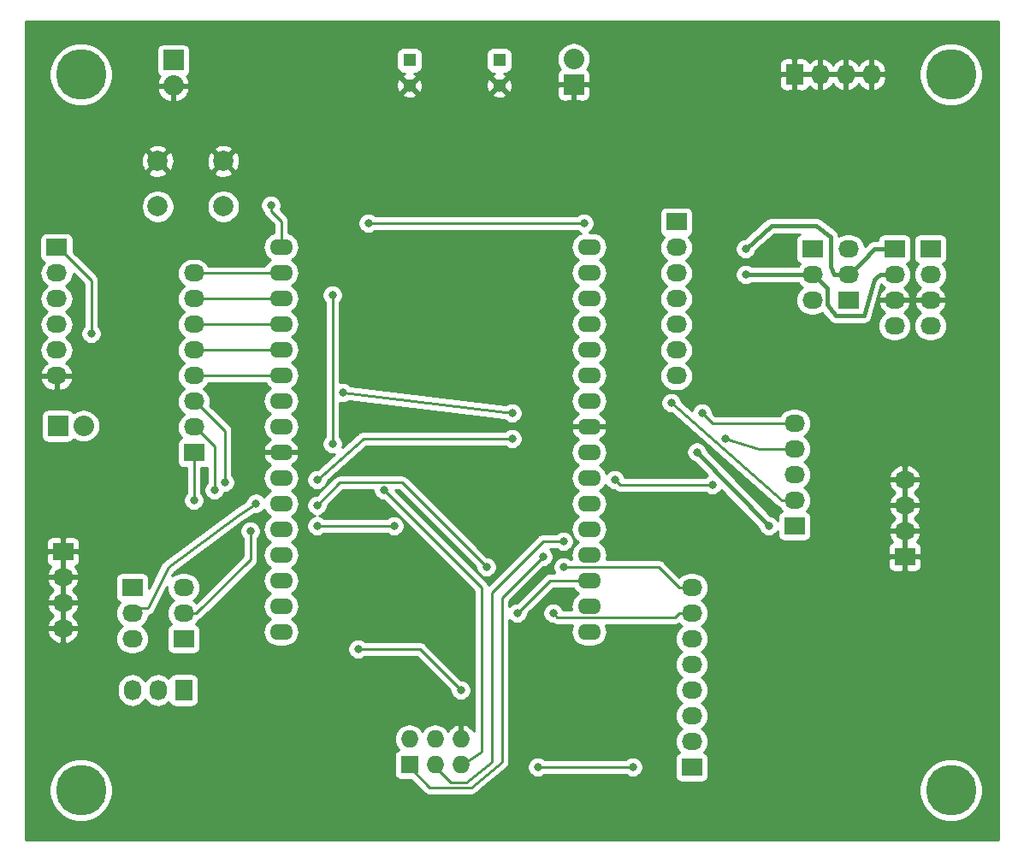
<source format=gbr>
G04 #@! TF.GenerationSoftware,KiCad,Pcbnew,(5.1.2-1)-1*
G04 #@! TF.CreationDate,2019-07-12T12:11:03+02:00*
G04 #@! TF.ProjectId,ATMEGA328PB Proto Board,41544d45-4741-4333-9238-50422050726f,rev?*
G04 #@! TF.SameCoordinates,Original*
G04 #@! TF.FileFunction,Copper,L2,Bot*
G04 #@! TF.FilePolarity,Positive*
%FSLAX46Y46*%
G04 Gerber Fmt 4.6, Leading zero omitted, Abs format (unit mm)*
G04 Created by KiCad (PCBNEW (5.1.2-1)-1) date 2019-07-12 12:11:03*
%MOMM*%
%LPD*%
G04 APERTURE LIST*
%ADD10O,2.032000X1.727200*%
%ADD11R,2.032000X1.727200*%
%ADD12O,2.032000X2.032000*%
%ADD13R,2.032000X2.032000*%
%ADD14C,5.000000*%
%ADD15O,2.300000X1.600000*%
%ADD16C,2.000000*%
%ADD17O,1.727200X2.032000*%
%ADD18R,1.727200X2.032000*%
%ADD19O,1.727200X1.727200*%
%ADD20R,1.727200X1.727200*%
%ADD21C,1.300000*%
%ADD22R,1.300000X1.300000*%
%ADD23C,0.800000*%
%ADD24C,0.250000*%
%ADD25C,0.400000*%
%ADD26C,0.254000*%
G04 APERTURE END LIST*
D10*
X165862000Y-82296000D03*
X165862000Y-79756000D03*
X165862000Y-77216000D03*
D11*
X165862000Y-74676000D03*
D10*
X162306000Y-82296000D03*
X162306000Y-79756000D03*
X162306000Y-77216000D03*
D11*
X162306000Y-74676000D03*
D10*
X80010000Y-112268000D03*
X80010000Y-109728000D03*
X80010000Y-107188000D03*
D11*
X80010000Y-104648000D03*
D12*
X82042000Y-92202000D03*
D13*
X79502000Y-92202000D03*
D10*
X79375000Y-87249000D03*
X79375000Y-84709000D03*
X79375000Y-82169000D03*
X79375000Y-79629000D03*
X79375000Y-77089000D03*
D11*
X79375000Y-74549000D03*
D14*
X81788000Y-128270000D03*
X167894000Y-128270000D03*
X81788000Y-57404000D03*
X167894000Y-57404000D03*
D15*
X132080000Y-74473000D03*
X132080000Y-77013000D03*
X132080000Y-79553000D03*
X132080000Y-82093000D03*
X132080000Y-84633000D03*
X132080000Y-87173000D03*
X132080000Y-89713000D03*
X132080000Y-92253000D03*
X132080000Y-94793000D03*
X132080000Y-97333000D03*
X132080000Y-99873000D03*
X132080000Y-102413000D03*
X132080000Y-104953000D03*
X132080000Y-107493000D03*
X132080000Y-110033000D03*
X132080000Y-112573000D03*
X101600000Y-112573000D03*
X101600000Y-110033000D03*
X101600000Y-107493000D03*
X101600000Y-104953000D03*
X101600000Y-102413000D03*
X101600000Y-99873000D03*
X101600000Y-97333000D03*
X101600000Y-94793000D03*
X101600000Y-92253000D03*
X101600000Y-89713000D03*
X101600000Y-87173000D03*
X101600000Y-84633000D03*
X101600000Y-82093000D03*
X101600000Y-79553000D03*
X101600000Y-77013000D03*
X101600000Y-74473000D03*
D16*
X89385000Y-70485000D03*
X89385000Y-65985000D03*
X95885000Y-70485000D03*
X95885000Y-65985000D03*
D17*
X160020000Y-57404000D03*
X157480000Y-57404000D03*
X154940000Y-57404000D03*
D18*
X152400000Y-57404000D03*
D10*
X163322000Y-97536000D03*
X163322000Y-100076000D03*
X163322000Y-102616000D03*
D11*
X163322000Y-105156000D03*
D10*
X91948000Y-108204000D03*
X91948000Y-110744000D03*
D11*
X91948000Y-113284000D03*
D17*
X86868000Y-118364000D03*
X89408000Y-118364000D03*
D18*
X91948000Y-118364000D03*
D10*
X86868000Y-113284000D03*
X86868000Y-110744000D03*
D11*
X86868000Y-108204000D03*
D12*
X130556000Y-55880000D03*
D13*
X130556000Y-58420000D03*
D10*
X157734000Y-74676000D03*
X157734000Y-77216000D03*
D11*
X157734000Y-79756000D03*
D10*
X154178000Y-79756000D03*
X154178000Y-77216000D03*
D11*
X154178000Y-74676000D03*
D10*
X152400000Y-91948000D03*
X152400000Y-94488000D03*
X152400000Y-97028000D03*
X152400000Y-99568000D03*
D11*
X152400000Y-102108000D03*
D10*
X92964000Y-77089000D03*
X92964000Y-79629000D03*
X92964000Y-82169000D03*
X92964000Y-84709000D03*
X92964000Y-87249000D03*
X92964000Y-89789000D03*
X92964000Y-92329000D03*
D11*
X92964000Y-94869000D03*
D10*
X140716000Y-87249000D03*
X140716000Y-84709000D03*
X140716000Y-82169000D03*
X140716000Y-79629000D03*
X140716000Y-77089000D03*
X140716000Y-74549000D03*
D11*
X140716000Y-72009000D03*
D10*
X142240000Y-108204000D03*
X142240000Y-110744000D03*
X142240000Y-113284000D03*
X142240000Y-115824000D03*
X142240000Y-118364000D03*
X142240000Y-120904000D03*
X142240000Y-123444000D03*
D11*
X142240000Y-125984000D03*
D12*
X90932000Y-58547000D03*
D13*
X90932000Y-56007000D03*
D19*
X119380000Y-123190000D03*
X119380000Y-125730000D03*
X116840000Y-123190000D03*
X116840000Y-125730000D03*
X114300000Y-123190000D03*
D20*
X114300000Y-125730000D03*
D21*
X123190000Y-58507000D03*
D22*
X123190000Y-56007000D03*
D21*
X114300000Y-58507000D03*
D22*
X114300000Y-56007000D03*
D23*
X125984000Y-64008000D03*
X93980000Y-125476000D03*
X84836000Y-125476000D03*
X113284000Y-117856000D03*
X145796000Y-101600000D03*
X168656000Y-87884000D03*
X159512000Y-87884000D03*
X98298000Y-98298000D03*
X110236000Y-72136000D03*
X111760000Y-98552000D03*
X106680000Y-93980000D03*
X106680000Y-79248000D03*
X100584000Y-70358000D03*
X131572000Y-72136000D03*
X124968000Y-110744000D03*
X129540000Y-103632000D03*
X127508000Y-105156000D03*
X98552000Y-102616000D03*
X129540000Y-106172000D03*
X112776000Y-102108000D03*
X105156000Y-102108000D03*
X105156000Y-100076000D03*
X121920000Y-106172000D03*
X128524000Y-110744000D03*
X99111000Y-99873000D03*
X109220000Y-114300000D03*
X119380000Y-118364000D03*
X127000000Y-125984000D03*
X136398000Y-125984000D03*
X147574000Y-77216000D03*
X147574000Y-74676000D03*
X96012000Y-97790000D03*
X94996000Y-98552000D03*
X92964000Y-99568000D03*
X143256000Y-90932000D03*
X124460000Y-90932000D03*
X107696000Y-88900000D03*
X124460000Y-93472000D03*
X105156000Y-97536000D03*
X145542000Y-93472000D03*
X134620000Y-97536000D03*
X144272000Y-98044000D03*
X140208000Y-89916000D03*
X149860000Y-102108000D03*
X142748000Y-94793000D03*
X82804000Y-83058000D03*
D24*
X119888000Y-125476000D02*
X119380000Y-125984000D01*
X121412000Y-108204000D02*
X121412000Y-124460000D01*
X121412000Y-124460000D02*
X119888000Y-125476000D01*
X111760000Y-98552000D02*
X121412000Y-108204000D01*
X106680000Y-79248000D02*
X106680000Y-93980000D01*
X100584000Y-70923685D02*
X101600000Y-71939685D01*
X100584000Y-70358000D02*
X100584000Y-70923685D01*
X101600000Y-71939685D02*
X101600000Y-74422000D01*
X110236000Y-72136000D02*
X131572000Y-72136000D01*
X128219000Y-107493000D02*
X132080000Y-107493000D01*
X124968000Y-110744000D02*
X128219000Y-107493000D01*
X119950529Y-127508000D02*
X118364000Y-127508000D01*
X118364000Y-127508000D02*
X116840000Y-125984000D01*
X127508000Y-103632000D02*
X122428000Y-108712000D01*
X122428000Y-108712000D02*
X122428000Y-125476000D01*
X122428000Y-125476000D02*
X119950529Y-127508000D01*
X129540000Y-103632000D02*
X127508000Y-103632000D01*
X116274010Y-128016000D02*
X114300000Y-125984000D01*
X120396000Y-128016000D02*
X116274010Y-128016000D01*
X123444000Y-125476000D02*
X120396000Y-128016000D01*
X123444000Y-109220000D02*
X123444000Y-125476000D01*
X127508000Y-105156000D02*
X123444000Y-109220000D01*
X98552000Y-105406000D02*
X93214000Y-110744000D01*
X98552000Y-102616000D02*
X98552000Y-105406000D01*
X93214000Y-110744000D02*
X91948000Y-110744000D01*
X138942000Y-106172000D02*
X132700004Y-106172000D01*
X132700004Y-106172000D02*
X129540000Y-106172000D01*
X140974000Y-108204000D02*
X138942000Y-106172000D01*
X142240000Y-108204000D02*
X140974000Y-108204000D01*
X112776000Y-102108000D02*
X105156000Y-102108000D01*
X107405001Y-97826999D02*
X113574999Y-97826999D01*
X113574999Y-97826999D02*
X121920000Y-106172000D01*
X105156000Y-100076000D02*
X107405001Y-97826999D01*
X140559990Y-111158010D02*
X140974000Y-110744000D01*
X128938010Y-111158010D02*
X140559990Y-111158010D01*
X128524000Y-110744000D02*
X128938010Y-111158010D01*
X140974000Y-110744000D02*
X142240000Y-110744000D01*
X87376000Y-110236000D02*
X86868000Y-110744000D01*
X88392000Y-110236000D02*
X87376000Y-110236000D01*
X99111000Y-99873000D02*
X97282000Y-101092000D01*
X90424000Y-106172000D02*
X88392000Y-110236000D01*
X97282000Y-101092000D02*
X90424000Y-106172000D01*
X115316000Y-114300000D02*
X109220000Y-114300000D01*
X119380000Y-118364000D02*
X115316000Y-114300000D01*
X127000000Y-125984000D02*
X136398000Y-125984000D01*
D25*
X154178000Y-77216000D02*
X147574000Y-77216000D01*
X160890000Y-77216000D02*
X162306000Y-77216000D01*
X160274000Y-77724000D02*
X160528000Y-77470000D01*
X159258000Y-81280000D02*
X160274000Y-77724000D01*
X154330400Y-77216000D02*
X155644010Y-78529610D01*
X155644010Y-78529610D02*
X155644010Y-80206010D01*
X156464000Y-81280000D02*
X159258000Y-81280000D01*
X155644010Y-80206010D02*
X156464000Y-81280000D01*
X160528000Y-77470000D02*
X160890000Y-77216000D01*
X154178000Y-77216000D02*
X154330400Y-77216000D01*
X156318000Y-77216000D02*
X157734000Y-77216000D01*
X155956000Y-76454000D02*
X156318000Y-77216000D01*
X155956000Y-73452399D02*
X155956000Y-76454000D01*
X154581602Y-72390000D02*
X155956000Y-73452399D01*
X150114000Y-72390000D02*
X154581602Y-72390000D01*
X147574000Y-74676000D02*
X150114000Y-72390000D01*
X159150000Y-75952400D02*
X157886400Y-77216000D01*
X157886400Y-77216000D02*
X157734000Y-77216000D01*
X160274000Y-74676000D02*
X159150000Y-75952400D01*
X162306000Y-74676000D02*
X160274000Y-74676000D01*
D24*
X92964000Y-77089000D02*
X101473000Y-77089000D01*
X92964000Y-79629000D02*
X101473000Y-79629000D01*
X92964000Y-82169000D02*
X101473000Y-82169000D01*
X92964000Y-84709000D02*
X101473000Y-84709000D01*
X92964000Y-87249000D02*
X101473000Y-87249000D01*
X101473000Y-87249000D02*
X101600000Y-87376000D01*
X96012000Y-92837000D02*
X96012000Y-97790000D01*
X96012000Y-92684600D02*
X96012000Y-92837000D01*
X93116400Y-89789000D02*
X96012000Y-92684600D01*
X92964000Y-89789000D02*
X93116400Y-89789000D01*
X93116400Y-92329000D02*
X92964000Y-92329000D01*
X94996000Y-94208600D02*
X93116400Y-92329000D01*
X94996000Y-98552000D02*
X94996000Y-94208600D01*
X92964000Y-97790000D02*
X92964000Y-94869000D01*
X92964000Y-99568000D02*
X92964000Y-97790000D01*
X144272000Y-91948000D02*
X143256000Y-90932000D01*
X152400000Y-91948000D02*
X144272000Y-91948000D01*
X124460000Y-90932000D02*
X107696000Y-88900000D01*
X109728000Y-93472000D02*
X124460000Y-93472000D01*
X105156000Y-97536000D02*
X109728000Y-93472000D01*
X148844000Y-94488000D02*
X152400000Y-94488000D01*
X145542000Y-93472000D02*
X148844000Y-94488000D01*
X135128000Y-98044000D02*
X144272000Y-98044000D01*
X134620000Y-97536000D02*
X135128000Y-98044000D01*
X151130000Y-99568000D02*
X152400000Y-99568000D01*
X140208000Y-89916000D02*
X151130000Y-99568000D01*
D25*
X142748000Y-94793000D02*
X149860000Y-102108000D01*
D24*
X82804000Y-77978000D02*
X82804000Y-83058000D01*
X82804000Y-77825600D02*
X82804000Y-77978000D01*
X79527400Y-74549000D02*
X82804000Y-77825600D01*
X79375000Y-74549000D02*
X79527400Y-74549000D01*
D26*
G36*
X172593000Y-133223000D02*
G01*
X76327000Y-133223000D01*
X76327000Y-127961229D01*
X78653000Y-127961229D01*
X78653000Y-128578771D01*
X78773476Y-129184446D01*
X79009799Y-129754979D01*
X79352886Y-130268446D01*
X79789554Y-130705114D01*
X80303021Y-131048201D01*
X80873554Y-131284524D01*
X81479229Y-131405000D01*
X82096771Y-131405000D01*
X82702446Y-131284524D01*
X83272979Y-131048201D01*
X83786446Y-130705114D01*
X84223114Y-130268446D01*
X84566201Y-129754979D01*
X84802524Y-129184446D01*
X84923000Y-128578771D01*
X84923000Y-127961229D01*
X84802524Y-127355554D01*
X84566201Y-126785021D01*
X84223114Y-126271554D01*
X83786446Y-125834886D01*
X83272979Y-125491799D01*
X82702446Y-125255476D01*
X82096771Y-125135000D01*
X81479229Y-125135000D01*
X80873554Y-125255476D01*
X80303021Y-125491799D01*
X79789554Y-125834886D01*
X79352886Y-126271554D01*
X79009799Y-126785021D01*
X78773476Y-127355554D01*
X78653000Y-127961229D01*
X76327000Y-127961229D01*
X76327000Y-118137981D01*
X85369400Y-118137981D01*
X85369400Y-118590018D01*
X85391084Y-118810176D01*
X85476775Y-119092663D01*
X85615931Y-119353005D01*
X85803203Y-119581197D01*
X86031394Y-119768469D01*
X86291736Y-119907625D01*
X86574223Y-119993316D01*
X86868000Y-120022251D01*
X87161776Y-119993316D01*
X87444263Y-119907625D01*
X87704605Y-119768469D01*
X87932797Y-119581197D01*
X88120069Y-119353006D01*
X88138000Y-119319459D01*
X88155931Y-119353005D01*
X88343203Y-119581197D01*
X88571394Y-119768469D01*
X88831736Y-119907625D01*
X89114223Y-119993316D01*
X89408000Y-120022251D01*
X89701776Y-119993316D01*
X89984263Y-119907625D01*
X90244605Y-119768469D01*
X90472797Y-119581197D01*
X90479414Y-119573135D01*
X90494898Y-119624180D01*
X90553863Y-119734494D01*
X90633215Y-119831185D01*
X90729906Y-119910537D01*
X90840220Y-119969502D01*
X90959918Y-120005812D01*
X91084400Y-120018072D01*
X92811600Y-120018072D01*
X92936082Y-120005812D01*
X93055780Y-119969502D01*
X93166094Y-119910537D01*
X93262785Y-119831185D01*
X93342137Y-119734494D01*
X93401102Y-119624180D01*
X93437412Y-119504482D01*
X93449672Y-119380000D01*
X93449672Y-117348000D01*
X93437412Y-117223518D01*
X93401102Y-117103820D01*
X93342137Y-116993506D01*
X93262785Y-116896815D01*
X93166094Y-116817463D01*
X93055780Y-116758498D01*
X92936082Y-116722188D01*
X92811600Y-116709928D01*
X91084400Y-116709928D01*
X90959918Y-116722188D01*
X90840220Y-116758498D01*
X90729906Y-116817463D01*
X90633215Y-116896815D01*
X90553863Y-116993506D01*
X90494898Y-117103820D01*
X90479414Y-117154865D01*
X90472797Y-117146803D01*
X90244606Y-116959531D01*
X89984264Y-116820375D01*
X89701777Y-116734684D01*
X89408000Y-116705749D01*
X89114224Y-116734684D01*
X88831737Y-116820375D01*
X88571395Y-116959531D01*
X88343203Y-117146803D01*
X88155931Y-117374994D01*
X88138000Y-117408541D01*
X88120069Y-117374994D01*
X87932797Y-117146803D01*
X87704606Y-116959531D01*
X87444264Y-116820375D01*
X87161777Y-116734684D01*
X86868000Y-116705749D01*
X86574224Y-116734684D01*
X86291737Y-116820375D01*
X86031395Y-116959531D01*
X85803203Y-117146803D01*
X85615931Y-117374994D01*
X85476775Y-117635336D01*
X85391084Y-117917823D01*
X85369400Y-118137981D01*
X76327000Y-118137981D01*
X76327000Y-112627026D01*
X78402642Y-112627026D01*
X78405291Y-112642789D01*
X78506314Y-112918919D01*
X78659267Y-113170035D01*
X78858271Y-113386486D01*
X79095679Y-113559954D01*
X79362367Y-113683773D01*
X79648086Y-113753185D01*
X79883000Y-113608925D01*
X79883000Y-112395000D01*
X80137000Y-112395000D01*
X80137000Y-113608925D01*
X80371914Y-113753185D01*
X80657633Y-113683773D01*
X80924321Y-113559954D01*
X81161729Y-113386486D01*
X81360733Y-113170035D01*
X81513686Y-112918919D01*
X81614709Y-112642789D01*
X81617358Y-112627026D01*
X81496217Y-112395000D01*
X80137000Y-112395000D01*
X79883000Y-112395000D01*
X78523783Y-112395000D01*
X78402642Y-112627026D01*
X76327000Y-112627026D01*
X76327000Y-110087026D01*
X78402642Y-110087026D01*
X78405291Y-110102789D01*
X78506314Y-110378919D01*
X78659267Y-110630035D01*
X78858271Y-110846486D01*
X79065633Y-110998000D01*
X78858271Y-111149514D01*
X78659267Y-111365965D01*
X78506314Y-111617081D01*
X78405291Y-111893211D01*
X78402642Y-111908974D01*
X78523783Y-112141000D01*
X79883000Y-112141000D01*
X79883000Y-109855000D01*
X80137000Y-109855000D01*
X80137000Y-112141000D01*
X81496217Y-112141000D01*
X81617358Y-111908974D01*
X81614709Y-111893211D01*
X81513686Y-111617081D01*
X81360733Y-111365965D01*
X81161729Y-111149514D01*
X80954367Y-110998000D01*
X81161729Y-110846486D01*
X81255954Y-110744000D01*
X85209749Y-110744000D01*
X85238684Y-111037777D01*
X85324375Y-111320264D01*
X85463531Y-111580606D01*
X85650803Y-111808797D01*
X85878994Y-111996069D01*
X85912540Y-112014000D01*
X85878994Y-112031931D01*
X85650803Y-112219203D01*
X85463531Y-112447394D01*
X85324375Y-112707736D01*
X85238684Y-112990223D01*
X85209749Y-113284000D01*
X85238684Y-113577777D01*
X85324375Y-113860264D01*
X85463531Y-114120606D01*
X85650803Y-114348797D01*
X85878994Y-114536069D01*
X86139336Y-114675225D01*
X86421823Y-114760916D01*
X86641981Y-114782600D01*
X87094019Y-114782600D01*
X87314177Y-114760916D01*
X87596664Y-114675225D01*
X87857006Y-114536069D01*
X88085197Y-114348797D01*
X88272469Y-114120606D01*
X88411625Y-113860264D01*
X88497316Y-113577777D01*
X88526251Y-113284000D01*
X88497316Y-112990223D01*
X88411625Y-112707736D01*
X88272469Y-112447394D01*
X88085197Y-112219203D01*
X87857006Y-112031931D01*
X87823460Y-112014000D01*
X87857006Y-111996069D01*
X88085197Y-111808797D01*
X88272469Y-111580606D01*
X88411625Y-111320264D01*
X88497316Y-111037777D01*
X88501983Y-110990390D01*
X88513975Y-110987663D01*
X88540986Y-110985003D01*
X88586817Y-110971101D01*
X88633495Y-110960487D01*
X88658266Y-110949427D01*
X88684247Y-110941546D01*
X88726493Y-110918965D01*
X88770196Y-110899452D01*
X88792336Y-110883770D01*
X88816276Y-110870974D01*
X88853291Y-110840597D01*
X88892362Y-110812923D01*
X88911023Y-110793218D01*
X88932001Y-110776001D01*
X88962378Y-110738986D01*
X88995300Y-110704221D01*
X89009756Y-110681257D01*
X89026974Y-110660276D01*
X89049553Y-110618034D01*
X89055068Y-110609273D01*
X89067118Y-110585172D01*
X89097546Y-110528247D01*
X89100577Y-110518255D01*
X90297610Y-108124191D01*
X90289749Y-108204000D01*
X90318684Y-108497777D01*
X90404375Y-108780264D01*
X90543531Y-109040606D01*
X90730803Y-109268797D01*
X90958994Y-109456069D01*
X90992540Y-109474000D01*
X90958994Y-109491931D01*
X90730803Y-109679203D01*
X90543531Y-109907394D01*
X90404375Y-110167736D01*
X90318684Y-110450223D01*
X90289749Y-110744000D01*
X90318684Y-111037777D01*
X90404375Y-111320264D01*
X90543531Y-111580606D01*
X90730803Y-111808797D01*
X90738865Y-111815414D01*
X90687820Y-111830898D01*
X90577506Y-111889863D01*
X90480815Y-111969215D01*
X90401463Y-112065906D01*
X90342498Y-112176220D01*
X90306188Y-112295918D01*
X90293928Y-112420400D01*
X90293928Y-114147600D01*
X90306188Y-114272082D01*
X90342498Y-114391780D01*
X90401463Y-114502094D01*
X90480815Y-114598785D01*
X90577506Y-114678137D01*
X90687820Y-114737102D01*
X90807518Y-114773412D01*
X90932000Y-114785672D01*
X92964000Y-114785672D01*
X93088482Y-114773412D01*
X93208180Y-114737102D01*
X93318494Y-114678137D01*
X93415185Y-114598785D01*
X93494537Y-114502094D01*
X93553502Y-114391780D01*
X93589812Y-114272082D01*
X93597102Y-114198061D01*
X108185000Y-114198061D01*
X108185000Y-114401939D01*
X108224774Y-114601898D01*
X108302795Y-114790256D01*
X108416063Y-114959774D01*
X108560226Y-115103937D01*
X108729744Y-115217205D01*
X108918102Y-115295226D01*
X109118061Y-115335000D01*
X109321939Y-115335000D01*
X109521898Y-115295226D01*
X109710256Y-115217205D01*
X109879774Y-115103937D01*
X109923711Y-115060000D01*
X115001199Y-115060000D01*
X118345000Y-118403802D01*
X118345000Y-118465939D01*
X118384774Y-118665898D01*
X118462795Y-118854256D01*
X118576063Y-119023774D01*
X118720226Y-119167937D01*
X118889744Y-119281205D01*
X119078102Y-119359226D01*
X119278061Y-119399000D01*
X119481939Y-119399000D01*
X119681898Y-119359226D01*
X119870256Y-119281205D01*
X120039774Y-119167937D01*
X120183937Y-119023774D01*
X120297205Y-118854256D01*
X120375226Y-118665898D01*
X120415000Y-118465939D01*
X120415000Y-118262061D01*
X120375226Y-118062102D01*
X120297205Y-117873744D01*
X120183937Y-117704226D01*
X120039774Y-117560063D01*
X119870256Y-117446795D01*
X119681898Y-117368774D01*
X119481939Y-117329000D01*
X119419802Y-117329000D01*
X115879804Y-113789003D01*
X115856001Y-113759999D01*
X115740276Y-113665026D01*
X115608247Y-113594454D01*
X115464986Y-113550997D01*
X115353333Y-113540000D01*
X115353322Y-113540000D01*
X115316000Y-113536324D01*
X115278678Y-113540000D01*
X109923711Y-113540000D01*
X109879774Y-113496063D01*
X109710256Y-113382795D01*
X109521898Y-113304774D01*
X109321939Y-113265000D01*
X109118061Y-113265000D01*
X108918102Y-113304774D01*
X108729744Y-113382795D01*
X108560226Y-113496063D01*
X108416063Y-113640226D01*
X108302795Y-113809744D01*
X108224774Y-113998102D01*
X108185000Y-114198061D01*
X93597102Y-114198061D01*
X93602072Y-114147600D01*
X93602072Y-112420400D01*
X93589812Y-112295918D01*
X93553502Y-112176220D01*
X93494537Y-112065906D01*
X93415185Y-111969215D01*
X93318494Y-111889863D01*
X93208180Y-111830898D01*
X93157135Y-111815414D01*
X93165197Y-111808797D01*
X93352469Y-111580606D01*
X93406320Y-111479858D01*
X93506247Y-111449546D01*
X93638276Y-111378974D01*
X93754001Y-111284001D01*
X93777804Y-111254997D01*
X99063003Y-105969799D01*
X99092001Y-105946001D01*
X99132998Y-105896046D01*
X99186974Y-105830277D01*
X99257546Y-105698247D01*
X99262552Y-105681744D01*
X99301003Y-105554986D01*
X99312000Y-105443333D01*
X99312000Y-105443323D01*
X99315676Y-105406000D01*
X99312000Y-105368678D01*
X99312000Y-103319711D01*
X99355937Y-103275774D01*
X99469205Y-103106256D01*
X99547226Y-102917898D01*
X99587000Y-102717939D01*
X99587000Y-102514061D01*
X99547226Y-102314102D01*
X99469205Y-102125744D01*
X99355937Y-101956226D01*
X99211774Y-101812063D01*
X99042256Y-101698795D01*
X98853898Y-101620774D01*
X98653939Y-101581000D01*
X98450061Y-101581000D01*
X98250102Y-101620774D01*
X98061744Y-101698795D01*
X97892226Y-101812063D01*
X97748063Y-101956226D01*
X97634795Y-102125744D01*
X97556774Y-102314102D01*
X97517000Y-102514061D01*
X97517000Y-102717939D01*
X97556774Y-102917898D01*
X97634795Y-103106256D01*
X97748063Y-103275774D01*
X97792000Y-103319711D01*
X97792001Y-105091197D01*
X93182686Y-109700513D01*
X93165197Y-109679203D01*
X92937006Y-109491931D01*
X92903460Y-109474000D01*
X92937006Y-109456069D01*
X93165197Y-109268797D01*
X93352469Y-109040606D01*
X93491625Y-108780264D01*
X93577316Y-108497777D01*
X93606251Y-108204000D01*
X93577316Y-107910223D01*
X93491625Y-107627736D01*
X93352469Y-107367394D01*
X93165197Y-107139203D01*
X92937006Y-106951931D01*
X92676664Y-106812775D01*
X92394177Y-106727084D01*
X92174019Y-106705400D01*
X91721981Y-106705400D01*
X91501823Y-106727084D01*
X91219336Y-106812775D01*
X90958994Y-106951931D01*
X90831371Y-107056669D01*
X91022461Y-106674490D01*
X97719202Y-101713941D01*
X98946974Y-100895650D01*
X99009061Y-100908000D01*
X99212939Y-100908000D01*
X99412898Y-100868226D01*
X99601256Y-100790205D01*
X99770774Y-100676937D01*
X99914937Y-100532774D01*
X99948599Y-100482395D01*
X100051068Y-100674101D01*
X100230392Y-100892608D01*
X100448899Y-101071932D01*
X100581858Y-101143000D01*
X100448899Y-101214068D01*
X100230392Y-101393392D01*
X100051068Y-101611899D01*
X99917818Y-101861192D01*
X99835764Y-102131691D01*
X99808057Y-102413000D01*
X99835764Y-102694309D01*
X99917818Y-102964808D01*
X100051068Y-103214101D01*
X100230392Y-103432608D01*
X100448899Y-103611932D01*
X100581858Y-103683000D01*
X100448899Y-103754068D01*
X100230392Y-103933392D01*
X100051068Y-104151899D01*
X99917818Y-104401192D01*
X99835764Y-104671691D01*
X99808057Y-104953000D01*
X99835764Y-105234309D01*
X99917818Y-105504808D01*
X100051068Y-105754101D01*
X100230392Y-105972608D01*
X100448899Y-106151932D01*
X100581858Y-106223000D01*
X100448899Y-106294068D01*
X100230392Y-106473392D01*
X100051068Y-106691899D01*
X99917818Y-106941192D01*
X99835764Y-107211691D01*
X99808057Y-107493000D01*
X99835764Y-107774309D01*
X99917818Y-108044808D01*
X100051068Y-108294101D01*
X100230392Y-108512608D01*
X100448899Y-108691932D01*
X100581858Y-108763000D01*
X100448899Y-108834068D01*
X100230392Y-109013392D01*
X100051068Y-109231899D01*
X99917818Y-109481192D01*
X99835764Y-109751691D01*
X99808057Y-110033000D01*
X99835764Y-110314309D01*
X99917818Y-110584808D01*
X100051068Y-110834101D01*
X100230392Y-111052608D01*
X100448899Y-111231932D01*
X100581858Y-111303000D01*
X100448899Y-111374068D01*
X100230392Y-111553392D01*
X100051068Y-111771899D01*
X99917818Y-112021192D01*
X99835764Y-112291691D01*
X99808057Y-112573000D01*
X99835764Y-112854309D01*
X99917818Y-113124808D01*
X100051068Y-113374101D01*
X100230392Y-113592608D01*
X100448899Y-113771932D01*
X100698192Y-113905182D01*
X100968691Y-113987236D01*
X101179508Y-114008000D01*
X102020492Y-114008000D01*
X102231309Y-113987236D01*
X102501808Y-113905182D01*
X102751101Y-113771932D01*
X102969608Y-113592608D01*
X103148932Y-113374101D01*
X103282182Y-113124808D01*
X103364236Y-112854309D01*
X103391943Y-112573000D01*
X103364236Y-112291691D01*
X103282182Y-112021192D01*
X103148932Y-111771899D01*
X102969608Y-111553392D01*
X102751101Y-111374068D01*
X102618142Y-111303000D01*
X102751101Y-111231932D01*
X102969608Y-111052608D01*
X103148932Y-110834101D01*
X103282182Y-110584808D01*
X103364236Y-110314309D01*
X103391943Y-110033000D01*
X103364236Y-109751691D01*
X103282182Y-109481192D01*
X103148932Y-109231899D01*
X102969608Y-109013392D01*
X102751101Y-108834068D01*
X102618142Y-108763000D01*
X102751101Y-108691932D01*
X102969608Y-108512608D01*
X103148932Y-108294101D01*
X103282182Y-108044808D01*
X103364236Y-107774309D01*
X103391943Y-107493000D01*
X103364236Y-107211691D01*
X103282182Y-106941192D01*
X103148932Y-106691899D01*
X102969608Y-106473392D01*
X102751101Y-106294068D01*
X102618142Y-106223000D01*
X102751101Y-106151932D01*
X102969608Y-105972608D01*
X103148932Y-105754101D01*
X103282182Y-105504808D01*
X103364236Y-105234309D01*
X103391943Y-104953000D01*
X103364236Y-104671691D01*
X103282182Y-104401192D01*
X103148932Y-104151899D01*
X102969608Y-103933392D01*
X102751101Y-103754068D01*
X102618142Y-103683000D01*
X102751101Y-103611932D01*
X102969608Y-103432608D01*
X103148932Y-103214101D01*
X103282182Y-102964808D01*
X103364236Y-102694309D01*
X103391943Y-102413000D01*
X103364236Y-102131691D01*
X103282182Y-101861192D01*
X103148932Y-101611899D01*
X102969608Y-101393392D01*
X102751101Y-101214068D01*
X102618142Y-101143000D01*
X102751101Y-101071932D01*
X102969608Y-100892608D01*
X103148932Y-100674101D01*
X103282182Y-100424808D01*
X103364236Y-100154309D01*
X103381989Y-99974061D01*
X104121000Y-99974061D01*
X104121000Y-100177939D01*
X104160774Y-100377898D01*
X104238795Y-100566256D01*
X104352063Y-100735774D01*
X104496226Y-100879937D01*
X104665744Y-100993205D01*
X104854102Y-101071226D01*
X104958541Y-101092000D01*
X104854102Y-101112774D01*
X104665744Y-101190795D01*
X104496226Y-101304063D01*
X104352063Y-101448226D01*
X104238795Y-101617744D01*
X104160774Y-101806102D01*
X104121000Y-102006061D01*
X104121000Y-102209939D01*
X104160774Y-102409898D01*
X104238795Y-102598256D01*
X104352063Y-102767774D01*
X104496226Y-102911937D01*
X104665744Y-103025205D01*
X104854102Y-103103226D01*
X105054061Y-103143000D01*
X105257939Y-103143000D01*
X105457898Y-103103226D01*
X105646256Y-103025205D01*
X105815774Y-102911937D01*
X105859711Y-102868000D01*
X112072289Y-102868000D01*
X112116226Y-102911937D01*
X112285744Y-103025205D01*
X112474102Y-103103226D01*
X112674061Y-103143000D01*
X112877939Y-103143000D01*
X113077898Y-103103226D01*
X113266256Y-103025205D01*
X113435774Y-102911937D01*
X113579937Y-102767774D01*
X113693205Y-102598256D01*
X113771226Y-102409898D01*
X113811000Y-102209939D01*
X113811000Y-102006061D01*
X113771226Y-101806102D01*
X113693205Y-101617744D01*
X113579937Y-101448226D01*
X113435774Y-101304063D01*
X113266256Y-101190795D01*
X113077898Y-101112774D01*
X112877939Y-101073000D01*
X112674061Y-101073000D01*
X112474102Y-101112774D01*
X112285744Y-101190795D01*
X112116226Y-101304063D01*
X112072289Y-101348000D01*
X105859711Y-101348000D01*
X105815774Y-101304063D01*
X105646256Y-101190795D01*
X105457898Y-101112774D01*
X105353459Y-101092000D01*
X105457898Y-101071226D01*
X105646256Y-100993205D01*
X105815774Y-100879937D01*
X105959937Y-100735774D01*
X106073205Y-100566256D01*
X106151226Y-100377898D01*
X106191000Y-100177939D01*
X106191000Y-100115801D01*
X107719803Y-98586999D01*
X110725000Y-98586999D01*
X110725000Y-98653939D01*
X110764774Y-98853898D01*
X110842795Y-99042256D01*
X110956063Y-99211774D01*
X111100226Y-99355937D01*
X111269744Y-99469205D01*
X111458102Y-99547226D01*
X111658061Y-99587000D01*
X111720199Y-99587000D01*
X120652000Y-108518802D01*
X120652001Y-122411135D01*
X120586817Y-122301512D01*
X120390293Y-122083146D01*
X120154944Y-121907316D01*
X119889814Y-121780778D01*
X119739026Y-121735042D01*
X119507000Y-121856183D01*
X119507000Y-123063000D01*
X119527000Y-123063000D01*
X119527000Y-123317000D01*
X119507000Y-123317000D01*
X119507000Y-123337000D01*
X119253000Y-123337000D01*
X119253000Y-123317000D01*
X119233000Y-123317000D01*
X119233000Y-123063000D01*
X119253000Y-123063000D01*
X119253000Y-121856183D01*
X119020974Y-121735042D01*
X118870186Y-121780778D01*
X118605056Y-121907316D01*
X118369707Y-122083146D01*
X118173183Y-122301512D01*
X118115863Y-122397910D01*
X118092069Y-122353394D01*
X117904797Y-122125203D01*
X117676606Y-121937931D01*
X117416264Y-121798775D01*
X117133777Y-121713084D01*
X116913619Y-121691400D01*
X116766381Y-121691400D01*
X116546223Y-121713084D01*
X116263736Y-121798775D01*
X116003394Y-121937931D01*
X115775203Y-122125203D01*
X115587931Y-122353394D01*
X115570000Y-122386940D01*
X115552069Y-122353394D01*
X115364797Y-122125203D01*
X115136606Y-121937931D01*
X114876264Y-121798775D01*
X114593777Y-121713084D01*
X114373619Y-121691400D01*
X114226381Y-121691400D01*
X114006223Y-121713084D01*
X113723736Y-121798775D01*
X113463394Y-121937931D01*
X113235203Y-122125203D01*
X113047931Y-122353394D01*
X112908775Y-122613736D01*
X112823084Y-122896223D01*
X112794149Y-123190000D01*
X112823084Y-123483777D01*
X112908775Y-123766264D01*
X113047931Y-124026606D01*
X113235203Y-124254797D01*
X113243265Y-124261414D01*
X113192220Y-124276898D01*
X113081906Y-124335863D01*
X112985215Y-124415215D01*
X112905863Y-124511906D01*
X112846898Y-124622220D01*
X112810588Y-124741918D01*
X112798328Y-124866400D01*
X112798328Y-126593600D01*
X112810588Y-126718082D01*
X112846898Y-126837780D01*
X112905863Y-126948094D01*
X112985215Y-127044785D01*
X113081906Y-127124137D01*
X113192220Y-127183102D01*
X113311918Y-127219412D01*
X113436400Y-127231672D01*
X114452490Y-127231672D01*
X115706717Y-128522745D01*
X115734009Y-128556001D01*
X115787607Y-128599988D01*
X115840587Y-128644766D01*
X115845444Y-128647453D01*
X115849734Y-128650974D01*
X115910905Y-128683671D01*
X115971582Y-128717242D01*
X115976867Y-128718929D01*
X115981763Y-128721546D01*
X116048139Y-128741681D01*
X116114198Y-128762768D01*
X116119713Y-128763392D01*
X116125024Y-128765003D01*
X116194043Y-128771801D01*
X116262956Y-128779597D01*
X116305830Y-128776000D01*
X120324034Y-128776000D01*
X120326860Y-128776540D01*
X120398717Y-128776000D01*
X120433333Y-128776000D01*
X120436192Y-128775718D01*
X120476562Y-128775415D01*
X120510494Y-128768400D01*
X120544986Y-128765003D01*
X120583628Y-128753281D01*
X120623169Y-128745107D01*
X120655080Y-128731607D01*
X120688247Y-128721546D01*
X120723868Y-128702506D01*
X120761045Y-128686778D01*
X120789708Y-128667313D01*
X120820276Y-128650974D01*
X120851489Y-128625358D01*
X120853860Y-128623748D01*
X120880385Y-128601644D01*
X120936001Y-128556001D01*
X120937828Y-128553774D01*
X121648882Y-127961229D01*
X164759000Y-127961229D01*
X164759000Y-128578771D01*
X164879476Y-129184446D01*
X165115799Y-129754979D01*
X165458886Y-130268446D01*
X165895554Y-130705114D01*
X166409021Y-131048201D01*
X166979554Y-131284524D01*
X167585229Y-131405000D01*
X168202771Y-131405000D01*
X168808446Y-131284524D01*
X169378979Y-131048201D01*
X169892446Y-130705114D01*
X170329114Y-130268446D01*
X170672201Y-129754979D01*
X170908524Y-129184446D01*
X171029000Y-128578771D01*
X171029000Y-127961229D01*
X170908524Y-127355554D01*
X170672201Y-126785021D01*
X170329114Y-126271554D01*
X169892446Y-125834886D01*
X169378979Y-125491799D01*
X168808446Y-125255476D01*
X168202771Y-125135000D01*
X167585229Y-125135000D01*
X166979554Y-125255476D01*
X166409021Y-125491799D01*
X165895554Y-125834886D01*
X165458886Y-126271554D01*
X165115799Y-126785021D01*
X164879476Y-127355554D01*
X164759000Y-127961229D01*
X121648882Y-127961229D01*
X123928462Y-126061580D01*
X123984001Y-126016001D01*
X124009614Y-125984791D01*
X124037954Y-125956022D01*
X124056992Y-125927061D01*
X124078974Y-125900276D01*
X124088710Y-125882061D01*
X125965000Y-125882061D01*
X125965000Y-126085939D01*
X126004774Y-126285898D01*
X126082795Y-126474256D01*
X126196063Y-126643774D01*
X126340226Y-126787937D01*
X126509744Y-126901205D01*
X126698102Y-126979226D01*
X126898061Y-127019000D01*
X127101939Y-127019000D01*
X127301898Y-126979226D01*
X127490256Y-126901205D01*
X127659774Y-126787937D01*
X127703711Y-126744000D01*
X135694289Y-126744000D01*
X135738226Y-126787937D01*
X135907744Y-126901205D01*
X136096102Y-126979226D01*
X136296061Y-127019000D01*
X136499939Y-127019000D01*
X136699898Y-126979226D01*
X136888256Y-126901205D01*
X137057774Y-126787937D01*
X137201937Y-126643774D01*
X137315205Y-126474256D01*
X137393226Y-126285898D01*
X137433000Y-126085939D01*
X137433000Y-125882061D01*
X137393226Y-125682102D01*
X137315205Y-125493744D01*
X137201937Y-125324226D01*
X137057774Y-125180063D01*
X136888256Y-125066795D01*
X136699898Y-124988774D01*
X136499939Y-124949000D01*
X136296061Y-124949000D01*
X136096102Y-124988774D01*
X135907744Y-125066795D01*
X135738226Y-125180063D01*
X135694289Y-125224000D01*
X127703711Y-125224000D01*
X127659774Y-125180063D01*
X127490256Y-125066795D01*
X127301898Y-124988774D01*
X127101939Y-124949000D01*
X126898061Y-124949000D01*
X126698102Y-124988774D01*
X126509744Y-125066795D01*
X126340226Y-125180063D01*
X126196063Y-125324226D01*
X126082795Y-125493744D01*
X126004774Y-125682102D01*
X125965000Y-125882061D01*
X124088710Y-125882061D01*
X124098005Y-125864672D01*
X124120190Y-125830924D01*
X124133211Y-125798807D01*
X124149546Y-125768247D01*
X124161269Y-125729601D01*
X124176438Y-125692186D01*
X124182942Y-125658153D01*
X124193003Y-125624986D01*
X124196962Y-125584795D01*
X124204540Y-125545140D01*
X124204000Y-125473283D01*
X124204000Y-111443711D01*
X124308226Y-111547937D01*
X124477744Y-111661205D01*
X124666102Y-111739226D01*
X124866061Y-111779000D01*
X125069939Y-111779000D01*
X125269898Y-111739226D01*
X125458256Y-111661205D01*
X125627774Y-111547937D01*
X125771937Y-111403774D01*
X125885205Y-111234256D01*
X125963226Y-111045898D01*
X126003000Y-110845939D01*
X126003000Y-110783801D01*
X128533802Y-108253000D01*
X130509099Y-108253000D01*
X130531068Y-108294101D01*
X130710392Y-108512608D01*
X130928899Y-108691932D01*
X131061858Y-108763000D01*
X130928899Y-108834068D01*
X130710392Y-109013392D01*
X130531068Y-109231899D01*
X130397818Y-109481192D01*
X130315764Y-109751691D01*
X130288057Y-110033000D01*
X130315764Y-110314309D01*
X130341154Y-110398010D01*
X129500962Y-110398010D01*
X129441205Y-110253744D01*
X129327937Y-110084226D01*
X129183774Y-109940063D01*
X129014256Y-109826795D01*
X128825898Y-109748774D01*
X128625939Y-109709000D01*
X128422061Y-109709000D01*
X128222102Y-109748774D01*
X128033744Y-109826795D01*
X127864226Y-109940063D01*
X127720063Y-110084226D01*
X127606795Y-110253744D01*
X127528774Y-110442102D01*
X127489000Y-110642061D01*
X127489000Y-110845939D01*
X127528774Y-111045898D01*
X127606795Y-111234256D01*
X127720063Y-111403774D01*
X127864226Y-111547937D01*
X128033744Y-111661205D01*
X128222102Y-111739226D01*
X128422061Y-111779000D01*
X128496694Y-111779000D01*
X128513734Y-111792984D01*
X128645763Y-111863556D01*
X128789024Y-111907013D01*
X128938010Y-111921687D01*
X128975343Y-111918010D01*
X130452970Y-111918010D01*
X130397818Y-112021192D01*
X130315764Y-112291691D01*
X130288057Y-112573000D01*
X130315764Y-112854309D01*
X130397818Y-113124808D01*
X130531068Y-113374101D01*
X130710392Y-113592608D01*
X130928899Y-113771932D01*
X131178192Y-113905182D01*
X131448691Y-113987236D01*
X131659508Y-114008000D01*
X132500492Y-114008000D01*
X132711309Y-113987236D01*
X132981808Y-113905182D01*
X133231101Y-113771932D01*
X133449608Y-113592608D01*
X133628932Y-113374101D01*
X133762182Y-113124808D01*
X133844236Y-112854309D01*
X133871943Y-112573000D01*
X133844236Y-112291691D01*
X133762182Y-112021192D01*
X133707030Y-111918010D01*
X140522668Y-111918010D01*
X140559990Y-111921686D01*
X140597312Y-111918010D01*
X140597323Y-111918010D01*
X140708976Y-111907013D01*
X140852237Y-111863556D01*
X140984266Y-111792984D01*
X140999539Y-111780450D01*
X141022803Y-111808797D01*
X141250994Y-111996069D01*
X141284540Y-112014000D01*
X141250994Y-112031931D01*
X141022803Y-112219203D01*
X140835531Y-112447394D01*
X140696375Y-112707736D01*
X140610684Y-112990223D01*
X140581749Y-113284000D01*
X140610684Y-113577777D01*
X140696375Y-113860264D01*
X140835531Y-114120606D01*
X141022803Y-114348797D01*
X141250994Y-114536069D01*
X141284540Y-114554000D01*
X141250994Y-114571931D01*
X141022803Y-114759203D01*
X140835531Y-114987394D01*
X140696375Y-115247736D01*
X140610684Y-115530223D01*
X140581749Y-115824000D01*
X140610684Y-116117777D01*
X140696375Y-116400264D01*
X140835531Y-116660606D01*
X141022803Y-116888797D01*
X141250994Y-117076069D01*
X141284540Y-117094000D01*
X141250994Y-117111931D01*
X141022803Y-117299203D01*
X140835531Y-117527394D01*
X140696375Y-117787736D01*
X140610684Y-118070223D01*
X140581749Y-118364000D01*
X140610684Y-118657777D01*
X140696375Y-118940264D01*
X140835531Y-119200606D01*
X141022803Y-119428797D01*
X141250994Y-119616069D01*
X141284540Y-119634000D01*
X141250994Y-119651931D01*
X141022803Y-119839203D01*
X140835531Y-120067394D01*
X140696375Y-120327736D01*
X140610684Y-120610223D01*
X140581749Y-120904000D01*
X140610684Y-121197777D01*
X140696375Y-121480264D01*
X140835531Y-121740606D01*
X141022803Y-121968797D01*
X141250994Y-122156069D01*
X141284540Y-122174000D01*
X141250994Y-122191931D01*
X141022803Y-122379203D01*
X140835531Y-122607394D01*
X140696375Y-122867736D01*
X140610684Y-123150223D01*
X140581749Y-123444000D01*
X140610684Y-123737777D01*
X140696375Y-124020264D01*
X140835531Y-124280606D01*
X141022803Y-124508797D01*
X141030865Y-124515414D01*
X140979820Y-124530898D01*
X140869506Y-124589863D01*
X140772815Y-124669215D01*
X140693463Y-124765906D01*
X140634498Y-124876220D01*
X140598188Y-124995918D01*
X140585928Y-125120400D01*
X140585928Y-126847600D01*
X140598188Y-126972082D01*
X140634498Y-127091780D01*
X140693463Y-127202094D01*
X140772815Y-127298785D01*
X140869506Y-127378137D01*
X140979820Y-127437102D01*
X141099518Y-127473412D01*
X141224000Y-127485672D01*
X143256000Y-127485672D01*
X143380482Y-127473412D01*
X143500180Y-127437102D01*
X143610494Y-127378137D01*
X143707185Y-127298785D01*
X143786537Y-127202094D01*
X143845502Y-127091780D01*
X143881812Y-126972082D01*
X143894072Y-126847600D01*
X143894072Y-125120400D01*
X143881812Y-124995918D01*
X143845502Y-124876220D01*
X143786537Y-124765906D01*
X143707185Y-124669215D01*
X143610494Y-124589863D01*
X143500180Y-124530898D01*
X143449135Y-124515414D01*
X143457197Y-124508797D01*
X143644469Y-124280606D01*
X143783625Y-124020264D01*
X143869316Y-123737777D01*
X143898251Y-123444000D01*
X143869316Y-123150223D01*
X143783625Y-122867736D01*
X143644469Y-122607394D01*
X143457197Y-122379203D01*
X143229006Y-122191931D01*
X143195460Y-122174000D01*
X143229006Y-122156069D01*
X143457197Y-121968797D01*
X143644469Y-121740606D01*
X143783625Y-121480264D01*
X143869316Y-121197777D01*
X143898251Y-120904000D01*
X143869316Y-120610223D01*
X143783625Y-120327736D01*
X143644469Y-120067394D01*
X143457197Y-119839203D01*
X143229006Y-119651931D01*
X143195460Y-119634000D01*
X143229006Y-119616069D01*
X143457197Y-119428797D01*
X143644469Y-119200606D01*
X143783625Y-118940264D01*
X143869316Y-118657777D01*
X143898251Y-118364000D01*
X143869316Y-118070223D01*
X143783625Y-117787736D01*
X143644469Y-117527394D01*
X143457197Y-117299203D01*
X143229006Y-117111931D01*
X143195460Y-117094000D01*
X143229006Y-117076069D01*
X143457197Y-116888797D01*
X143644469Y-116660606D01*
X143783625Y-116400264D01*
X143869316Y-116117777D01*
X143898251Y-115824000D01*
X143869316Y-115530223D01*
X143783625Y-115247736D01*
X143644469Y-114987394D01*
X143457197Y-114759203D01*
X143229006Y-114571931D01*
X143195460Y-114554000D01*
X143229006Y-114536069D01*
X143457197Y-114348797D01*
X143644469Y-114120606D01*
X143783625Y-113860264D01*
X143869316Y-113577777D01*
X143898251Y-113284000D01*
X143869316Y-112990223D01*
X143783625Y-112707736D01*
X143644469Y-112447394D01*
X143457197Y-112219203D01*
X143229006Y-112031931D01*
X143195460Y-112014000D01*
X143229006Y-111996069D01*
X143457197Y-111808797D01*
X143644469Y-111580606D01*
X143783625Y-111320264D01*
X143869316Y-111037777D01*
X143898251Y-110744000D01*
X143869316Y-110450223D01*
X143783625Y-110167736D01*
X143644469Y-109907394D01*
X143457197Y-109679203D01*
X143229006Y-109491931D01*
X143195460Y-109474000D01*
X143229006Y-109456069D01*
X143457197Y-109268797D01*
X143644469Y-109040606D01*
X143783625Y-108780264D01*
X143869316Y-108497777D01*
X143898251Y-108204000D01*
X143869316Y-107910223D01*
X143783625Y-107627736D01*
X143644469Y-107367394D01*
X143457197Y-107139203D01*
X143229006Y-106951931D01*
X142968664Y-106812775D01*
X142686177Y-106727084D01*
X142466019Y-106705400D01*
X142013981Y-106705400D01*
X141793823Y-106727084D01*
X141511336Y-106812775D01*
X141250994Y-106951931D01*
X141022803Y-107139203D01*
X141005314Y-107160513D01*
X139864401Y-106019600D01*
X161667928Y-106019600D01*
X161680188Y-106144082D01*
X161716498Y-106263780D01*
X161775463Y-106374094D01*
X161854815Y-106470785D01*
X161951506Y-106550137D01*
X162061820Y-106609102D01*
X162181518Y-106645412D01*
X162306000Y-106657672D01*
X163036250Y-106654600D01*
X163195000Y-106495850D01*
X163195000Y-105283000D01*
X163449000Y-105283000D01*
X163449000Y-106495850D01*
X163607750Y-106654600D01*
X164338000Y-106657672D01*
X164462482Y-106645412D01*
X164582180Y-106609102D01*
X164692494Y-106550137D01*
X164789185Y-106470785D01*
X164868537Y-106374094D01*
X164927502Y-106263780D01*
X164963812Y-106144082D01*
X164976072Y-106019600D01*
X164973000Y-105441750D01*
X164814250Y-105283000D01*
X163449000Y-105283000D01*
X163195000Y-105283000D01*
X161829750Y-105283000D01*
X161671000Y-105441750D01*
X161667928Y-106019600D01*
X139864401Y-106019600D01*
X139505804Y-105661003D01*
X139482001Y-105631999D01*
X139366276Y-105537026D01*
X139234247Y-105466454D01*
X139090986Y-105422997D01*
X138979333Y-105412000D01*
X138979322Y-105412000D01*
X138942000Y-105408324D01*
X138904678Y-105412000D01*
X133790335Y-105412000D01*
X133844236Y-105234309D01*
X133871943Y-104953000D01*
X133844236Y-104671691D01*
X133762182Y-104401192D01*
X133704032Y-104292400D01*
X161667928Y-104292400D01*
X161671000Y-104870250D01*
X161829750Y-105029000D01*
X163195000Y-105029000D01*
X163195000Y-102743000D01*
X163449000Y-102743000D01*
X163449000Y-105029000D01*
X164814250Y-105029000D01*
X164973000Y-104870250D01*
X164976072Y-104292400D01*
X164963812Y-104167918D01*
X164927502Y-104048220D01*
X164868537Y-103937906D01*
X164789185Y-103841215D01*
X164692494Y-103761863D01*
X164582180Y-103702898D01*
X164520088Y-103684063D01*
X164672733Y-103518035D01*
X164825686Y-103266919D01*
X164926709Y-102990789D01*
X164929358Y-102975026D01*
X164808217Y-102743000D01*
X163449000Y-102743000D01*
X163195000Y-102743000D01*
X161835783Y-102743000D01*
X161714642Y-102975026D01*
X161717291Y-102990789D01*
X161818314Y-103266919D01*
X161971267Y-103518035D01*
X162123912Y-103684063D01*
X162061820Y-103702898D01*
X161951506Y-103761863D01*
X161854815Y-103841215D01*
X161775463Y-103937906D01*
X161716498Y-104048220D01*
X161680188Y-104167918D01*
X161667928Y-104292400D01*
X133704032Y-104292400D01*
X133628932Y-104151899D01*
X133449608Y-103933392D01*
X133231101Y-103754068D01*
X133098142Y-103683000D01*
X133231101Y-103611932D01*
X133449608Y-103432608D01*
X133628932Y-103214101D01*
X133762182Y-102964808D01*
X133844236Y-102694309D01*
X133871943Y-102413000D01*
X133844236Y-102131691D01*
X133762182Y-101861192D01*
X133628932Y-101611899D01*
X133449608Y-101393392D01*
X133231101Y-101214068D01*
X133098142Y-101143000D01*
X133231101Y-101071932D01*
X133449608Y-100892608D01*
X133628932Y-100674101D01*
X133762182Y-100424808D01*
X133844236Y-100154309D01*
X133871943Y-99873000D01*
X133844236Y-99591691D01*
X133762182Y-99321192D01*
X133628932Y-99071899D01*
X133449608Y-98853392D01*
X133231101Y-98674068D01*
X133098142Y-98603000D01*
X133231101Y-98531932D01*
X133449608Y-98352608D01*
X133628932Y-98134101D01*
X133695714Y-98009161D01*
X133702795Y-98026256D01*
X133816063Y-98195774D01*
X133960226Y-98339937D01*
X134129744Y-98453205D01*
X134318102Y-98531226D01*
X134518061Y-98571000D01*
X134577329Y-98571000D01*
X134587999Y-98584001D01*
X134703724Y-98678974D01*
X134835753Y-98749546D01*
X134979014Y-98793003D01*
X135090667Y-98804000D01*
X135090676Y-98804000D01*
X135127999Y-98807676D01*
X135165322Y-98804000D01*
X143568289Y-98804000D01*
X143612226Y-98847937D01*
X143781744Y-98961205D01*
X143970102Y-99039226D01*
X144170061Y-99079000D01*
X144373939Y-99079000D01*
X144573898Y-99039226D01*
X144762256Y-98961205D01*
X144931774Y-98847937D01*
X145075937Y-98703774D01*
X145189205Y-98534256D01*
X145198654Y-98511443D01*
X148832842Y-102249364D01*
X148864774Y-102409898D01*
X148942795Y-102598256D01*
X149056063Y-102767774D01*
X149200226Y-102911937D01*
X149369744Y-103025205D01*
X149558102Y-103103226D01*
X149758061Y-103143000D01*
X149961939Y-103143000D01*
X150161898Y-103103226D01*
X150350256Y-103025205D01*
X150519774Y-102911937D01*
X150663937Y-102767774D01*
X150745928Y-102645065D01*
X150745928Y-102971600D01*
X150758188Y-103096082D01*
X150794498Y-103215780D01*
X150853463Y-103326094D01*
X150932815Y-103422785D01*
X151029506Y-103502137D01*
X151139820Y-103561102D01*
X151259518Y-103597412D01*
X151384000Y-103609672D01*
X153416000Y-103609672D01*
X153540482Y-103597412D01*
X153660180Y-103561102D01*
X153770494Y-103502137D01*
X153867185Y-103422785D01*
X153946537Y-103326094D01*
X154005502Y-103215780D01*
X154041812Y-103096082D01*
X154054072Y-102971600D01*
X154054072Y-101244400D01*
X154041812Y-101119918D01*
X154005502Y-101000220D01*
X153946537Y-100889906D01*
X153867185Y-100793215D01*
X153770494Y-100713863D01*
X153660180Y-100654898D01*
X153609135Y-100639414D01*
X153617197Y-100632797D01*
X153779503Y-100435026D01*
X161714642Y-100435026D01*
X161717291Y-100450789D01*
X161818314Y-100726919D01*
X161971267Y-100978035D01*
X162170271Y-101194486D01*
X162377633Y-101346000D01*
X162170271Y-101497514D01*
X161971267Y-101713965D01*
X161818314Y-101965081D01*
X161717291Y-102241211D01*
X161714642Y-102256974D01*
X161835783Y-102489000D01*
X163195000Y-102489000D01*
X163195000Y-100203000D01*
X163449000Y-100203000D01*
X163449000Y-102489000D01*
X164808217Y-102489000D01*
X164929358Y-102256974D01*
X164926709Y-102241211D01*
X164825686Y-101965081D01*
X164672733Y-101713965D01*
X164473729Y-101497514D01*
X164266367Y-101346000D01*
X164473729Y-101194486D01*
X164672733Y-100978035D01*
X164825686Y-100726919D01*
X164926709Y-100450789D01*
X164929358Y-100435026D01*
X164808217Y-100203000D01*
X163449000Y-100203000D01*
X163195000Y-100203000D01*
X161835783Y-100203000D01*
X161714642Y-100435026D01*
X153779503Y-100435026D01*
X153804469Y-100404606D01*
X153943625Y-100144264D01*
X154029316Y-99861777D01*
X154058251Y-99568000D01*
X154029316Y-99274223D01*
X153943625Y-98991736D01*
X153804469Y-98731394D01*
X153617197Y-98503203D01*
X153389006Y-98315931D01*
X153355460Y-98298000D01*
X153389006Y-98280069D01*
X153617197Y-98092797D01*
X153779503Y-97895026D01*
X161714642Y-97895026D01*
X161717291Y-97910789D01*
X161818314Y-98186919D01*
X161971267Y-98438035D01*
X162170271Y-98654486D01*
X162377633Y-98806000D01*
X162170271Y-98957514D01*
X161971267Y-99173965D01*
X161818314Y-99425081D01*
X161717291Y-99701211D01*
X161714642Y-99716974D01*
X161835783Y-99949000D01*
X163195000Y-99949000D01*
X163195000Y-97663000D01*
X163449000Y-97663000D01*
X163449000Y-99949000D01*
X164808217Y-99949000D01*
X164929358Y-99716974D01*
X164926709Y-99701211D01*
X164825686Y-99425081D01*
X164672733Y-99173965D01*
X164473729Y-98957514D01*
X164266367Y-98806000D01*
X164473729Y-98654486D01*
X164672733Y-98438035D01*
X164825686Y-98186919D01*
X164926709Y-97910789D01*
X164929358Y-97895026D01*
X164808217Y-97663000D01*
X163449000Y-97663000D01*
X163195000Y-97663000D01*
X161835783Y-97663000D01*
X161714642Y-97895026D01*
X153779503Y-97895026D01*
X153804469Y-97864606D01*
X153943625Y-97604264D01*
X154029316Y-97321777D01*
X154043578Y-97176974D01*
X161714642Y-97176974D01*
X161835783Y-97409000D01*
X163195000Y-97409000D01*
X163195000Y-96195075D01*
X163449000Y-96195075D01*
X163449000Y-97409000D01*
X164808217Y-97409000D01*
X164929358Y-97176974D01*
X164926709Y-97161211D01*
X164825686Y-96885081D01*
X164672733Y-96633965D01*
X164473729Y-96417514D01*
X164236321Y-96244046D01*
X163969633Y-96120227D01*
X163683914Y-96050815D01*
X163449000Y-96195075D01*
X163195000Y-96195075D01*
X162960086Y-96050815D01*
X162674367Y-96120227D01*
X162407679Y-96244046D01*
X162170271Y-96417514D01*
X161971267Y-96633965D01*
X161818314Y-96885081D01*
X161717291Y-97161211D01*
X161714642Y-97176974D01*
X154043578Y-97176974D01*
X154058251Y-97028000D01*
X154029316Y-96734223D01*
X153943625Y-96451736D01*
X153804469Y-96191394D01*
X153617197Y-95963203D01*
X153389006Y-95775931D01*
X153355460Y-95758000D01*
X153389006Y-95740069D01*
X153617197Y-95552797D01*
X153804469Y-95324606D01*
X153943625Y-95064264D01*
X154029316Y-94781777D01*
X154058251Y-94488000D01*
X154029316Y-94194223D01*
X153943625Y-93911736D01*
X153804469Y-93651394D01*
X153617197Y-93423203D01*
X153389006Y-93235931D01*
X153355460Y-93218000D01*
X153389006Y-93200069D01*
X153617197Y-93012797D01*
X153804469Y-92784606D01*
X153943625Y-92524264D01*
X154029316Y-92241777D01*
X154058251Y-91948000D01*
X154029316Y-91654223D01*
X153943625Y-91371736D01*
X153804469Y-91111394D01*
X153617197Y-90883203D01*
X153389006Y-90695931D01*
X153128664Y-90556775D01*
X152846177Y-90471084D01*
X152626019Y-90449400D01*
X152173981Y-90449400D01*
X151953823Y-90471084D01*
X151671336Y-90556775D01*
X151410994Y-90695931D01*
X151182803Y-90883203D01*
X150995531Y-91111394D01*
X150954584Y-91188000D01*
X144586802Y-91188000D01*
X144291000Y-90892199D01*
X144291000Y-90830061D01*
X144251226Y-90630102D01*
X144173205Y-90441744D01*
X144059937Y-90272226D01*
X143915774Y-90128063D01*
X143746256Y-90014795D01*
X143557898Y-89936774D01*
X143357939Y-89897000D01*
X143154061Y-89897000D01*
X142954102Y-89936774D01*
X142765744Y-90014795D01*
X142596226Y-90128063D01*
X142452063Y-90272226D01*
X142338795Y-90441744D01*
X142260774Y-90630102D01*
X142246269Y-90703022D01*
X141243000Y-89816412D01*
X141243000Y-89814061D01*
X141203226Y-89614102D01*
X141125205Y-89425744D01*
X141011937Y-89256226D01*
X140867774Y-89112063D01*
X140698256Y-88998795D01*
X140509898Y-88920774D01*
X140309939Y-88881000D01*
X140106061Y-88881000D01*
X139906102Y-88920774D01*
X139717744Y-88998795D01*
X139548226Y-89112063D01*
X139404063Y-89256226D01*
X139290795Y-89425744D01*
X139212774Y-89614102D01*
X139173000Y-89814061D01*
X139173000Y-90017939D01*
X139212774Y-90217898D01*
X139290795Y-90406256D01*
X139404063Y-90575774D01*
X139548226Y-90719937D01*
X139717744Y-90833205D01*
X139906102Y-90911226D01*
X140106061Y-90951000D01*
X140231491Y-90951000D01*
X150581124Y-100097187D01*
X150589999Y-100108001D01*
X150637128Y-100146679D01*
X150654704Y-100162211D01*
X150665973Y-100170351D01*
X150705724Y-100202974D01*
X150726532Y-100214096D01*
X150745651Y-100227907D01*
X150792397Y-100249302D01*
X150837753Y-100273546D01*
X150860328Y-100280394D01*
X150881777Y-100290211D01*
X150931806Y-100302076D01*
X150942454Y-100305306D01*
X150995531Y-100404606D01*
X151182803Y-100632797D01*
X151190865Y-100639414D01*
X151139820Y-100654898D01*
X151029506Y-100713863D01*
X150932815Y-100793215D01*
X150853463Y-100889906D01*
X150794498Y-101000220D01*
X150758188Y-101119918D01*
X150745928Y-101244400D01*
X150745928Y-101570935D01*
X150663937Y-101448226D01*
X150519774Y-101304063D01*
X150350256Y-101190795D01*
X150161898Y-101112774D01*
X150031838Y-101086904D01*
X143775158Y-94651639D01*
X143743226Y-94491102D01*
X143665205Y-94302744D01*
X143551937Y-94133226D01*
X143407774Y-93989063D01*
X143238256Y-93875795D01*
X143049898Y-93797774D01*
X142849939Y-93758000D01*
X142646061Y-93758000D01*
X142446102Y-93797774D01*
X142257744Y-93875795D01*
X142088226Y-93989063D01*
X141944063Y-94133226D01*
X141830795Y-94302744D01*
X141752774Y-94491102D01*
X141713000Y-94691061D01*
X141713000Y-94894939D01*
X141752774Y-95094898D01*
X141830795Y-95283256D01*
X141944063Y-95452774D01*
X142088226Y-95596937D01*
X142257744Y-95710205D01*
X142446102Y-95788226D01*
X142576163Y-95814096D01*
X143832137Y-97105921D01*
X143781744Y-97126795D01*
X143612226Y-97240063D01*
X143568289Y-97284000D01*
X135625151Y-97284000D01*
X135615226Y-97234102D01*
X135537205Y-97045744D01*
X135423937Y-96876226D01*
X135279774Y-96732063D01*
X135110256Y-96618795D01*
X134921898Y-96540774D01*
X134721939Y-96501000D01*
X134518061Y-96501000D01*
X134318102Y-96540774D01*
X134129744Y-96618795D01*
X133960226Y-96732063D01*
X133816063Y-96876226D01*
X133798832Y-96902014D01*
X133762182Y-96781192D01*
X133628932Y-96531899D01*
X133449608Y-96313392D01*
X133231101Y-96134068D01*
X133098142Y-96063000D01*
X133231101Y-95991932D01*
X133449608Y-95812608D01*
X133628932Y-95594101D01*
X133762182Y-95344808D01*
X133844236Y-95074309D01*
X133871943Y-94793000D01*
X133844236Y-94511691D01*
X133762182Y-94241192D01*
X133628932Y-93991899D01*
X133449608Y-93773392D01*
X133231101Y-93594068D01*
X133103259Y-93525735D01*
X133332839Y-93375601D01*
X133534500Y-93177895D01*
X133693715Y-92944646D01*
X133804367Y-92684818D01*
X133821904Y-92602039D01*
X133699915Y-92380000D01*
X132207000Y-92380000D01*
X132207000Y-92400000D01*
X131953000Y-92400000D01*
X131953000Y-92380000D01*
X130460085Y-92380000D01*
X130338096Y-92602039D01*
X130355633Y-92684818D01*
X130466285Y-92944646D01*
X130625500Y-93177895D01*
X130827161Y-93375601D01*
X131056741Y-93525735D01*
X130928899Y-93594068D01*
X130710392Y-93773392D01*
X130531068Y-93991899D01*
X130397818Y-94241192D01*
X130315764Y-94511691D01*
X130288057Y-94793000D01*
X130315764Y-95074309D01*
X130397818Y-95344808D01*
X130531068Y-95594101D01*
X130710392Y-95812608D01*
X130928899Y-95991932D01*
X131061858Y-96063000D01*
X130928899Y-96134068D01*
X130710392Y-96313392D01*
X130531068Y-96531899D01*
X130397818Y-96781192D01*
X130315764Y-97051691D01*
X130288057Y-97333000D01*
X130315764Y-97614309D01*
X130397818Y-97884808D01*
X130531068Y-98134101D01*
X130710392Y-98352608D01*
X130928899Y-98531932D01*
X131061858Y-98603000D01*
X130928899Y-98674068D01*
X130710392Y-98853392D01*
X130531068Y-99071899D01*
X130397818Y-99321192D01*
X130315764Y-99591691D01*
X130288057Y-99873000D01*
X130315764Y-100154309D01*
X130397818Y-100424808D01*
X130531068Y-100674101D01*
X130710392Y-100892608D01*
X130928899Y-101071932D01*
X131061858Y-101143000D01*
X130928899Y-101214068D01*
X130710392Y-101393392D01*
X130531068Y-101611899D01*
X130397818Y-101861192D01*
X130315764Y-102131691D01*
X130288057Y-102413000D01*
X130315764Y-102694309D01*
X130397818Y-102964808D01*
X130531068Y-103214101D01*
X130710392Y-103432608D01*
X130928899Y-103611932D01*
X131061858Y-103683000D01*
X130928899Y-103754068D01*
X130710392Y-103933392D01*
X130531068Y-104151899D01*
X130397818Y-104401192D01*
X130315764Y-104671691D01*
X130288057Y-104953000D01*
X130315764Y-105234309D01*
X130369665Y-105412000D01*
X130243711Y-105412000D01*
X130199774Y-105368063D01*
X130030256Y-105254795D01*
X129841898Y-105176774D01*
X129641939Y-105137000D01*
X129438061Y-105137000D01*
X129238102Y-105176774D01*
X129049744Y-105254795D01*
X128880226Y-105368063D01*
X128736063Y-105512226D01*
X128622795Y-105681744D01*
X128544774Y-105870102D01*
X128505000Y-106070061D01*
X128505000Y-106273939D01*
X128544774Y-106473898D01*
X128622795Y-106662256D01*
X128670065Y-106733000D01*
X128256322Y-106733000D01*
X128218999Y-106729324D01*
X128181676Y-106733000D01*
X128181667Y-106733000D01*
X128070014Y-106743997D01*
X127926753Y-106787454D01*
X127794724Y-106858026D01*
X127678999Y-106952999D01*
X127655201Y-106981997D01*
X124928199Y-109709000D01*
X124866061Y-109709000D01*
X124666102Y-109748774D01*
X124477744Y-109826795D01*
X124308226Y-109940063D01*
X124204000Y-110044289D01*
X124204000Y-109534801D01*
X127547802Y-106191000D01*
X127609939Y-106191000D01*
X127809898Y-106151226D01*
X127998256Y-106073205D01*
X128167774Y-105959937D01*
X128311937Y-105815774D01*
X128425205Y-105646256D01*
X128503226Y-105457898D01*
X128543000Y-105257939D01*
X128543000Y-105054061D01*
X128503226Y-104854102D01*
X128425205Y-104665744D01*
X128311937Y-104496226D01*
X128207711Y-104392000D01*
X128836289Y-104392000D01*
X128880226Y-104435937D01*
X129049744Y-104549205D01*
X129238102Y-104627226D01*
X129438061Y-104667000D01*
X129641939Y-104667000D01*
X129841898Y-104627226D01*
X130030256Y-104549205D01*
X130199774Y-104435937D01*
X130343937Y-104291774D01*
X130457205Y-104122256D01*
X130535226Y-103933898D01*
X130575000Y-103733939D01*
X130575000Y-103530061D01*
X130535226Y-103330102D01*
X130457205Y-103141744D01*
X130343937Y-102972226D01*
X130199774Y-102828063D01*
X130030256Y-102714795D01*
X129841898Y-102636774D01*
X129641939Y-102597000D01*
X129438061Y-102597000D01*
X129238102Y-102636774D01*
X129049744Y-102714795D01*
X128880226Y-102828063D01*
X128836289Y-102872000D01*
X127545323Y-102872000D01*
X127508000Y-102868324D01*
X127470677Y-102872000D01*
X127470667Y-102872000D01*
X127359014Y-102882997D01*
X127243959Y-102917898D01*
X127215753Y-102926454D01*
X127083723Y-102997026D01*
X127000083Y-103065668D01*
X126967999Y-103091999D01*
X126944201Y-103120997D01*
X122125901Y-107939298D01*
X122117546Y-107911753D01*
X122046974Y-107779724D01*
X121952001Y-107663999D01*
X121923004Y-107640202D01*
X112869800Y-98586999D01*
X113260198Y-98586999D01*
X120885000Y-106211802D01*
X120885000Y-106273939D01*
X120924774Y-106473898D01*
X121002795Y-106662256D01*
X121116063Y-106831774D01*
X121260226Y-106975937D01*
X121429744Y-107089205D01*
X121618102Y-107167226D01*
X121818061Y-107207000D01*
X122021939Y-107207000D01*
X122221898Y-107167226D01*
X122410256Y-107089205D01*
X122579774Y-106975937D01*
X122723937Y-106831774D01*
X122837205Y-106662256D01*
X122915226Y-106473898D01*
X122955000Y-106273939D01*
X122955000Y-106070061D01*
X122915226Y-105870102D01*
X122837205Y-105681744D01*
X122723937Y-105512226D01*
X122579774Y-105368063D01*
X122410256Y-105254795D01*
X122221898Y-105176774D01*
X122021939Y-105137000D01*
X121959802Y-105137000D01*
X114138803Y-97316002D01*
X114115000Y-97286998D01*
X113999275Y-97192025D01*
X113867246Y-97121453D01*
X113723985Y-97077996D01*
X113612332Y-97066999D01*
X113612321Y-97066999D01*
X113574999Y-97063323D01*
X113537677Y-97066999D01*
X107442326Y-97066999D01*
X107405001Y-97063323D01*
X107367676Y-97066999D01*
X107367668Y-97066999D01*
X107256015Y-97077996D01*
X107112754Y-97121453D01*
X106980725Y-97192025D01*
X106865000Y-97286998D01*
X106841202Y-97315996D01*
X105116199Y-99041000D01*
X105054061Y-99041000D01*
X104854102Y-99080774D01*
X104665744Y-99158795D01*
X104496226Y-99272063D01*
X104352063Y-99416226D01*
X104238795Y-99585744D01*
X104160774Y-99774102D01*
X104121000Y-99974061D01*
X103381989Y-99974061D01*
X103391943Y-99873000D01*
X103364236Y-99591691D01*
X103282182Y-99321192D01*
X103148932Y-99071899D01*
X102969608Y-98853392D01*
X102751101Y-98674068D01*
X102618142Y-98603000D01*
X102751101Y-98531932D01*
X102969608Y-98352608D01*
X103148932Y-98134101D01*
X103282182Y-97884808D01*
X103364236Y-97614309D01*
X103381989Y-97434061D01*
X104121000Y-97434061D01*
X104121000Y-97637939D01*
X104160774Y-97837898D01*
X104238795Y-98026256D01*
X104352063Y-98195774D01*
X104496226Y-98339937D01*
X104665744Y-98453205D01*
X104854102Y-98531226D01*
X105054061Y-98571000D01*
X105257939Y-98571000D01*
X105457898Y-98531226D01*
X105646256Y-98453205D01*
X105815774Y-98339937D01*
X105959937Y-98195774D01*
X106073205Y-98026256D01*
X106151226Y-97837898D01*
X106191000Y-97637939D01*
X106191000Y-97632845D01*
X110016952Y-94232000D01*
X123756289Y-94232000D01*
X123800226Y-94275937D01*
X123969744Y-94389205D01*
X124158102Y-94467226D01*
X124358061Y-94507000D01*
X124561939Y-94507000D01*
X124761898Y-94467226D01*
X124950256Y-94389205D01*
X125119774Y-94275937D01*
X125263937Y-94131774D01*
X125377205Y-93962256D01*
X125455226Y-93773898D01*
X125495000Y-93573939D01*
X125495000Y-93370061D01*
X125455226Y-93170102D01*
X125377205Y-92981744D01*
X125263937Y-92812226D01*
X125119774Y-92668063D01*
X124950256Y-92554795D01*
X124761898Y-92476774D01*
X124561939Y-92437000D01*
X124358061Y-92437000D01*
X124158102Y-92476774D01*
X123969744Y-92554795D01*
X123800226Y-92668063D01*
X123756289Y-92712000D01*
X109787746Y-92712000D01*
X109772844Y-92709642D01*
X109713049Y-92712000D01*
X109690667Y-92712000D01*
X109675722Y-92713472D01*
X109623254Y-92715541D01*
X109601393Y-92720793D01*
X109579014Y-92722997D01*
X109528750Y-92738244D01*
X109477688Y-92750511D01*
X109457274Y-92759926D01*
X109435753Y-92766454D01*
X109389427Y-92791216D01*
X109341742Y-92813208D01*
X109323554Y-92826426D01*
X109303724Y-92837026D01*
X109263125Y-92870345D01*
X109250986Y-92879167D01*
X109234274Y-92894022D01*
X109187999Y-92931999D01*
X109178423Y-92943668D01*
X107675723Y-94279401D01*
X107715000Y-94081939D01*
X107715000Y-93878061D01*
X107675226Y-93678102D01*
X107597205Y-93489744D01*
X107483937Y-93320226D01*
X107440000Y-93276289D01*
X107440000Y-89904356D01*
X107594061Y-89935000D01*
X107797939Y-89935000D01*
X107997898Y-89895226D01*
X108186256Y-89817205D01*
X108303078Y-89739147D01*
X123665554Y-91601265D01*
X123800226Y-91735937D01*
X123969744Y-91849205D01*
X124158102Y-91927226D01*
X124358061Y-91967000D01*
X124561939Y-91967000D01*
X124761898Y-91927226D01*
X124950256Y-91849205D01*
X125119774Y-91735937D01*
X125263937Y-91591774D01*
X125377205Y-91422256D01*
X125455226Y-91233898D01*
X125495000Y-91033939D01*
X125495000Y-90830061D01*
X125455226Y-90630102D01*
X125377205Y-90441744D01*
X125263937Y-90272226D01*
X125119774Y-90128063D01*
X124950256Y-90014795D01*
X124761898Y-89936774D01*
X124561939Y-89897000D01*
X124358061Y-89897000D01*
X124158102Y-89936774D01*
X123969744Y-90014795D01*
X123852924Y-90092852D01*
X108490445Y-88230734D01*
X108355774Y-88096063D01*
X108186256Y-87982795D01*
X107997898Y-87904774D01*
X107797939Y-87865000D01*
X107594061Y-87865000D01*
X107440000Y-87895644D01*
X107440000Y-79951711D01*
X107483937Y-79907774D01*
X107597205Y-79738256D01*
X107675226Y-79549898D01*
X107715000Y-79349939D01*
X107715000Y-79146061D01*
X107675226Y-78946102D01*
X107597205Y-78757744D01*
X107483937Y-78588226D01*
X107339774Y-78444063D01*
X107170256Y-78330795D01*
X106981898Y-78252774D01*
X106781939Y-78213000D01*
X106578061Y-78213000D01*
X106378102Y-78252774D01*
X106189744Y-78330795D01*
X106020226Y-78444063D01*
X105876063Y-78588226D01*
X105762795Y-78757744D01*
X105684774Y-78946102D01*
X105645000Y-79146061D01*
X105645000Y-79349939D01*
X105684774Y-79549898D01*
X105762795Y-79738256D01*
X105876063Y-79907774D01*
X105920000Y-79951711D01*
X105920001Y-93276288D01*
X105876063Y-93320226D01*
X105762795Y-93489744D01*
X105684774Y-93678102D01*
X105645000Y-93878061D01*
X105645000Y-94081939D01*
X105684774Y-94281898D01*
X105762795Y-94470256D01*
X105876063Y-94639774D01*
X106020226Y-94783937D01*
X106189744Y-94897205D01*
X106378102Y-94975226D01*
X106578061Y-95015000D01*
X106781939Y-95015000D01*
X106867269Y-94998027D01*
X105176424Y-96501000D01*
X105054061Y-96501000D01*
X104854102Y-96540774D01*
X104665744Y-96618795D01*
X104496226Y-96732063D01*
X104352063Y-96876226D01*
X104238795Y-97045744D01*
X104160774Y-97234102D01*
X104121000Y-97434061D01*
X103381989Y-97434061D01*
X103391943Y-97333000D01*
X103364236Y-97051691D01*
X103282182Y-96781192D01*
X103148932Y-96531899D01*
X102969608Y-96313392D01*
X102751101Y-96134068D01*
X102623259Y-96065735D01*
X102852839Y-95915601D01*
X103054500Y-95717895D01*
X103213715Y-95484646D01*
X103324367Y-95224818D01*
X103341904Y-95142039D01*
X103219915Y-94920000D01*
X101727000Y-94920000D01*
X101727000Y-94940000D01*
X101473000Y-94940000D01*
X101473000Y-94920000D01*
X99980085Y-94920000D01*
X99858096Y-95142039D01*
X99875633Y-95224818D01*
X99986285Y-95484646D01*
X100145500Y-95717895D01*
X100347161Y-95915601D01*
X100576741Y-96065735D01*
X100448899Y-96134068D01*
X100230392Y-96313392D01*
X100051068Y-96531899D01*
X99917818Y-96781192D01*
X99835764Y-97051691D01*
X99808057Y-97333000D01*
X99835764Y-97614309D01*
X99917818Y-97884808D01*
X100051068Y-98134101D01*
X100230392Y-98352608D01*
X100448899Y-98531932D01*
X100581858Y-98603000D01*
X100448899Y-98674068D01*
X100230392Y-98853392D01*
X100051068Y-99071899D01*
X99948599Y-99263605D01*
X99914937Y-99213226D01*
X99770774Y-99069063D01*
X99601256Y-98955795D01*
X99412898Y-98877774D01*
X99212939Y-98838000D01*
X99009061Y-98838000D01*
X98809102Y-98877774D01*
X98620744Y-98955795D01*
X98451226Y-99069063D01*
X98307063Y-99213226D01*
X98193795Y-99382744D01*
X98115774Y-99571102D01*
X98103879Y-99630901D01*
X96875849Y-100449365D01*
X96859626Y-100459076D01*
X96844792Y-100470064D01*
X96829443Y-100480294D01*
X96814826Y-100492261D01*
X89978141Y-105556473D01*
X89923637Y-105595077D01*
X89892260Y-105628211D01*
X89858455Y-105658814D01*
X89840927Y-105682418D01*
X89820699Y-105703779D01*
X89796396Y-105742387D01*
X89769203Y-105779007D01*
X89740624Y-105839341D01*
X88522072Y-108276446D01*
X88522072Y-107340400D01*
X88509812Y-107215918D01*
X88473502Y-107096220D01*
X88414537Y-106985906D01*
X88335185Y-106889215D01*
X88238494Y-106809863D01*
X88128180Y-106750898D01*
X88008482Y-106714588D01*
X87884000Y-106702328D01*
X85852000Y-106702328D01*
X85727518Y-106714588D01*
X85607820Y-106750898D01*
X85497506Y-106809863D01*
X85400815Y-106889215D01*
X85321463Y-106985906D01*
X85262498Y-107096220D01*
X85226188Y-107215918D01*
X85213928Y-107340400D01*
X85213928Y-109067600D01*
X85226188Y-109192082D01*
X85262498Y-109311780D01*
X85321463Y-109422094D01*
X85400815Y-109518785D01*
X85497506Y-109598137D01*
X85607820Y-109657102D01*
X85658865Y-109672586D01*
X85650803Y-109679203D01*
X85463531Y-109907394D01*
X85324375Y-110167736D01*
X85238684Y-110450223D01*
X85209749Y-110744000D01*
X81255954Y-110744000D01*
X81360733Y-110630035D01*
X81513686Y-110378919D01*
X81614709Y-110102789D01*
X81617358Y-110087026D01*
X81496217Y-109855000D01*
X80137000Y-109855000D01*
X79883000Y-109855000D01*
X78523783Y-109855000D01*
X78402642Y-110087026D01*
X76327000Y-110087026D01*
X76327000Y-107547026D01*
X78402642Y-107547026D01*
X78405291Y-107562789D01*
X78506314Y-107838919D01*
X78659267Y-108090035D01*
X78858271Y-108306486D01*
X79065633Y-108458000D01*
X78858271Y-108609514D01*
X78659267Y-108825965D01*
X78506314Y-109077081D01*
X78405291Y-109353211D01*
X78402642Y-109368974D01*
X78523783Y-109601000D01*
X79883000Y-109601000D01*
X79883000Y-107315000D01*
X80137000Y-107315000D01*
X80137000Y-109601000D01*
X81496217Y-109601000D01*
X81617358Y-109368974D01*
X81614709Y-109353211D01*
X81513686Y-109077081D01*
X81360733Y-108825965D01*
X81161729Y-108609514D01*
X80954367Y-108458000D01*
X81161729Y-108306486D01*
X81360733Y-108090035D01*
X81513686Y-107838919D01*
X81614709Y-107562789D01*
X81617358Y-107547026D01*
X81496217Y-107315000D01*
X80137000Y-107315000D01*
X79883000Y-107315000D01*
X78523783Y-107315000D01*
X78402642Y-107547026D01*
X76327000Y-107547026D01*
X76327000Y-105511600D01*
X78355928Y-105511600D01*
X78368188Y-105636082D01*
X78404498Y-105755780D01*
X78463463Y-105866094D01*
X78542815Y-105962785D01*
X78639506Y-106042137D01*
X78749820Y-106101102D01*
X78811912Y-106119937D01*
X78659267Y-106285965D01*
X78506314Y-106537081D01*
X78405291Y-106813211D01*
X78402642Y-106828974D01*
X78523783Y-107061000D01*
X79883000Y-107061000D01*
X79883000Y-104775000D01*
X80137000Y-104775000D01*
X80137000Y-107061000D01*
X81496217Y-107061000D01*
X81617358Y-106828974D01*
X81614709Y-106813211D01*
X81513686Y-106537081D01*
X81360733Y-106285965D01*
X81208088Y-106119937D01*
X81270180Y-106101102D01*
X81380494Y-106042137D01*
X81477185Y-105962785D01*
X81556537Y-105866094D01*
X81615502Y-105755780D01*
X81651812Y-105636082D01*
X81664072Y-105511600D01*
X81661000Y-104933750D01*
X81502250Y-104775000D01*
X80137000Y-104775000D01*
X79883000Y-104775000D01*
X78517750Y-104775000D01*
X78359000Y-104933750D01*
X78355928Y-105511600D01*
X76327000Y-105511600D01*
X76327000Y-103784400D01*
X78355928Y-103784400D01*
X78359000Y-104362250D01*
X78517750Y-104521000D01*
X79883000Y-104521000D01*
X79883000Y-103308150D01*
X80137000Y-103308150D01*
X80137000Y-104521000D01*
X81502250Y-104521000D01*
X81661000Y-104362250D01*
X81664072Y-103784400D01*
X81651812Y-103659918D01*
X81615502Y-103540220D01*
X81556537Y-103429906D01*
X81477185Y-103333215D01*
X81380494Y-103253863D01*
X81270180Y-103194898D01*
X81150482Y-103158588D01*
X81026000Y-103146328D01*
X80295750Y-103149400D01*
X80137000Y-103308150D01*
X79883000Y-103308150D01*
X79724250Y-103149400D01*
X78994000Y-103146328D01*
X78869518Y-103158588D01*
X78749820Y-103194898D01*
X78639506Y-103253863D01*
X78542815Y-103333215D01*
X78463463Y-103429906D01*
X78404498Y-103540220D01*
X78368188Y-103659918D01*
X78355928Y-103784400D01*
X76327000Y-103784400D01*
X76327000Y-91186000D01*
X77847928Y-91186000D01*
X77847928Y-93218000D01*
X77860188Y-93342482D01*
X77896498Y-93462180D01*
X77955463Y-93572494D01*
X78034815Y-93669185D01*
X78131506Y-93748537D01*
X78241820Y-93807502D01*
X78361518Y-93843812D01*
X78486000Y-93856072D01*
X80518000Y-93856072D01*
X80642482Y-93843812D01*
X80762180Y-93807502D01*
X80872494Y-93748537D01*
X80969185Y-93669185D01*
X81048537Y-93572494D01*
X81067115Y-93537737D01*
X81120316Y-93581398D01*
X81407133Y-93734705D01*
X81718347Y-93829111D01*
X81960896Y-93853000D01*
X82123104Y-93853000D01*
X82365653Y-93829111D01*
X82676867Y-93734705D01*
X82963684Y-93581398D01*
X83215082Y-93375082D01*
X83421398Y-93123684D01*
X83574705Y-92836867D01*
X83669111Y-92525653D01*
X83700988Y-92202000D01*
X83669111Y-91878347D01*
X83574705Y-91567133D01*
X83421398Y-91280316D01*
X83215082Y-91028918D01*
X82963684Y-90822602D01*
X82676867Y-90669295D01*
X82365653Y-90574889D01*
X82123104Y-90551000D01*
X81960896Y-90551000D01*
X81718347Y-90574889D01*
X81407133Y-90669295D01*
X81120316Y-90822602D01*
X81067115Y-90866263D01*
X81048537Y-90831506D01*
X80969185Y-90734815D01*
X80872494Y-90655463D01*
X80762180Y-90596498D01*
X80642482Y-90560188D01*
X80518000Y-90547928D01*
X78486000Y-90547928D01*
X78361518Y-90560188D01*
X78241820Y-90596498D01*
X78131506Y-90655463D01*
X78034815Y-90734815D01*
X77955463Y-90831506D01*
X77896498Y-90941820D01*
X77860188Y-91061518D01*
X77847928Y-91186000D01*
X76327000Y-91186000D01*
X76327000Y-87608026D01*
X77767642Y-87608026D01*
X77770291Y-87623789D01*
X77871314Y-87899919D01*
X78024267Y-88151035D01*
X78223271Y-88367486D01*
X78460679Y-88540954D01*
X78727367Y-88664773D01*
X79013086Y-88734185D01*
X79248000Y-88589925D01*
X79248000Y-87376000D01*
X79502000Y-87376000D01*
X79502000Y-88589925D01*
X79736914Y-88734185D01*
X80022633Y-88664773D01*
X80289321Y-88540954D01*
X80526729Y-88367486D01*
X80725733Y-88151035D01*
X80878686Y-87899919D01*
X80979709Y-87623789D01*
X80982358Y-87608026D01*
X80861217Y-87376000D01*
X79502000Y-87376000D01*
X79248000Y-87376000D01*
X77888783Y-87376000D01*
X77767642Y-87608026D01*
X76327000Y-87608026D01*
X76327000Y-77089000D01*
X77716749Y-77089000D01*
X77745684Y-77382777D01*
X77831375Y-77665264D01*
X77970531Y-77925606D01*
X78157803Y-78153797D01*
X78385994Y-78341069D01*
X78419540Y-78359000D01*
X78385994Y-78376931D01*
X78157803Y-78564203D01*
X77970531Y-78792394D01*
X77831375Y-79052736D01*
X77745684Y-79335223D01*
X77716749Y-79629000D01*
X77745684Y-79922777D01*
X77831375Y-80205264D01*
X77970531Y-80465606D01*
X78157803Y-80693797D01*
X78385994Y-80881069D01*
X78419540Y-80899000D01*
X78385994Y-80916931D01*
X78157803Y-81104203D01*
X77970531Y-81332394D01*
X77831375Y-81592736D01*
X77745684Y-81875223D01*
X77716749Y-82169000D01*
X77745684Y-82462777D01*
X77831375Y-82745264D01*
X77970531Y-83005606D01*
X78157803Y-83233797D01*
X78385994Y-83421069D01*
X78419540Y-83439000D01*
X78385994Y-83456931D01*
X78157803Y-83644203D01*
X77970531Y-83872394D01*
X77831375Y-84132736D01*
X77745684Y-84415223D01*
X77716749Y-84709000D01*
X77745684Y-85002777D01*
X77831375Y-85285264D01*
X77970531Y-85545606D01*
X78157803Y-85773797D01*
X78385994Y-85961069D01*
X78425947Y-85982424D01*
X78223271Y-86130514D01*
X78024267Y-86346965D01*
X77871314Y-86598081D01*
X77770291Y-86874211D01*
X77767642Y-86889974D01*
X77888783Y-87122000D01*
X79248000Y-87122000D01*
X79248000Y-87102000D01*
X79502000Y-87102000D01*
X79502000Y-87122000D01*
X80861217Y-87122000D01*
X80982358Y-86889974D01*
X80979709Y-86874211D01*
X80878686Y-86598081D01*
X80725733Y-86346965D01*
X80526729Y-86130514D01*
X80324053Y-85982424D01*
X80364006Y-85961069D01*
X80592197Y-85773797D01*
X80779469Y-85545606D01*
X80918625Y-85285264D01*
X81004316Y-85002777D01*
X81033251Y-84709000D01*
X81004316Y-84415223D01*
X80918625Y-84132736D01*
X80779469Y-83872394D01*
X80592197Y-83644203D01*
X80364006Y-83456931D01*
X80330460Y-83439000D01*
X80364006Y-83421069D01*
X80592197Y-83233797D01*
X80779469Y-83005606D01*
X80918625Y-82745264D01*
X81004316Y-82462777D01*
X81033251Y-82169000D01*
X81004316Y-81875223D01*
X80918625Y-81592736D01*
X80779469Y-81332394D01*
X80592197Y-81104203D01*
X80364006Y-80916931D01*
X80330460Y-80899000D01*
X80364006Y-80881069D01*
X80592197Y-80693797D01*
X80779469Y-80465606D01*
X80918625Y-80205264D01*
X81004316Y-79922777D01*
X81033251Y-79629000D01*
X81004316Y-79335223D01*
X80918625Y-79052736D01*
X80779469Y-78792394D01*
X80592197Y-78564203D01*
X80364006Y-78376931D01*
X80330460Y-78359000D01*
X80364006Y-78341069D01*
X80592197Y-78153797D01*
X80779469Y-77925606D01*
X80918625Y-77665264D01*
X81004316Y-77382777D01*
X81029606Y-77126008D01*
X82044000Y-78140402D01*
X82044001Y-82354288D01*
X82000063Y-82398226D01*
X81886795Y-82567744D01*
X81808774Y-82756102D01*
X81769000Y-82956061D01*
X81769000Y-83159939D01*
X81808774Y-83359898D01*
X81886795Y-83548256D01*
X82000063Y-83717774D01*
X82144226Y-83861937D01*
X82313744Y-83975205D01*
X82502102Y-84053226D01*
X82702061Y-84093000D01*
X82905939Y-84093000D01*
X83105898Y-84053226D01*
X83294256Y-83975205D01*
X83463774Y-83861937D01*
X83607937Y-83717774D01*
X83721205Y-83548256D01*
X83799226Y-83359898D01*
X83839000Y-83159939D01*
X83839000Y-82956061D01*
X83799226Y-82756102D01*
X83721205Y-82567744D01*
X83607937Y-82398226D01*
X83564000Y-82354289D01*
X83564000Y-77862922D01*
X83567676Y-77825599D01*
X83564000Y-77788276D01*
X83564000Y-77788267D01*
X83553003Y-77676614D01*
X83509546Y-77533353D01*
X83438974Y-77401324D01*
X83344001Y-77285599D01*
X83315004Y-77261802D01*
X83142202Y-77089000D01*
X91305749Y-77089000D01*
X91334684Y-77382777D01*
X91420375Y-77665264D01*
X91559531Y-77925606D01*
X91746803Y-78153797D01*
X91974994Y-78341069D01*
X92008540Y-78359000D01*
X91974994Y-78376931D01*
X91746803Y-78564203D01*
X91559531Y-78792394D01*
X91420375Y-79052736D01*
X91334684Y-79335223D01*
X91305749Y-79629000D01*
X91334684Y-79922777D01*
X91420375Y-80205264D01*
X91559531Y-80465606D01*
X91746803Y-80693797D01*
X91974994Y-80881069D01*
X92008540Y-80899000D01*
X91974994Y-80916931D01*
X91746803Y-81104203D01*
X91559531Y-81332394D01*
X91420375Y-81592736D01*
X91334684Y-81875223D01*
X91305749Y-82169000D01*
X91334684Y-82462777D01*
X91420375Y-82745264D01*
X91559531Y-83005606D01*
X91746803Y-83233797D01*
X91974994Y-83421069D01*
X92008540Y-83439000D01*
X91974994Y-83456931D01*
X91746803Y-83644203D01*
X91559531Y-83872394D01*
X91420375Y-84132736D01*
X91334684Y-84415223D01*
X91305749Y-84709000D01*
X91334684Y-85002777D01*
X91420375Y-85285264D01*
X91559531Y-85545606D01*
X91746803Y-85773797D01*
X91974994Y-85961069D01*
X92008540Y-85979000D01*
X91974994Y-85996931D01*
X91746803Y-86184203D01*
X91559531Y-86412394D01*
X91420375Y-86672736D01*
X91334684Y-86955223D01*
X91305749Y-87249000D01*
X91334684Y-87542777D01*
X91420375Y-87825264D01*
X91559531Y-88085606D01*
X91746803Y-88313797D01*
X91974994Y-88501069D01*
X92008540Y-88519000D01*
X91974994Y-88536931D01*
X91746803Y-88724203D01*
X91559531Y-88952394D01*
X91420375Y-89212736D01*
X91334684Y-89495223D01*
X91305749Y-89789000D01*
X91334684Y-90082777D01*
X91420375Y-90365264D01*
X91559531Y-90625606D01*
X91746803Y-90853797D01*
X91974994Y-91041069D01*
X92008540Y-91059000D01*
X91974994Y-91076931D01*
X91746803Y-91264203D01*
X91559531Y-91492394D01*
X91420375Y-91752736D01*
X91334684Y-92035223D01*
X91305749Y-92329000D01*
X91334684Y-92622777D01*
X91420375Y-92905264D01*
X91559531Y-93165606D01*
X91746803Y-93393797D01*
X91754865Y-93400414D01*
X91703820Y-93415898D01*
X91593506Y-93474863D01*
X91496815Y-93554215D01*
X91417463Y-93650906D01*
X91358498Y-93761220D01*
X91322188Y-93880918D01*
X91309928Y-94005400D01*
X91309928Y-95732600D01*
X91322188Y-95857082D01*
X91358498Y-95976780D01*
X91417463Y-96087094D01*
X91496815Y-96183785D01*
X91593506Y-96263137D01*
X91703820Y-96322102D01*
X91823518Y-96358412D01*
X91948000Y-96370672D01*
X92204000Y-96370672D01*
X92204000Y-97827332D01*
X92204001Y-97827342D01*
X92204000Y-98864289D01*
X92160063Y-98908226D01*
X92046795Y-99077744D01*
X91968774Y-99266102D01*
X91929000Y-99466061D01*
X91929000Y-99669939D01*
X91968774Y-99869898D01*
X92046795Y-100058256D01*
X92160063Y-100227774D01*
X92304226Y-100371937D01*
X92473744Y-100485205D01*
X92662102Y-100563226D01*
X92862061Y-100603000D01*
X93065939Y-100603000D01*
X93265898Y-100563226D01*
X93454256Y-100485205D01*
X93623774Y-100371937D01*
X93767937Y-100227774D01*
X93881205Y-100058256D01*
X93959226Y-99869898D01*
X93999000Y-99669939D01*
X93999000Y-99466061D01*
X93959226Y-99266102D01*
X93881205Y-99077744D01*
X93767937Y-98908226D01*
X93724000Y-98864289D01*
X93724000Y-96370672D01*
X93980000Y-96370672D01*
X94104482Y-96358412D01*
X94224180Y-96322102D01*
X94236001Y-96315784D01*
X94236000Y-97848289D01*
X94192063Y-97892226D01*
X94078795Y-98061744D01*
X94000774Y-98250102D01*
X93961000Y-98450061D01*
X93961000Y-98653939D01*
X94000774Y-98853898D01*
X94078795Y-99042256D01*
X94192063Y-99211774D01*
X94336226Y-99355937D01*
X94505744Y-99469205D01*
X94694102Y-99547226D01*
X94894061Y-99587000D01*
X95097939Y-99587000D01*
X95297898Y-99547226D01*
X95486256Y-99469205D01*
X95655774Y-99355937D01*
X95799937Y-99211774D01*
X95913205Y-99042256D01*
X95991226Y-98853898D01*
X95996974Y-98825000D01*
X96113939Y-98825000D01*
X96313898Y-98785226D01*
X96502256Y-98707205D01*
X96671774Y-98593937D01*
X96815937Y-98449774D01*
X96929205Y-98280256D01*
X97007226Y-98091898D01*
X97047000Y-97891939D01*
X97047000Y-97688061D01*
X97007226Y-97488102D01*
X96929205Y-97299744D01*
X96815937Y-97130226D01*
X96772000Y-97086289D01*
X96772000Y-92721925D01*
X96775676Y-92684600D01*
X96772000Y-92647275D01*
X96772000Y-92647267D01*
X96761003Y-92535614D01*
X96717546Y-92392353D01*
X96646974Y-92260324D01*
X96552001Y-92144599D01*
X96523004Y-92120802D01*
X94568101Y-90165900D01*
X94593316Y-90082777D01*
X94622251Y-89789000D01*
X94593316Y-89495223D01*
X94507625Y-89212736D01*
X94368469Y-88952394D01*
X94181197Y-88724203D01*
X93953006Y-88536931D01*
X93919460Y-88519000D01*
X93953006Y-88501069D01*
X94181197Y-88313797D01*
X94368469Y-88085606D01*
X94409416Y-88009000D01*
X100079709Y-88009000D01*
X100230392Y-88192608D01*
X100448899Y-88371932D01*
X100581858Y-88443000D01*
X100448899Y-88514068D01*
X100230392Y-88693392D01*
X100051068Y-88911899D01*
X99917818Y-89161192D01*
X99835764Y-89431691D01*
X99808057Y-89713000D01*
X99835764Y-89994309D01*
X99917818Y-90264808D01*
X100051068Y-90514101D01*
X100230392Y-90732608D01*
X100448899Y-90911932D01*
X100581858Y-90983000D01*
X100448899Y-91054068D01*
X100230392Y-91233392D01*
X100051068Y-91451899D01*
X99917818Y-91701192D01*
X99835764Y-91971691D01*
X99808057Y-92253000D01*
X99835764Y-92534309D01*
X99917818Y-92804808D01*
X100051068Y-93054101D01*
X100230392Y-93272608D01*
X100448899Y-93451932D01*
X100576741Y-93520265D01*
X100347161Y-93670399D01*
X100145500Y-93868105D01*
X99986285Y-94101354D01*
X99875633Y-94361182D01*
X99858096Y-94443961D01*
X99980085Y-94666000D01*
X101473000Y-94666000D01*
X101473000Y-94646000D01*
X101727000Y-94646000D01*
X101727000Y-94666000D01*
X103219915Y-94666000D01*
X103341904Y-94443961D01*
X103324367Y-94361182D01*
X103213715Y-94101354D01*
X103054500Y-93868105D01*
X102852839Y-93670399D01*
X102623259Y-93520265D01*
X102751101Y-93451932D01*
X102969608Y-93272608D01*
X103148932Y-93054101D01*
X103282182Y-92804808D01*
X103364236Y-92534309D01*
X103391943Y-92253000D01*
X103364236Y-91971691D01*
X103282182Y-91701192D01*
X103148932Y-91451899D01*
X102969608Y-91233392D01*
X102751101Y-91054068D01*
X102618142Y-90983000D01*
X102751101Y-90911932D01*
X102969608Y-90732608D01*
X103148932Y-90514101D01*
X103282182Y-90264808D01*
X103364236Y-89994309D01*
X103391943Y-89713000D01*
X103364236Y-89431691D01*
X103282182Y-89161192D01*
X103148932Y-88911899D01*
X102969608Y-88693392D01*
X102751101Y-88514068D01*
X102618142Y-88443000D01*
X102751101Y-88371932D01*
X102969608Y-88192608D01*
X103148932Y-87974101D01*
X103282182Y-87724808D01*
X103364236Y-87454309D01*
X103391943Y-87173000D01*
X103364236Y-86891691D01*
X103282182Y-86621192D01*
X103148932Y-86371899D01*
X102969608Y-86153392D01*
X102751101Y-85974068D01*
X102618142Y-85903000D01*
X102751101Y-85831932D01*
X102969608Y-85652608D01*
X103148932Y-85434101D01*
X103282182Y-85184808D01*
X103364236Y-84914309D01*
X103391943Y-84633000D01*
X103364236Y-84351691D01*
X103282182Y-84081192D01*
X103148932Y-83831899D01*
X102969608Y-83613392D01*
X102751101Y-83434068D01*
X102618142Y-83363000D01*
X102751101Y-83291932D01*
X102969608Y-83112608D01*
X103148932Y-82894101D01*
X103282182Y-82644808D01*
X103364236Y-82374309D01*
X103391943Y-82093000D01*
X103364236Y-81811691D01*
X103282182Y-81541192D01*
X103148932Y-81291899D01*
X102969608Y-81073392D01*
X102751101Y-80894068D01*
X102618142Y-80823000D01*
X102751101Y-80751932D01*
X102969608Y-80572608D01*
X103148932Y-80354101D01*
X103282182Y-80104808D01*
X103364236Y-79834309D01*
X103391943Y-79553000D01*
X103364236Y-79271691D01*
X103282182Y-79001192D01*
X103148932Y-78751899D01*
X102969608Y-78533392D01*
X102751101Y-78354068D01*
X102618142Y-78283000D01*
X102751101Y-78211932D01*
X102969608Y-78032608D01*
X103148932Y-77814101D01*
X103282182Y-77564808D01*
X103364236Y-77294309D01*
X103391943Y-77013000D01*
X103364236Y-76731691D01*
X103282182Y-76461192D01*
X103148932Y-76211899D01*
X102969608Y-75993392D01*
X102751101Y-75814068D01*
X102618142Y-75743000D01*
X102751101Y-75671932D01*
X102969608Y-75492608D01*
X103148932Y-75274101D01*
X103282182Y-75024808D01*
X103364236Y-74754309D01*
X103391943Y-74473000D01*
X103364236Y-74191691D01*
X103282182Y-73921192D01*
X103148932Y-73671899D01*
X102969608Y-73453392D01*
X102751101Y-73274068D01*
X102501808Y-73140818D01*
X102360000Y-73097802D01*
X102360000Y-72034061D01*
X109201000Y-72034061D01*
X109201000Y-72237939D01*
X109240774Y-72437898D01*
X109318795Y-72626256D01*
X109432063Y-72795774D01*
X109576226Y-72939937D01*
X109745744Y-73053205D01*
X109934102Y-73131226D01*
X110134061Y-73171000D01*
X110337939Y-73171000D01*
X110537898Y-73131226D01*
X110726256Y-73053205D01*
X110895774Y-72939937D01*
X110939711Y-72896000D01*
X130868289Y-72896000D01*
X130912226Y-72939937D01*
X131081744Y-73053205D01*
X131244615Y-73120669D01*
X131178192Y-73140818D01*
X130928899Y-73274068D01*
X130710392Y-73453392D01*
X130531068Y-73671899D01*
X130397818Y-73921192D01*
X130315764Y-74191691D01*
X130288057Y-74473000D01*
X130315764Y-74754309D01*
X130397818Y-75024808D01*
X130531068Y-75274101D01*
X130710392Y-75492608D01*
X130928899Y-75671932D01*
X131061858Y-75743000D01*
X130928899Y-75814068D01*
X130710392Y-75993392D01*
X130531068Y-76211899D01*
X130397818Y-76461192D01*
X130315764Y-76731691D01*
X130288057Y-77013000D01*
X130315764Y-77294309D01*
X130397818Y-77564808D01*
X130531068Y-77814101D01*
X130710392Y-78032608D01*
X130928899Y-78211932D01*
X131061858Y-78283000D01*
X130928899Y-78354068D01*
X130710392Y-78533392D01*
X130531068Y-78751899D01*
X130397818Y-79001192D01*
X130315764Y-79271691D01*
X130288057Y-79553000D01*
X130315764Y-79834309D01*
X130397818Y-80104808D01*
X130531068Y-80354101D01*
X130710392Y-80572608D01*
X130928899Y-80751932D01*
X131061858Y-80823000D01*
X130928899Y-80894068D01*
X130710392Y-81073392D01*
X130531068Y-81291899D01*
X130397818Y-81541192D01*
X130315764Y-81811691D01*
X130288057Y-82093000D01*
X130315764Y-82374309D01*
X130397818Y-82644808D01*
X130531068Y-82894101D01*
X130710392Y-83112608D01*
X130928899Y-83291932D01*
X131061858Y-83363000D01*
X130928899Y-83434068D01*
X130710392Y-83613392D01*
X130531068Y-83831899D01*
X130397818Y-84081192D01*
X130315764Y-84351691D01*
X130288057Y-84633000D01*
X130315764Y-84914309D01*
X130397818Y-85184808D01*
X130531068Y-85434101D01*
X130710392Y-85652608D01*
X130928899Y-85831932D01*
X131061858Y-85903000D01*
X130928899Y-85974068D01*
X130710392Y-86153392D01*
X130531068Y-86371899D01*
X130397818Y-86621192D01*
X130315764Y-86891691D01*
X130288057Y-87173000D01*
X130315764Y-87454309D01*
X130397818Y-87724808D01*
X130531068Y-87974101D01*
X130710392Y-88192608D01*
X130928899Y-88371932D01*
X131061858Y-88443000D01*
X130928899Y-88514068D01*
X130710392Y-88693392D01*
X130531068Y-88911899D01*
X130397818Y-89161192D01*
X130315764Y-89431691D01*
X130288057Y-89713000D01*
X130315764Y-89994309D01*
X130397818Y-90264808D01*
X130531068Y-90514101D01*
X130710392Y-90732608D01*
X130928899Y-90911932D01*
X131056741Y-90980265D01*
X130827161Y-91130399D01*
X130625500Y-91328105D01*
X130466285Y-91561354D01*
X130355633Y-91821182D01*
X130338096Y-91903961D01*
X130460085Y-92126000D01*
X131953000Y-92126000D01*
X131953000Y-92106000D01*
X132207000Y-92106000D01*
X132207000Y-92126000D01*
X133699915Y-92126000D01*
X133821904Y-91903961D01*
X133804367Y-91821182D01*
X133693715Y-91561354D01*
X133534500Y-91328105D01*
X133332839Y-91130399D01*
X133103259Y-90980265D01*
X133231101Y-90911932D01*
X133449608Y-90732608D01*
X133628932Y-90514101D01*
X133762182Y-90264808D01*
X133844236Y-89994309D01*
X133871943Y-89713000D01*
X133844236Y-89431691D01*
X133762182Y-89161192D01*
X133628932Y-88911899D01*
X133449608Y-88693392D01*
X133231101Y-88514068D01*
X133098142Y-88443000D01*
X133231101Y-88371932D01*
X133449608Y-88192608D01*
X133628932Y-87974101D01*
X133762182Y-87724808D01*
X133844236Y-87454309D01*
X133871943Y-87173000D01*
X133844236Y-86891691D01*
X133762182Y-86621192D01*
X133628932Y-86371899D01*
X133449608Y-86153392D01*
X133231101Y-85974068D01*
X133098142Y-85903000D01*
X133231101Y-85831932D01*
X133449608Y-85652608D01*
X133628932Y-85434101D01*
X133762182Y-85184808D01*
X133844236Y-84914309D01*
X133871943Y-84633000D01*
X133844236Y-84351691D01*
X133762182Y-84081192D01*
X133628932Y-83831899D01*
X133449608Y-83613392D01*
X133231101Y-83434068D01*
X133098142Y-83363000D01*
X133231101Y-83291932D01*
X133449608Y-83112608D01*
X133628932Y-82894101D01*
X133762182Y-82644808D01*
X133844236Y-82374309D01*
X133871943Y-82093000D01*
X133844236Y-81811691D01*
X133762182Y-81541192D01*
X133628932Y-81291899D01*
X133449608Y-81073392D01*
X133231101Y-80894068D01*
X133098142Y-80823000D01*
X133231101Y-80751932D01*
X133449608Y-80572608D01*
X133628932Y-80354101D01*
X133762182Y-80104808D01*
X133844236Y-79834309D01*
X133871943Y-79553000D01*
X133844236Y-79271691D01*
X133762182Y-79001192D01*
X133628932Y-78751899D01*
X133449608Y-78533392D01*
X133231101Y-78354068D01*
X133098142Y-78283000D01*
X133231101Y-78211932D01*
X133449608Y-78032608D01*
X133628932Y-77814101D01*
X133762182Y-77564808D01*
X133844236Y-77294309D01*
X133871943Y-77013000D01*
X133844236Y-76731691D01*
X133762182Y-76461192D01*
X133628932Y-76211899D01*
X133449608Y-75993392D01*
X133231101Y-75814068D01*
X133098142Y-75743000D01*
X133231101Y-75671932D01*
X133449608Y-75492608D01*
X133628932Y-75274101D01*
X133762182Y-75024808D01*
X133844236Y-74754309D01*
X133864457Y-74549000D01*
X139057749Y-74549000D01*
X139086684Y-74842777D01*
X139172375Y-75125264D01*
X139311531Y-75385606D01*
X139498803Y-75613797D01*
X139726994Y-75801069D01*
X139760540Y-75819000D01*
X139726994Y-75836931D01*
X139498803Y-76024203D01*
X139311531Y-76252394D01*
X139172375Y-76512736D01*
X139086684Y-76795223D01*
X139057749Y-77089000D01*
X139086684Y-77382777D01*
X139172375Y-77665264D01*
X139311531Y-77925606D01*
X139498803Y-78153797D01*
X139726994Y-78341069D01*
X139760540Y-78359000D01*
X139726994Y-78376931D01*
X139498803Y-78564203D01*
X139311531Y-78792394D01*
X139172375Y-79052736D01*
X139086684Y-79335223D01*
X139057749Y-79629000D01*
X139086684Y-79922777D01*
X139172375Y-80205264D01*
X139311531Y-80465606D01*
X139498803Y-80693797D01*
X139726994Y-80881069D01*
X139760540Y-80899000D01*
X139726994Y-80916931D01*
X139498803Y-81104203D01*
X139311531Y-81332394D01*
X139172375Y-81592736D01*
X139086684Y-81875223D01*
X139057749Y-82169000D01*
X139086684Y-82462777D01*
X139172375Y-82745264D01*
X139311531Y-83005606D01*
X139498803Y-83233797D01*
X139726994Y-83421069D01*
X139760540Y-83439000D01*
X139726994Y-83456931D01*
X139498803Y-83644203D01*
X139311531Y-83872394D01*
X139172375Y-84132736D01*
X139086684Y-84415223D01*
X139057749Y-84709000D01*
X139086684Y-85002777D01*
X139172375Y-85285264D01*
X139311531Y-85545606D01*
X139498803Y-85773797D01*
X139726994Y-85961069D01*
X139760540Y-85979000D01*
X139726994Y-85996931D01*
X139498803Y-86184203D01*
X139311531Y-86412394D01*
X139172375Y-86672736D01*
X139086684Y-86955223D01*
X139057749Y-87249000D01*
X139086684Y-87542777D01*
X139172375Y-87825264D01*
X139311531Y-88085606D01*
X139498803Y-88313797D01*
X139726994Y-88501069D01*
X139987336Y-88640225D01*
X140269823Y-88725916D01*
X140489981Y-88747600D01*
X140942019Y-88747600D01*
X141162177Y-88725916D01*
X141444664Y-88640225D01*
X141705006Y-88501069D01*
X141933197Y-88313797D01*
X142120469Y-88085606D01*
X142259625Y-87825264D01*
X142345316Y-87542777D01*
X142374251Y-87249000D01*
X142345316Y-86955223D01*
X142259625Y-86672736D01*
X142120469Y-86412394D01*
X141933197Y-86184203D01*
X141705006Y-85996931D01*
X141671460Y-85979000D01*
X141705006Y-85961069D01*
X141933197Y-85773797D01*
X142120469Y-85545606D01*
X142259625Y-85285264D01*
X142345316Y-85002777D01*
X142374251Y-84709000D01*
X142345316Y-84415223D01*
X142259625Y-84132736D01*
X142120469Y-83872394D01*
X141933197Y-83644203D01*
X141705006Y-83456931D01*
X141671460Y-83439000D01*
X141705006Y-83421069D01*
X141933197Y-83233797D01*
X142120469Y-83005606D01*
X142259625Y-82745264D01*
X142345316Y-82462777D01*
X142361742Y-82296000D01*
X160647749Y-82296000D01*
X160676684Y-82589777D01*
X160762375Y-82872264D01*
X160901531Y-83132606D01*
X161088803Y-83360797D01*
X161316994Y-83548069D01*
X161577336Y-83687225D01*
X161859823Y-83772916D01*
X162079981Y-83794600D01*
X162532019Y-83794600D01*
X162752177Y-83772916D01*
X163034664Y-83687225D01*
X163295006Y-83548069D01*
X163523197Y-83360797D01*
X163710469Y-83132606D01*
X163849625Y-82872264D01*
X163935316Y-82589777D01*
X163964251Y-82296000D01*
X164203749Y-82296000D01*
X164232684Y-82589777D01*
X164318375Y-82872264D01*
X164457531Y-83132606D01*
X164644803Y-83360797D01*
X164872994Y-83548069D01*
X165133336Y-83687225D01*
X165415823Y-83772916D01*
X165635981Y-83794600D01*
X166088019Y-83794600D01*
X166308177Y-83772916D01*
X166590664Y-83687225D01*
X166851006Y-83548069D01*
X167079197Y-83360797D01*
X167266469Y-83132606D01*
X167405625Y-82872264D01*
X167491316Y-82589777D01*
X167520251Y-82296000D01*
X167491316Y-82002223D01*
X167405625Y-81719736D01*
X167266469Y-81459394D01*
X167079197Y-81231203D01*
X166851006Y-81043931D01*
X166811053Y-81022576D01*
X167013729Y-80874486D01*
X167212733Y-80658035D01*
X167365686Y-80406919D01*
X167466709Y-80130789D01*
X167469358Y-80115026D01*
X167348217Y-79883000D01*
X165989000Y-79883000D01*
X165989000Y-79903000D01*
X165735000Y-79903000D01*
X165735000Y-79883000D01*
X164375783Y-79883000D01*
X164254642Y-80115026D01*
X164257291Y-80130789D01*
X164358314Y-80406919D01*
X164511267Y-80658035D01*
X164710271Y-80874486D01*
X164912947Y-81022576D01*
X164872994Y-81043931D01*
X164644803Y-81231203D01*
X164457531Y-81459394D01*
X164318375Y-81719736D01*
X164232684Y-82002223D01*
X164203749Y-82296000D01*
X163964251Y-82296000D01*
X163935316Y-82002223D01*
X163849625Y-81719736D01*
X163710469Y-81459394D01*
X163523197Y-81231203D01*
X163295006Y-81043931D01*
X163255053Y-81022576D01*
X163457729Y-80874486D01*
X163656733Y-80658035D01*
X163809686Y-80406919D01*
X163910709Y-80130789D01*
X163913358Y-80115026D01*
X163792217Y-79883000D01*
X162433000Y-79883000D01*
X162433000Y-79903000D01*
X162179000Y-79903000D01*
X162179000Y-79883000D01*
X160819783Y-79883000D01*
X160698642Y-80115026D01*
X160701291Y-80130789D01*
X160802314Y-80406919D01*
X160955267Y-80658035D01*
X161154271Y-80874486D01*
X161356947Y-81022576D01*
X161316994Y-81043931D01*
X161088803Y-81231203D01*
X160901531Y-81459394D01*
X160762375Y-81719736D01*
X160676684Y-82002223D01*
X160647749Y-82296000D01*
X142361742Y-82296000D01*
X142374251Y-82169000D01*
X142345316Y-81875223D01*
X142259625Y-81592736D01*
X142120469Y-81332394D01*
X141933197Y-81104203D01*
X141705006Y-80916931D01*
X141671460Y-80899000D01*
X141705006Y-80881069D01*
X141933197Y-80693797D01*
X142120469Y-80465606D01*
X142259625Y-80205264D01*
X142345316Y-79922777D01*
X142374251Y-79629000D01*
X142345316Y-79335223D01*
X142259625Y-79052736D01*
X142120469Y-78792394D01*
X141933197Y-78564203D01*
X141705006Y-78376931D01*
X141671460Y-78359000D01*
X141705006Y-78341069D01*
X141933197Y-78153797D01*
X142120469Y-77925606D01*
X142259625Y-77665264D01*
X142345316Y-77382777D01*
X142374251Y-77089000D01*
X142345316Y-76795223D01*
X142259625Y-76512736D01*
X142120469Y-76252394D01*
X141933197Y-76024203D01*
X141705006Y-75836931D01*
X141671460Y-75819000D01*
X141705006Y-75801069D01*
X141933197Y-75613797D01*
X142120469Y-75385606D01*
X142259625Y-75125264D01*
X142345316Y-74842777D01*
X142371782Y-74574061D01*
X146539000Y-74574061D01*
X146539000Y-74777939D01*
X146578774Y-74977898D01*
X146656795Y-75166256D01*
X146770063Y-75335774D01*
X146914226Y-75479937D01*
X147083744Y-75593205D01*
X147272102Y-75671226D01*
X147472061Y-75711000D01*
X147675939Y-75711000D01*
X147875898Y-75671226D01*
X148064256Y-75593205D01*
X148233774Y-75479937D01*
X148377937Y-75335774D01*
X148491205Y-75166256D01*
X148569226Y-74977898D01*
X148587209Y-74887488D01*
X150434420Y-73225000D01*
X152913887Y-73225000D01*
X152807506Y-73281863D01*
X152710815Y-73361215D01*
X152631463Y-73457906D01*
X152572498Y-73568220D01*
X152536188Y-73687918D01*
X152523928Y-73812400D01*
X152523928Y-75539600D01*
X152536188Y-75664082D01*
X152572498Y-75783780D01*
X152631463Y-75894094D01*
X152710815Y-75990785D01*
X152807506Y-76070137D01*
X152917820Y-76129102D01*
X152968865Y-76144586D01*
X152960803Y-76151203D01*
X152773531Y-76379394D01*
X152772673Y-76381000D01*
X148187285Y-76381000D01*
X148064256Y-76298795D01*
X147875898Y-76220774D01*
X147675939Y-76181000D01*
X147472061Y-76181000D01*
X147272102Y-76220774D01*
X147083744Y-76298795D01*
X146914226Y-76412063D01*
X146770063Y-76556226D01*
X146656795Y-76725744D01*
X146578774Y-76914102D01*
X146539000Y-77114061D01*
X146539000Y-77317939D01*
X146578774Y-77517898D01*
X146656795Y-77706256D01*
X146770063Y-77875774D01*
X146914226Y-78019937D01*
X147083744Y-78133205D01*
X147272102Y-78211226D01*
X147472061Y-78251000D01*
X147675939Y-78251000D01*
X147875898Y-78211226D01*
X148064256Y-78133205D01*
X148187285Y-78051000D01*
X152772673Y-78051000D01*
X152773531Y-78052606D01*
X152960803Y-78280797D01*
X153188994Y-78468069D01*
X153222540Y-78486000D01*
X153188994Y-78503931D01*
X152960803Y-78691203D01*
X152773531Y-78919394D01*
X152634375Y-79179736D01*
X152548684Y-79462223D01*
X152519749Y-79756000D01*
X152548684Y-80049777D01*
X152634375Y-80332264D01*
X152773531Y-80592606D01*
X152960803Y-80820797D01*
X153188994Y-81008069D01*
X153449336Y-81147225D01*
X153731823Y-81232916D01*
X153951981Y-81254600D01*
X154404019Y-81254600D01*
X154624177Y-81232916D01*
X154906664Y-81147225D01*
X155167006Y-81008069D01*
X155190874Y-80988481D01*
X155759393Y-81733104D01*
X155766364Y-81746146D01*
X155809226Y-81798373D01*
X155825217Y-81819318D01*
X155835237Y-81830068D01*
X155870709Y-81873291D01*
X155891194Y-81890103D01*
X155909261Y-81909486D01*
X155954630Y-81942163D01*
X155997854Y-81977636D01*
X156021225Y-81990128D01*
X156042727Y-82005615D01*
X156093600Y-82028814D01*
X156142913Y-82055172D01*
X156168271Y-82062864D01*
X156192382Y-82073859D01*
X156246805Y-82086687D01*
X156300311Y-82102918D01*
X156326683Y-82105515D01*
X156352475Y-82111595D01*
X156408351Y-82113559D01*
X156422981Y-82115000D01*
X156449344Y-82115000D01*
X156516854Y-82117373D01*
X156531446Y-82115000D01*
X159182596Y-82115000D01*
X159189318Y-82116224D01*
X159264738Y-82115000D01*
X159299019Y-82115000D01*
X159305782Y-82114334D01*
X159353776Y-82113555D01*
X159387421Y-82106293D01*
X159421689Y-82102918D01*
X159467640Y-82088979D01*
X159514555Y-82078853D01*
X159546135Y-82065168D01*
X159579087Y-82055172D01*
X159621431Y-82032538D01*
X159665473Y-82013453D01*
X159693780Y-81993867D01*
X159724146Y-81977636D01*
X159761264Y-81947174D01*
X159800733Y-81919865D01*
X159824672Y-81895137D01*
X159851291Y-81873291D01*
X159881752Y-81836174D01*
X159915137Y-81801688D01*
X159933793Y-81772761D01*
X159955636Y-81746146D01*
X159978271Y-81703799D01*
X160004286Y-81663463D01*
X160016939Y-81631456D01*
X160033172Y-81601087D01*
X160047112Y-81555134D01*
X160049603Y-81548832D01*
X160058997Y-81515954D01*
X160080918Y-81443689D01*
X160081588Y-81436884D01*
X161010566Y-78185465D01*
X161088803Y-78280797D01*
X161316994Y-78468069D01*
X161356947Y-78489424D01*
X161154271Y-78637514D01*
X160955267Y-78853965D01*
X160802314Y-79105081D01*
X160701291Y-79381211D01*
X160698642Y-79396974D01*
X160819783Y-79629000D01*
X162179000Y-79629000D01*
X162179000Y-79609000D01*
X162433000Y-79609000D01*
X162433000Y-79629000D01*
X163792217Y-79629000D01*
X163913358Y-79396974D01*
X163910709Y-79381211D01*
X163809686Y-79105081D01*
X163656733Y-78853965D01*
X163457729Y-78637514D01*
X163255053Y-78489424D01*
X163295006Y-78468069D01*
X163523197Y-78280797D01*
X163710469Y-78052606D01*
X163849625Y-77792264D01*
X163935316Y-77509777D01*
X163964251Y-77216000D01*
X164203749Y-77216000D01*
X164232684Y-77509777D01*
X164318375Y-77792264D01*
X164457531Y-78052606D01*
X164644803Y-78280797D01*
X164872994Y-78468069D01*
X164912947Y-78489424D01*
X164710271Y-78637514D01*
X164511267Y-78853965D01*
X164358314Y-79105081D01*
X164257291Y-79381211D01*
X164254642Y-79396974D01*
X164375783Y-79629000D01*
X165735000Y-79629000D01*
X165735000Y-79609000D01*
X165989000Y-79609000D01*
X165989000Y-79629000D01*
X167348217Y-79629000D01*
X167469358Y-79396974D01*
X167466709Y-79381211D01*
X167365686Y-79105081D01*
X167212733Y-78853965D01*
X167013729Y-78637514D01*
X166811053Y-78489424D01*
X166851006Y-78468069D01*
X167079197Y-78280797D01*
X167266469Y-78052606D01*
X167405625Y-77792264D01*
X167491316Y-77509777D01*
X167520251Y-77216000D01*
X167491316Y-76922223D01*
X167405625Y-76639736D01*
X167266469Y-76379394D01*
X167079197Y-76151203D01*
X167071135Y-76144586D01*
X167122180Y-76129102D01*
X167232494Y-76070137D01*
X167329185Y-75990785D01*
X167408537Y-75894094D01*
X167467502Y-75783780D01*
X167503812Y-75664082D01*
X167516072Y-75539600D01*
X167516072Y-73812400D01*
X167503812Y-73687918D01*
X167467502Y-73568220D01*
X167408537Y-73457906D01*
X167329185Y-73361215D01*
X167232494Y-73281863D01*
X167122180Y-73222898D01*
X167002482Y-73186588D01*
X166878000Y-73174328D01*
X164846000Y-73174328D01*
X164721518Y-73186588D01*
X164601820Y-73222898D01*
X164491506Y-73281863D01*
X164394815Y-73361215D01*
X164315463Y-73457906D01*
X164256498Y-73568220D01*
X164220188Y-73687918D01*
X164207928Y-73812400D01*
X164207928Y-75539600D01*
X164220188Y-75664082D01*
X164256498Y-75783780D01*
X164315463Y-75894094D01*
X164394815Y-75990785D01*
X164491506Y-76070137D01*
X164601820Y-76129102D01*
X164652865Y-76144586D01*
X164644803Y-76151203D01*
X164457531Y-76379394D01*
X164318375Y-76639736D01*
X164232684Y-76922223D01*
X164203749Y-77216000D01*
X163964251Y-77216000D01*
X163935316Y-76922223D01*
X163849625Y-76639736D01*
X163710469Y-76379394D01*
X163523197Y-76151203D01*
X163515135Y-76144586D01*
X163566180Y-76129102D01*
X163676494Y-76070137D01*
X163773185Y-75990785D01*
X163852537Y-75894094D01*
X163911502Y-75783780D01*
X163947812Y-75664082D01*
X163960072Y-75539600D01*
X163960072Y-73812400D01*
X163947812Y-73687918D01*
X163911502Y-73568220D01*
X163852537Y-73457906D01*
X163773185Y-73361215D01*
X163676494Y-73281863D01*
X163566180Y-73222898D01*
X163446482Y-73186588D01*
X163322000Y-73174328D01*
X161290000Y-73174328D01*
X161165518Y-73186588D01*
X161045820Y-73222898D01*
X160935506Y-73281863D01*
X160838815Y-73361215D01*
X160759463Y-73457906D01*
X160700498Y-73568220D01*
X160664188Y-73687918D01*
X160651928Y-73812400D01*
X160651928Y-73841000D01*
X160288509Y-73841000D01*
X160220837Y-73838646D01*
X160165803Y-73847616D01*
X160110311Y-73853082D01*
X160084805Y-73860819D01*
X160058499Y-73865107D01*
X160006273Y-73884642D01*
X159952913Y-73900828D01*
X159929408Y-73913392D01*
X159904442Y-73922730D01*
X159857027Y-73952080D01*
X159807854Y-73978364D01*
X159787251Y-73995272D01*
X159764588Y-74009301D01*
X159723814Y-74047333D01*
X159680709Y-74082709D01*
X159637747Y-74135059D01*
X159369028Y-74440213D01*
X159363316Y-74382223D01*
X159277625Y-74099736D01*
X159138469Y-73839394D01*
X158951197Y-73611203D01*
X158723006Y-73423931D01*
X158462664Y-73284775D01*
X158180177Y-73199084D01*
X157960019Y-73177400D01*
X157507981Y-73177400D01*
X157287823Y-73199084D01*
X157005336Y-73284775D01*
X156789873Y-73399942D01*
X156789804Y-73399236D01*
X156788246Y-73345841D01*
X156781761Y-73317574D01*
X156778918Y-73288710D01*
X156763410Y-73237586D01*
X156751466Y-73185526D01*
X156739592Y-73159070D01*
X156731172Y-73131312D01*
X156705989Y-73084198D01*
X156684117Y-73035465D01*
X156667307Y-73011830D01*
X156653636Y-72986253D01*
X156619749Y-72944961D01*
X156588787Y-72901428D01*
X156567690Y-72881527D01*
X156549291Y-72859108D01*
X156508001Y-72825222D01*
X156499122Y-72816847D01*
X156476287Y-72799196D01*
X156422145Y-72754763D01*
X156411320Y-72748977D01*
X155101926Y-71736827D01*
X155047748Y-71692364D01*
X155000625Y-71667176D01*
X154955373Y-71638813D01*
X154928273Y-71628503D01*
X154902689Y-71614828D01*
X154851560Y-71599318D01*
X154801641Y-71580327D01*
X154773047Y-71575502D01*
X154745291Y-71567082D01*
X154692126Y-71561846D01*
X154639454Y-71552957D01*
X154569434Y-71555000D01*
X150177057Y-71555000D01*
X150158099Y-71552120D01*
X150094971Y-71555000D01*
X150072981Y-71555000D01*
X150054006Y-71556869D01*
X149993790Y-71559616D01*
X149972319Y-71564914D01*
X149950311Y-71567082D01*
X149892630Y-71584579D01*
X149834099Y-71599023D01*
X149814073Y-71608409D01*
X149792913Y-71614828D01*
X149739749Y-71643245D01*
X149685166Y-71668828D01*
X149667358Y-71681939D01*
X149647854Y-71692364D01*
X149601260Y-71730603D01*
X149585903Y-71741909D01*
X149569555Y-71756622D01*
X149520709Y-71796709D01*
X149508544Y-71811532D01*
X147475803Y-73641000D01*
X147472061Y-73641000D01*
X147272102Y-73680774D01*
X147083744Y-73758795D01*
X146914226Y-73872063D01*
X146770063Y-74016226D01*
X146656795Y-74185744D01*
X146578774Y-74374102D01*
X146539000Y-74574061D01*
X142371782Y-74574061D01*
X142374251Y-74549000D01*
X142345316Y-74255223D01*
X142259625Y-73972736D01*
X142120469Y-73712394D01*
X141933197Y-73484203D01*
X141925135Y-73477586D01*
X141976180Y-73462102D01*
X142086494Y-73403137D01*
X142183185Y-73323785D01*
X142262537Y-73227094D01*
X142321502Y-73116780D01*
X142357812Y-72997082D01*
X142370072Y-72872600D01*
X142370072Y-71145400D01*
X142357812Y-71020918D01*
X142321502Y-70901220D01*
X142262537Y-70790906D01*
X142183185Y-70694215D01*
X142086494Y-70614863D01*
X141976180Y-70555898D01*
X141856482Y-70519588D01*
X141732000Y-70507328D01*
X139700000Y-70507328D01*
X139575518Y-70519588D01*
X139455820Y-70555898D01*
X139345506Y-70614863D01*
X139248815Y-70694215D01*
X139169463Y-70790906D01*
X139110498Y-70901220D01*
X139074188Y-71020918D01*
X139061928Y-71145400D01*
X139061928Y-72872600D01*
X139074188Y-72997082D01*
X139110498Y-73116780D01*
X139169463Y-73227094D01*
X139248815Y-73323785D01*
X139345506Y-73403137D01*
X139455820Y-73462102D01*
X139506865Y-73477586D01*
X139498803Y-73484203D01*
X139311531Y-73712394D01*
X139172375Y-73972736D01*
X139086684Y-74255223D01*
X139057749Y-74549000D01*
X133864457Y-74549000D01*
X133871943Y-74473000D01*
X133844236Y-74191691D01*
X133762182Y-73921192D01*
X133628932Y-73671899D01*
X133449608Y-73453392D01*
X133231101Y-73274068D01*
X132981808Y-73140818D01*
X132711309Y-73058764D01*
X132500492Y-73038000D01*
X132085012Y-73038000D01*
X132231774Y-72939937D01*
X132375937Y-72795774D01*
X132489205Y-72626256D01*
X132567226Y-72437898D01*
X132607000Y-72237939D01*
X132607000Y-72034061D01*
X132567226Y-71834102D01*
X132489205Y-71645744D01*
X132375937Y-71476226D01*
X132231774Y-71332063D01*
X132062256Y-71218795D01*
X131873898Y-71140774D01*
X131673939Y-71101000D01*
X131470061Y-71101000D01*
X131270102Y-71140774D01*
X131081744Y-71218795D01*
X130912226Y-71332063D01*
X130868289Y-71376000D01*
X110939711Y-71376000D01*
X110895774Y-71332063D01*
X110726256Y-71218795D01*
X110537898Y-71140774D01*
X110337939Y-71101000D01*
X110134061Y-71101000D01*
X109934102Y-71140774D01*
X109745744Y-71218795D01*
X109576226Y-71332063D01*
X109432063Y-71476226D01*
X109318795Y-71645744D01*
X109240774Y-71834102D01*
X109201000Y-72034061D01*
X102360000Y-72034061D01*
X102360000Y-71977007D01*
X102363676Y-71939685D01*
X102360000Y-71902362D01*
X102360000Y-71902352D01*
X102349003Y-71790699D01*
X102305546Y-71647438D01*
X102267801Y-71576823D01*
X102234974Y-71515408D01*
X102163799Y-71428682D01*
X102140001Y-71399684D01*
X102111004Y-71375887D01*
X101525271Y-70790155D01*
X101579226Y-70659898D01*
X101619000Y-70459939D01*
X101619000Y-70256061D01*
X101579226Y-70056102D01*
X101501205Y-69867744D01*
X101387937Y-69698226D01*
X101243774Y-69554063D01*
X101074256Y-69440795D01*
X100885898Y-69362774D01*
X100685939Y-69323000D01*
X100482061Y-69323000D01*
X100282102Y-69362774D01*
X100093744Y-69440795D01*
X99924226Y-69554063D01*
X99780063Y-69698226D01*
X99666795Y-69867744D01*
X99588774Y-70056102D01*
X99549000Y-70256061D01*
X99549000Y-70459939D01*
X99588774Y-70659898D01*
X99666795Y-70848256D01*
X99780063Y-71017774D01*
X99835013Y-71072724D01*
X99878454Y-71215932D01*
X99903037Y-71261921D01*
X99949026Y-71347961D01*
X100015273Y-71428682D01*
X100044000Y-71463686D01*
X100072998Y-71487484D01*
X100840000Y-72254487D01*
X100840000Y-73097801D01*
X100698192Y-73140818D01*
X100448899Y-73274068D01*
X100230392Y-73453392D01*
X100051068Y-73671899D01*
X99917818Y-73921192D01*
X99835764Y-74191691D01*
X99808057Y-74473000D01*
X99835764Y-74754309D01*
X99917818Y-75024808D01*
X100051068Y-75274101D01*
X100230392Y-75492608D01*
X100448899Y-75671932D01*
X100581858Y-75743000D01*
X100448899Y-75814068D01*
X100230392Y-75993392D01*
X100051068Y-76211899D01*
X99988476Y-76329000D01*
X94409416Y-76329000D01*
X94368469Y-76252394D01*
X94181197Y-76024203D01*
X93953006Y-75836931D01*
X93692664Y-75697775D01*
X93410177Y-75612084D01*
X93190019Y-75590400D01*
X92737981Y-75590400D01*
X92517823Y-75612084D01*
X92235336Y-75697775D01*
X91974994Y-75836931D01*
X91746803Y-76024203D01*
X91559531Y-76252394D01*
X91420375Y-76512736D01*
X91334684Y-76795223D01*
X91305749Y-77089000D01*
X83142202Y-77089000D01*
X81029072Y-74975871D01*
X81029072Y-73685400D01*
X81016812Y-73560918D01*
X80980502Y-73441220D01*
X80921537Y-73330906D01*
X80842185Y-73234215D01*
X80745494Y-73154863D01*
X80635180Y-73095898D01*
X80515482Y-73059588D01*
X80391000Y-73047328D01*
X78359000Y-73047328D01*
X78234518Y-73059588D01*
X78114820Y-73095898D01*
X78004506Y-73154863D01*
X77907815Y-73234215D01*
X77828463Y-73330906D01*
X77769498Y-73441220D01*
X77733188Y-73560918D01*
X77720928Y-73685400D01*
X77720928Y-75412600D01*
X77733188Y-75537082D01*
X77769498Y-75656780D01*
X77828463Y-75767094D01*
X77907815Y-75863785D01*
X78004506Y-75943137D01*
X78114820Y-76002102D01*
X78165865Y-76017586D01*
X78157803Y-76024203D01*
X77970531Y-76252394D01*
X77831375Y-76512736D01*
X77745684Y-76795223D01*
X77716749Y-77089000D01*
X76327000Y-77089000D01*
X76327000Y-70323967D01*
X87750000Y-70323967D01*
X87750000Y-70646033D01*
X87812832Y-70961912D01*
X87936082Y-71259463D01*
X88115013Y-71527252D01*
X88342748Y-71754987D01*
X88610537Y-71933918D01*
X88908088Y-72057168D01*
X89223967Y-72120000D01*
X89546033Y-72120000D01*
X89861912Y-72057168D01*
X90159463Y-71933918D01*
X90427252Y-71754987D01*
X90654987Y-71527252D01*
X90833918Y-71259463D01*
X90957168Y-70961912D01*
X91020000Y-70646033D01*
X91020000Y-70323967D01*
X94250000Y-70323967D01*
X94250000Y-70646033D01*
X94312832Y-70961912D01*
X94436082Y-71259463D01*
X94615013Y-71527252D01*
X94842748Y-71754987D01*
X95110537Y-71933918D01*
X95408088Y-72057168D01*
X95723967Y-72120000D01*
X96046033Y-72120000D01*
X96361912Y-72057168D01*
X96659463Y-71933918D01*
X96927252Y-71754987D01*
X97154987Y-71527252D01*
X97333918Y-71259463D01*
X97457168Y-70961912D01*
X97520000Y-70646033D01*
X97520000Y-70323967D01*
X97457168Y-70008088D01*
X97333918Y-69710537D01*
X97154987Y-69442748D01*
X96927252Y-69215013D01*
X96659463Y-69036082D01*
X96361912Y-68912832D01*
X96046033Y-68850000D01*
X95723967Y-68850000D01*
X95408088Y-68912832D01*
X95110537Y-69036082D01*
X94842748Y-69215013D01*
X94615013Y-69442748D01*
X94436082Y-69710537D01*
X94312832Y-70008088D01*
X94250000Y-70323967D01*
X91020000Y-70323967D01*
X90957168Y-70008088D01*
X90833918Y-69710537D01*
X90654987Y-69442748D01*
X90427252Y-69215013D01*
X90159463Y-69036082D01*
X89861912Y-68912832D01*
X89546033Y-68850000D01*
X89223967Y-68850000D01*
X88908088Y-68912832D01*
X88610537Y-69036082D01*
X88342748Y-69215013D01*
X88115013Y-69442748D01*
X87936082Y-69710537D01*
X87812832Y-70008088D01*
X87750000Y-70323967D01*
X76327000Y-70323967D01*
X76327000Y-67120413D01*
X88429192Y-67120413D01*
X88524956Y-67384814D01*
X88814571Y-67525704D01*
X89126108Y-67607384D01*
X89447595Y-67626718D01*
X89766675Y-67582961D01*
X90071088Y-67477795D01*
X90245044Y-67384814D01*
X90340808Y-67120413D01*
X94929192Y-67120413D01*
X95024956Y-67384814D01*
X95314571Y-67525704D01*
X95626108Y-67607384D01*
X95947595Y-67626718D01*
X96266675Y-67582961D01*
X96571088Y-67477795D01*
X96745044Y-67384814D01*
X96840808Y-67120413D01*
X95885000Y-66164605D01*
X94929192Y-67120413D01*
X90340808Y-67120413D01*
X89385000Y-66164605D01*
X88429192Y-67120413D01*
X76327000Y-67120413D01*
X76327000Y-66047595D01*
X87743282Y-66047595D01*
X87787039Y-66366675D01*
X87892205Y-66671088D01*
X87985186Y-66845044D01*
X88249587Y-66940808D01*
X89205395Y-65985000D01*
X89564605Y-65985000D01*
X90520413Y-66940808D01*
X90784814Y-66845044D01*
X90925704Y-66555429D01*
X91007384Y-66243892D01*
X91019189Y-66047595D01*
X94243282Y-66047595D01*
X94287039Y-66366675D01*
X94392205Y-66671088D01*
X94485186Y-66845044D01*
X94749587Y-66940808D01*
X95705395Y-65985000D01*
X96064605Y-65985000D01*
X97020413Y-66940808D01*
X97284814Y-66845044D01*
X97425704Y-66555429D01*
X97507384Y-66243892D01*
X97526718Y-65922405D01*
X97482961Y-65603325D01*
X97377795Y-65298912D01*
X97284814Y-65124956D01*
X97020413Y-65029192D01*
X96064605Y-65985000D01*
X95705395Y-65985000D01*
X94749587Y-65029192D01*
X94485186Y-65124956D01*
X94344296Y-65414571D01*
X94262616Y-65726108D01*
X94243282Y-66047595D01*
X91019189Y-66047595D01*
X91026718Y-65922405D01*
X90982961Y-65603325D01*
X90877795Y-65298912D01*
X90784814Y-65124956D01*
X90520413Y-65029192D01*
X89564605Y-65985000D01*
X89205395Y-65985000D01*
X88249587Y-65029192D01*
X87985186Y-65124956D01*
X87844296Y-65414571D01*
X87762616Y-65726108D01*
X87743282Y-66047595D01*
X76327000Y-66047595D01*
X76327000Y-64849587D01*
X88429192Y-64849587D01*
X89385000Y-65805395D01*
X90340808Y-64849587D01*
X94929192Y-64849587D01*
X95885000Y-65805395D01*
X96840808Y-64849587D01*
X96745044Y-64585186D01*
X96455429Y-64444296D01*
X96143892Y-64362616D01*
X95822405Y-64343282D01*
X95503325Y-64387039D01*
X95198912Y-64492205D01*
X95024956Y-64585186D01*
X94929192Y-64849587D01*
X90340808Y-64849587D01*
X90245044Y-64585186D01*
X89955429Y-64444296D01*
X89643892Y-64362616D01*
X89322405Y-64343282D01*
X89003325Y-64387039D01*
X88698912Y-64492205D01*
X88524956Y-64585186D01*
X88429192Y-64849587D01*
X76327000Y-64849587D01*
X76327000Y-57095229D01*
X78653000Y-57095229D01*
X78653000Y-57712771D01*
X78773476Y-58318446D01*
X79009799Y-58888979D01*
X79352886Y-59402446D01*
X79789554Y-59839114D01*
X80303021Y-60182201D01*
X80873554Y-60418524D01*
X81479229Y-60539000D01*
X82096771Y-60539000D01*
X82702446Y-60418524D01*
X83272979Y-60182201D01*
X83786446Y-59839114D01*
X84223114Y-59402446D01*
X84538829Y-58929944D01*
X89326025Y-58929944D01*
X89383924Y-59120826D01*
X89525618Y-59411815D01*
X89721358Y-59669569D01*
X89963623Y-59884184D01*
X90243102Y-60047411D01*
X90549055Y-60152978D01*
X90805000Y-60034362D01*
X90805000Y-58674000D01*
X91059000Y-58674000D01*
X91059000Y-60034362D01*
X91314945Y-60152978D01*
X91620898Y-60047411D01*
X91900377Y-59884184D01*
X92142642Y-59669569D01*
X92338382Y-59411815D01*
X92347774Y-59392527D01*
X113594078Y-59392527D01*
X113647466Y-59621201D01*
X113877374Y-59727095D01*
X114123524Y-59786102D01*
X114376455Y-59795952D01*
X114626449Y-59756270D01*
X114863896Y-59668578D01*
X114952534Y-59621201D01*
X115005922Y-59392527D01*
X122484078Y-59392527D01*
X122537466Y-59621201D01*
X122767374Y-59727095D01*
X123013524Y-59786102D01*
X123266455Y-59795952D01*
X123516449Y-59756270D01*
X123753896Y-59668578D01*
X123842534Y-59621201D01*
X123885772Y-59436000D01*
X128901928Y-59436000D01*
X128914188Y-59560482D01*
X128950498Y-59680180D01*
X129009463Y-59790494D01*
X129088815Y-59887185D01*
X129185506Y-59966537D01*
X129295820Y-60025502D01*
X129415518Y-60061812D01*
X129540000Y-60074072D01*
X130270250Y-60071000D01*
X130429000Y-59912250D01*
X130429000Y-58547000D01*
X130683000Y-58547000D01*
X130683000Y-59912250D01*
X130841750Y-60071000D01*
X131572000Y-60074072D01*
X131696482Y-60061812D01*
X131816180Y-60025502D01*
X131926494Y-59966537D01*
X132023185Y-59887185D01*
X132102537Y-59790494D01*
X132161502Y-59680180D01*
X132197812Y-59560482D01*
X132210072Y-59436000D01*
X132207000Y-58705750D01*
X132048250Y-58547000D01*
X130683000Y-58547000D01*
X130429000Y-58547000D01*
X129063750Y-58547000D01*
X128905000Y-58705750D01*
X128901928Y-59436000D01*
X123885772Y-59436000D01*
X123895922Y-59392527D01*
X123190000Y-58686605D01*
X122484078Y-59392527D01*
X115005922Y-59392527D01*
X114300000Y-58686605D01*
X113594078Y-59392527D01*
X92347774Y-59392527D01*
X92480076Y-59120826D01*
X92537975Y-58929944D01*
X92418836Y-58674000D01*
X91059000Y-58674000D01*
X90805000Y-58674000D01*
X89445164Y-58674000D01*
X89326025Y-58929944D01*
X84538829Y-58929944D01*
X84566201Y-58888979D01*
X84692753Y-58583455D01*
X113011048Y-58583455D01*
X113050730Y-58833449D01*
X113138422Y-59070896D01*
X113185799Y-59159534D01*
X113414473Y-59212922D01*
X114120395Y-58507000D01*
X114479605Y-58507000D01*
X115185527Y-59212922D01*
X115414201Y-59159534D01*
X115520095Y-58929626D01*
X115579102Y-58683476D01*
X115582997Y-58583455D01*
X121901048Y-58583455D01*
X121940730Y-58833449D01*
X122028422Y-59070896D01*
X122075799Y-59159534D01*
X122304473Y-59212922D01*
X123010395Y-58507000D01*
X123369605Y-58507000D01*
X124075527Y-59212922D01*
X124304201Y-59159534D01*
X124410095Y-58929626D01*
X124469102Y-58683476D01*
X124478952Y-58430545D01*
X124477279Y-58420000D01*
X150898328Y-58420000D01*
X150910588Y-58544482D01*
X150946898Y-58664180D01*
X151005863Y-58774494D01*
X151085215Y-58871185D01*
X151181906Y-58950537D01*
X151292220Y-59009502D01*
X151411918Y-59045812D01*
X151536400Y-59058072D01*
X152114250Y-59055000D01*
X152273000Y-58896250D01*
X152273000Y-57531000D01*
X152527000Y-57531000D01*
X152527000Y-58896250D01*
X152685750Y-59055000D01*
X153263600Y-59058072D01*
X153388082Y-59045812D01*
X153507780Y-59009502D01*
X153618094Y-58950537D01*
X153714785Y-58871185D01*
X153794137Y-58774494D01*
X153853102Y-58664180D01*
X153871937Y-58602088D01*
X154037965Y-58754733D01*
X154289081Y-58907686D01*
X154565211Y-59008709D01*
X154580974Y-59011358D01*
X154813000Y-58890217D01*
X154813000Y-57531000D01*
X155067000Y-57531000D01*
X155067000Y-58890217D01*
X155299026Y-59011358D01*
X155314789Y-59008709D01*
X155590919Y-58907686D01*
X155842035Y-58754733D01*
X156058486Y-58555729D01*
X156210000Y-58348367D01*
X156361514Y-58555729D01*
X156577965Y-58754733D01*
X156829081Y-58907686D01*
X157105211Y-59008709D01*
X157120974Y-59011358D01*
X157353000Y-58890217D01*
X157353000Y-57531000D01*
X157607000Y-57531000D01*
X157607000Y-58890217D01*
X157839026Y-59011358D01*
X157854789Y-59008709D01*
X158130919Y-58907686D01*
X158382035Y-58754733D01*
X158598486Y-58555729D01*
X158750000Y-58348367D01*
X158901514Y-58555729D01*
X159117965Y-58754733D01*
X159369081Y-58907686D01*
X159645211Y-59008709D01*
X159660974Y-59011358D01*
X159893000Y-58890217D01*
X159893000Y-57531000D01*
X160147000Y-57531000D01*
X160147000Y-58890217D01*
X160379026Y-59011358D01*
X160394789Y-59008709D01*
X160670919Y-58907686D01*
X160922035Y-58754733D01*
X161138486Y-58555729D01*
X161311954Y-58318321D01*
X161435773Y-58051633D01*
X161505185Y-57765914D01*
X161360925Y-57531000D01*
X160147000Y-57531000D01*
X159893000Y-57531000D01*
X157607000Y-57531000D01*
X157353000Y-57531000D01*
X155067000Y-57531000D01*
X154813000Y-57531000D01*
X152527000Y-57531000D01*
X152273000Y-57531000D01*
X151060150Y-57531000D01*
X150901400Y-57689750D01*
X150898328Y-58420000D01*
X124477279Y-58420000D01*
X124439270Y-58180551D01*
X124351578Y-57943104D01*
X124304201Y-57854466D01*
X124075527Y-57801078D01*
X123369605Y-58507000D01*
X123010395Y-58507000D01*
X122304473Y-57801078D01*
X122075799Y-57854466D01*
X121969905Y-58084374D01*
X121910898Y-58330524D01*
X121901048Y-58583455D01*
X115582997Y-58583455D01*
X115588952Y-58430545D01*
X115549270Y-58180551D01*
X115461578Y-57943104D01*
X115414201Y-57854466D01*
X115185527Y-57801078D01*
X114479605Y-58507000D01*
X114120395Y-58507000D01*
X113414473Y-57801078D01*
X113185799Y-57854466D01*
X113079905Y-58084374D01*
X113020898Y-58330524D01*
X113011048Y-58583455D01*
X84692753Y-58583455D01*
X84802524Y-58318446D01*
X84923000Y-57712771D01*
X84923000Y-57095229D01*
X84802524Y-56489554D01*
X84566201Y-55919021D01*
X84223114Y-55405554D01*
X83808560Y-54991000D01*
X89277928Y-54991000D01*
X89277928Y-57023000D01*
X89290188Y-57147482D01*
X89326498Y-57267180D01*
X89385463Y-57377494D01*
X89464815Y-57474185D01*
X89561506Y-57553537D01*
X89605469Y-57577036D01*
X89525618Y-57682185D01*
X89383924Y-57973174D01*
X89326025Y-58164056D01*
X89445164Y-58420000D01*
X90805000Y-58420000D01*
X90805000Y-58400000D01*
X91059000Y-58400000D01*
X91059000Y-58420000D01*
X92418836Y-58420000D01*
X92537975Y-58164056D01*
X92480076Y-57973174D01*
X92338382Y-57682185D01*
X92258531Y-57577036D01*
X92302494Y-57553537D01*
X92399185Y-57474185D01*
X92478537Y-57377494D01*
X92537502Y-57267180D01*
X92573812Y-57147482D01*
X92586072Y-57023000D01*
X92586072Y-55357000D01*
X113011928Y-55357000D01*
X113011928Y-56657000D01*
X113024188Y-56781482D01*
X113060498Y-56901180D01*
X113119463Y-57011494D01*
X113198815Y-57108185D01*
X113295506Y-57187537D01*
X113405820Y-57246502D01*
X113525518Y-57282812D01*
X113650000Y-57295072D01*
X113872439Y-57295072D01*
X113736104Y-57345422D01*
X113647466Y-57392799D01*
X113594078Y-57621473D01*
X114300000Y-58327395D01*
X115005922Y-57621473D01*
X114952534Y-57392799D01*
X114740357Y-57295072D01*
X114950000Y-57295072D01*
X115074482Y-57282812D01*
X115194180Y-57246502D01*
X115304494Y-57187537D01*
X115401185Y-57108185D01*
X115480537Y-57011494D01*
X115539502Y-56901180D01*
X115575812Y-56781482D01*
X115588072Y-56657000D01*
X115588072Y-55357000D01*
X121901928Y-55357000D01*
X121901928Y-56657000D01*
X121914188Y-56781482D01*
X121950498Y-56901180D01*
X122009463Y-57011494D01*
X122088815Y-57108185D01*
X122185506Y-57187537D01*
X122295820Y-57246502D01*
X122415518Y-57282812D01*
X122540000Y-57295072D01*
X122762439Y-57295072D01*
X122626104Y-57345422D01*
X122537466Y-57392799D01*
X122484078Y-57621473D01*
X123190000Y-58327395D01*
X123895922Y-57621473D01*
X123842534Y-57392799D01*
X123630357Y-57295072D01*
X123840000Y-57295072D01*
X123964482Y-57282812D01*
X124084180Y-57246502D01*
X124194494Y-57187537D01*
X124291185Y-57108185D01*
X124370537Y-57011494D01*
X124429502Y-56901180D01*
X124465812Y-56781482D01*
X124478072Y-56657000D01*
X124478072Y-55880000D01*
X128897012Y-55880000D01*
X128928889Y-56203653D01*
X129023295Y-56514867D01*
X129176602Y-56801684D01*
X129220263Y-56854885D01*
X129185506Y-56873463D01*
X129088815Y-56952815D01*
X129009463Y-57049506D01*
X128950498Y-57159820D01*
X128914188Y-57279518D01*
X128901928Y-57404000D01*
X128905000Y-58134250D01*
X129063750Y-58293000D01*
X130429000Y-58293000D01*
X130429000Y-58273000D01*
X130683000Y-58273000D01*
X130683000Y-58293000D01*
X132048250Y-58293000D01*
X132207000Y-58134250D01*
X132210072Y-57404000D01*
X132197812Y-57279518D01*
X132161502Y-57159820D01*
X132102537Y-57049506D01*
X132023185Y-56952815D01*
X131926494Y-56873463D01*
X131891737Y-56854885D01*
X131935398Y-56801684D01*
X132088705Y-56514867D01*
X132127189Y-56388000D01*
X150898328Y-56388000D01*
X150901400Y-57118250D01*
X151060150Y-57277000D01*
X152273000Y-57277000D01*
X152273000Y-55911750D01*
X152527000Y-55911750D01*
X152527000Y-57277000D01*
X154813000Y-57277000D01*
X154813000Y-55917783D01*
X155067000Y-55917783D01*
X155067000Y-57277000D01*
X157353000Y-57277000D01*
X157353000Y-55917783D01*
X157607000Y-55917783D01*
X157607000Y-57277000D01*
X159893000Y-57277000D01*
X159893000Y-55917783D01*
X160147000Y-55917783D01*
X160147000Y-57277000D01*
X161360925Y-57277000D01*
X161472550Y-57095229D01*
X164759000Y-57095229D01*
X164759000Y-57712771D01*
X164879476Y-58318446D01*
X165115799Y-58888979D01*
X165458886Y-59402446D01*
X165895554Y-59839114D01*
X166409021Y-60182201D01*
X166979554Y-60418524D01*
X167585229Y-60539000D01*
X168202771Y-60539000D01*
X168808446Y-60418524D01*
X169378979Y-60182201D01*
X169892446Y-59839114D01*
X170329114Y-59402446D01*
X170672201Y-58888979D01*
X170908524Y-58318446D01*
X171029000Y-57712771D01*
X171029000Y-57095229D01*
X170908524Y-56489554D01*
X170672201Y-55919021D01*
X170329114Y-55405554D01*
X169892446Y-54968886D01*
X169378979Y-54625799D01*
X168808446Y-54389476D01*
X168202771Y-54269000D01*
X167585229Y-54269000D01*
X166979554Y-54389476D01*
X166409021Y-54625799D01*
X165895554Y-54968886D01*
X165458886Y-55405554D01*
X165115799Y-55919021D01*
X164879476Y-56489554D01*
X164759000Y-57095229D01*
X161472550Y-57095229D01*
X161505185Y-57042086D01*
X161435773Y-56756367D01*
X161311954Y-56489679D01*
X161138486Y-56252271D01*
X160922035Y-56053267D01*
X160670919Y-55900314D01*
X160394789Y-55799291D01*
X160379026Y-55796642D01*
X160147000Y-55917783D01*
X159893000Y-55917783D01*
X159660974Y-55796642D01*
X159645211Y-55799291D01*
X159369081Y-55900314D01*
X159117965Y-56053267D01*
X158901514Y-56252271D01*
X158750000Y-56459633D01*
X158598486Y-56252271D01*
X158382035Y-56053267D01*
X158130919Y-55900314D01*
X157854789Y-55799291D01*
X157839026Y-55796642D01*
X157607000Y-55917783D01*
X157353000Y-55917783D01*
X157120974Y-55796642D01*
X157105211Y-55799291D01*
X156829081Y-55900314D01*
X156577965Y-56053267D01*
X156361514Y-56252271D01*
X156210000Y-56459633D01*
X156058486Y-56252271D01*
X155842035Y-56053267D01*
X155590919Y-55900314D01*
X155314789Y-55799291D01*
X155299026Y-55796642D01*
X155067000Y-55917783D01*
X154813000Y-55917783D01*
X154580974Y-55796642D01*
X154565211Y-55799291D01*
X154289081Y-55900314D01*
X154037965Y-56053267D01*
X153871937Y-56205912D01*
X153853102Y-56143820D01*
X153794137Y-56033506D01*
X153714785Y-55936815D01*
X153618094Y-55857463D01*
X153507780Y-55798498D01*
X153388082Y-55762188D01*
X153263600Y-55749928D01*
X152685750Y-55753000D01*
X152527000Y-55911750D01*
X152273000Y-55911750D01*
X152114250Y-55753000D01*
X151536400Y-55749928D01*
X151411918Y-55762188D01*
X151292220Y-55798498D01*
X151181906Y-55857463D01*
X151085215Y-55936815D01*
X151005863Y-56033506D01*
X150946898Y-56143820D01*
X150910588Y-56263518D01*
X150898328Y-56388000D01*
X132127189Y-56388000D01*
X132183111Y-56203653D01*
X132214988Y-55880000D01*
X132183111Y-55556347D01*
X132088705Y-55245133D01*
X131935398Y-54958316D01*
X131729082Y-54706918D01*
X131477684Y-54500602D01*
X131190867Y-54347295D01*
X130879653Y-54252889D01*
X130637104Y-54229000D01*
X130474896Y-54229000D01*
X130232347Y-54252889D01*
X129921133Y-54347295D01*
X129634316Y-54500602D01*
X129382918Y-54706918D01*
X129176602Y-54958316D01*
X129023295Y-55245133D01*
X128928889Y-55556347D01*
X128897012Y-55880000D01*
X124478072Y-55880000D01*
X124478072Y-55357000D01*
X124465812Y-55232518D01*
X124429502Y-55112820D01*
X124370537Y-55002506D01*
X124291185Y-54905815D01*
X124194494Y-54826463D01*
X124084180Y-54767498D01*
X123964482Y-54731188D01*
X123840000Y-54718928D01*
X122540000Y-54718928D01*
X122415518Y-54731188D01*
X122295820Y-54767498D01*
X122185506Y-54826463D01*
X122088815Y-54905815D01*
X122009463Y-55002506D01*
X121950498Y-55112820D01*
X121914188Y-55232518D01*
X121901928Y-55357000D01*
X115588072Y-55357000D01*
X115575812Y-55232518D01*
X115539502Y-55112820D01*
X115480537Y-55002506D01*
X115401185Y-54905815D01*
X115304494Y-54826463D01*
X115194180Y-54767498D01*
X115074482Y-54731188D01*
X114950000Y-54718928D01*
X113650000Y-54718928D01*
X113525518Y-54731188D01*
X113405820Y-54767498D01*
X113295506Y-54826463D01*
X113198815Y-54905815D01*
X113119463Y-55002506D01*
X113060498Y-55112820D01*
X113024188Y-55232518D01*
X113011928Y-55357000D01*
X92586072Y-55357000D01*
X92586072Y-54991000D01*
X92573812Y-54866518D01*
X92537502Y-54746820D01*
X92478537Y-54636506D01*
X92399185Y-54539815D01*
X92302494Y-54460463D01*
X92192180Y-54401498D01*
X92072482Y-54365188D01*
X91948000Y-54352928D01*
X89916000Y-54352928D01*
X89791518Y-54365188D01*
X89671820Y-54401498D01*
X89561506Y-54460463D01*
X89464815Y-54539815D01*
X89385463Y-54636506D01*
X89326498Y-54746820D01*
X89290188Y-54866518D01*
X89277928Y-54991000D01*
X83808560Y-54991000D01*
X83786446Y-54968886D01*
X83272979Y-54625799D01*
X82702446Y-54389476D01*
X82096771Y-54269000D01*
X81479229Y-54269000D01*
X80873554Y-54389476D01*
X80303021Y-54625799D01*
X79789554Y-54968886D01*
X79352886Y-55405554D01*
X79009799Y-55919021D01*
X78773476Y-56489554D01*
X78653000Y-57095229D01*
X76327000Y-57095229D01*
X76327000Y-52197000D01*
X172593000Y-52197000D01*
X172593000Y-133223000D01*
X172593000Y-133223000D01*
G37*
X172593000Y-133223000D02*
X76327000Y-133223000D01*
X76327000Y-127961229D01*
X78653000Y-127961229D01*
X78653000Y-128578771D01*
X78773476Y-129184446D01*
X79009799Y-129754979D01*
X79352886Y-130268446D01*
X79789554Y-130705114D01*
X80303021Y-131048201D01*
X80873554Y-131284524D01*
X81479229Y-131405000D01*
X82096771Y-131405000D01*
X82702446Y-131284524D01*
X83272979Y-131048201D01*
X83786446Y-130705114D01*
X84223114Y-130268446D01*
X84566201Y-129754979D01*
X84802524Y-129184446D01*
X84923000Y-128578771D01*
X84923000Y-127961229D01*
X84802524Y-127355554D01*
X84566201Y-126785021D01*
X84223114Y-126271554D01*
X83786446Y-125834886D01*
X83272979Y-125491799D01*
X82702446Y-125255476D01*
X82096771Y-125135000D01*
X81479229Y-125135000D01*
X80873554Y-125255476D01*
X80303021Y-125491799D01*
X79789554Y-125834886D01*
X79352886Y-126271554D01*
X79009799Y-126785021D01*
X78773476Y-127355554D01*
X78653000Y-127961229D01*
X76327000Y-127961229D01*
X76327000Y-118137981D01*
X85369400Y-118137981D01*
X85369400Y-118590018D01*
X85391084Y-118810176D01*
X85476775Y-119092663D01*
X85615931Y-119353005D01*
X85803203Y-119581197D01*
X86031394Y-119768469D01*
X86291736Y-119907625D01*
X86574223Y-119993316D01*
X86868000Y-120022251D01*
X87161776Y-119993316D01*
X87444263Y-119907625D01*
X87704605Y-119768469D01*
X87932797Y-119581197D01*
X88120069Y-119353006D01*
X88138000Y-119319459D01*
X88155931Y-119353005D01*
X88343203Y-119581197D01*
X88571394Y-119768469D01*
X88831736Y-119907625D01*
X89114223Y-119993316D01*
X89408000Y-120022251D01*
X89701776Y-119993316D01*
X89984263Y-119907625D01*
X90244605Y-119768469D01*
X90472797Y-119581197D01*
X90479414Y-119573135D01*
X90494898Y-119624180D01*
X90553863Y-119734494D01*
X90633215Y-119831185D01*
X90729906Y-119910537D01*
X90840220Y-119969502D01*
X90959918Y-120005812D01*
X91084400Y-120018072D01*
X92811600Y-120018072D01*
X92936082Y-120005812D01*
X93055780Y-119969502D01*
X93166094Y-119910537D01*
X93262785Y-119831185D01*
X93342137Y-119734494D01*
X93401102Y-119624180D01*
X93437412Y-119504482D01*
X93449672Y-119380000D01*
X93449672Y-117348000D01*
X93437412Y-117223518D01*
X93401102Y-117103820D01*
X93342137Y-116993506D01*
X93262785Y-116896815D01*
X93166094Y-116817463D01*
X93055780Y-116758498D01*
X92936082Y-116722188D01*
X92811600Y-116709928D01*
X91084400Y-116709928D01*
X90959918Y-116722188D01*
X90840220Y-116758498D01*
X90729906Y-116817463D01*
X90633215Y-116896815D01*
X90553863Y-116993506D01*
X90494898Y-117103820D01*
X90479414Y-117154865D01*
X90472797Y-117146803D01*
X90244606Y-116959531D01*
X89984264Y-116820375D01*
X89701777Y-116734684D01*
X89408000Y-116705749D01*
X89114224Y-116734684D01*
X88831737Y-116820375D01*
X88571395Y-116959531D01*
X88343203Y-117146803D01*
X88155931Y-117374994D01*
X88138000Y-117408541D01*
X88120069Y-117374994D01*
X87932797Y-117146803D01*
X87704606Y-116959531D01*
X87444264Y-116820375D01*
X87161777Y-116734684D01*
X86868000Y-116705749D01*
X86574224Y-116734684D01*
X86291737Y-116820375D01*
X86031395Y-116959531D01*
X85803203Y-117146803D01*
X85615931Y-117374994D01*
X85476775Y-117635336D01*
X85391084Y-117917823D01*
X85369400Y-118137981D01*
X76327000Y-118137981D01*
X76327000Y-112627026D01*
X78402642Y-112627026D01*
X78405291Y-112642789D01*
X78506314Y-112918919D01*
X78659267Y-113170035D01*
X78858271Y-113386486D01*
X79095679Y-113559954D01*
X79362367Y-113683773D01*
X79648086Y-113753185D01*
X79883000Y-113608925D01*
X79883000Y-112395000D01*
X80137000Y-112395000D01*
X80137000Y-113608925D01*
X80371914Y-113753185D01*
X80657633Y-113683773D01*
X80924321Y-113559954D01*
X81161729Y-113386486D01*
X81360733Y-113170035D01*
X81513686Y-112918919D01*
X81614709Y-112642789D01*
X81617358Y-112627026D01*
X81496217Y-112395000D01*
X80137000Y-112395000D01*
X79883000Y-112395000D01*
X78523783Y-112395000D01*
X78402642Y-112627026D01*
X76327000Y-112627026D01*
X76327000Y-110087026D01*
X78402642Y-110087026D01*
X78405291Y-110102789D01*
X78506314Y-110378919D01*
X78659267Y-110630035D01*
X78858271Y-110846486D01*
X79065633Y-110998000D01*
X78858271Y-111149514D01*
X78659267Y-111365965D01*
X78506314Y-111617081D01*
X78405291Y-111893211D01*
X78402642Y-111908974D01*
X78523783Y-112141000D01*
X79883000Y-112141000D01*
X79883000Y-109855000D01*
X80137000Y-109855000D01*
X80137000Y-112141000D01*
X81496217Y-112141000D01*
X81617358Y-111908974D01*
X81614709Y-111893211D01*
X81513686Y-111617081D01*
X81360733Y-111365965D01*
X81161729Y-111149514D01*
X80954367Y-110998000D01*
X81161729Y-110846486D01*
X81255954Y-110744000D01*
X85209749Y-110744000D01*
X85238684Y-111037777D01*
X85324375Y-111320264D01*
X85463531Y-111580606D01*
X85650803Y-111808797D01*
X85878994Y-111996069D01*
X85912540Y-112014000D01*
X85878994Y-112031931D01*
X85650803Y-112219203D01*
X85463531Y-112447394D01*
X85324375Y-112707736D01*
X85238684Y-112990223D01*
X85209749Y-113284000D01*
X85238684Y-113577777D01*
X85324375Y-113860264D01*
X85463531Y-114120606D01*
X85650803Y-114348797D01*
X85878994Y-114536069D01*
X86139336Y-114675225D01*
X86421823Y-114760916D01*
X86641981Y-114782600D01*
X87094019Y-114782600D01*
X87314177Y-114760916D01*
X87596664Y-114675225D01*
X87857006Y-114536069D01*
X88085197Y-114348797D01*
X88272469Y-114120606D01*
X88411625Y-113860264D01*
X88497316Y-113577777D01*
X88526251Y-113284000D01*
X88497316Y-112990223D01*
X88411625Y-112707736D01*
X88272469Y-112447394D01*
X88085197Y-112219203D01*
X87857006Y-112031931D01*
X87823460Y-112014000D01*
X87857006Y-111996069D01*
X88085197Y-111808797D01*
X88272469Y-111580606D01*
X88411625Y-111320264D01*
X88497316Y-111037777D01*
X88501983Y-110990390D01*
X88513975Y-110987663D01*
X88540986Y-110985003D01*
X88586817Y-110971101D01*
X88633495Y-110960487D01*
X88658266Y-110949427D01*
X88684247Y-110941546D01*
X88726493Y-110918965D01*
X88770196Y-110899452D01*
X88792336Y-110883770D01*
X88816276Y-110870974D01*
X88853291Y-110840597D01*
X88892362Y-110812923D01*
X88911023Y-110793218D01*
X88932001Y-110776001D01*
X88962378Y-110738986D01*
X88995300Y-110704221D01*
X89009756Y-110681257D01*
X89026974Y-110660276D01*
X89049553Y-110618034D01*
X89055068Y-110609273D01*
X89067118Y-110585172D01*
X89097546Y-110528247D01*
X89100577Y-110518255D01*
X90297610Y-108124191D01*
X90289749Y-108204000D01*
X90318684Y-108497777D01*
X90404375Y-108780264D01*
X90543531Y-109040606D01*
X90730803Y-109268797D01*
X90958994Y-109456069D01*
X90992540Y-109474000D01*
X90958994Y-109491931D01*
X90730803Y-109679203D01*
X90543531Y-109907394D01*
X90404375Y-110167736D01*
X90318684Y-110450223D01*
X90289749Y-110744000D01*
X90318684Y-111037777D01*
X90404375Y-111320264D01*
X90543531Y-111580606D01*
X90730803Y-111808797D01*
X90738865Y-111815414D01*
X90687820Y-111830898D01*
X90577506Y-111889863D01*
X90480815Y-111969215D01*
X90401463Y-112065906D01*
X90342498Y-112176220D01*
X90306188Y-112295918D01*
X90293928Y-112420400D01*
X90293928Y-114147600D01*
X90306188Y-114272082D01*
X90342498Y-114391780D01*
X90401463Y-114502094D01*
X90480815Y-114598785D01*
X90577506Y-114678137D01*
X90687820Y-114737102D01*
X90807518Y-114773412D01*
X90932000Y-114785672D01*
X92964000Y-114785672D01*
X93088482Y-114773412D01*
X93208180Y-114737102D01*
X93318494Y-114678137D01*
X93415185Y-114598785D01*
X93494537Y-114502094D01*
X93553502Y-114391780D01*
X93589812Y-114272082D01*
X93597102Y-114198061D01*
X108185000Y-114198061D01*
X108185000Y-114401939D01*
X108224774Y-114601898D01*
X108302795Y-114790256D01*
X108416063Y-114959774D01*
X108560226Y-115103937D01*
X108729744Y-115217205D01*
X108918102Y-115295226D01*
X109118061Y-115335000D01*
X109321939Y-115335000D01*
X109521898Y-115295226D01*
X109710256Y-115217205D01*
X109879774Y-115103937D01*
X109923711Y-115060000D01*
X115001199Y-115060000D01*
X118345000Y-118403802D01*
X118345000Y-118465939D01*
X118384774Y-118665898D01*
X118462795Y-118854256D01*
X118576063Y-119023774D01*
X118720226Y-119167937D01*
X118889744Y-119281205D01*
X119078102Y-119359226D01*
X119278061Y-119399000D01*
X119481939Y-119399000D01*
X119681898Y-119359226D01*
X119870256Y-119281205D01*
X120039774Y-119167937D01*
X120183937Y-119023774D01*
X120297205Y-118854256D01*
X120375226Y-118665898D01*
X120415000Y-118465939D01*
X120415000Y-118262061D01*
X120375226Y-118062102D01*
X120297205Y-117873744D01*
X120183937Y-117704226D01*
X120039774Y-117560063D01*
X119870256Y-117446795D01*
X119681898Y-117368774D01*
X119481939Y-117329000D01*
X119419802Y-117329000D01*
X115879804Y-113789003D01*
X115856001Y-113759999D01*
X115740276Y-113665026D01*
X115608247Y-113594454D01*
X115464986Y-113550997D01*
X115353333Y-113540000D01*
X115353322Y-113540000D01*
X115316000Y-113536324D01*
X115278678Y-113540000D01*
X109923711Y-113540000D01*
X109879774Y-113496063D01*
X109710256Y-113382795D01*
X109521898Y-113304774D01*
X109321939Y-113265000D01*
X109118061Y-113265000D01*
X108918102Y-113304774D01*
X108729744Y-113382795D01*
X108560226Y-113496063D01*
X108416063Y-113640226D01*
X108302795Y-113809744D01*
X108224774Y-113998102D01*
X108185000Y-114198061D01*
X93597102Y-114198061D01*
X93602072Y-114147600D01*
X93602072Y-112420400D01*
X93589812Y-112295918D01*
X93553502Y-112176220D01*
X93494537Y-112065906D01*
X93415185Y-111969215D01*
X93318494Y-111889863D01*
X93208180Y-111830898D01*
X93157135Y-111815414D01*
X93165197Y-111808797D01*
X93352469Y-111580606D01*
X93406320Y-111479858D01*
X93506247Y-111449546D01*
X93638276Y-111378974D01*
X93754001Y-111284001D01*
X93777804Y-111254997D01*
X99063003Y-105969799D01*
X99092001Y-105946001D01*
X99132998Y-105896046D01*
X99186974Y-105830277D01*
X99257546Y-105698247D01*
X99262552Y-105681744D01*
X99301003Y-105554986D01*
X99312000Y-105443333D01*
X99312000Y-105443323D01*
X99315676Y-105406000D01*
X99312000Y-105368678D01*
X99312000Y-103319711D01*
X99355937Y-103275774D01*
X99469205Y-103106256D01*
X99547226Y-102917898D01*
X99587000Y-102717939D01*
X99587000Y-102514061D01*
X99547226Y-102314102D01*
X99469205Y-102125744D01*
X99355937Y-101956226D01*
X99211774Y-101812063D01*
X99042256Y-101698795D01*
X98853898Y-101620774D01*
X98653939Y-101581000D01*
X98450061Y-101581000D01*
X98250102Y-101620774D01*
X98061744Y-101698795D01*
X97892226Y-101812063D01*
X97748063Y-101956226D01*
X97634795Y-102125744D01*
X97556774Y-102314102D01*
X97517000Y-102514061D01*
X97517000Y-102717939D01*
X97556774Y-102917898D01*
X97634795Y-103106256D01*
X97748063Y-103275774D01*
X97792000Y-103319711D01*
X97792001Y-105091197D01*
X93182686Y-109700513D01*
X93165197Y-109679203D01*
X92937006Y-109491931D01*
X92903460Y-109474000D01*
X92937006Y-109456069D01*
X93165197Y-109268797D01*
X93352469Y-109040606D01*
X93491625Y-108780264D01*
X93577316Y-108497777D01*
X93606251Y-108204000D01*
X93577316Y-107910223D01*
X93491625Y-107627736D01*
X93352469Y-107367394D01*
X93165197Y-107139203D01*
X92937006Y-106951931D01*
X92676664Y-106812775D01*
X92394177Y-106727084D01*
X92174019Y-106705400D01*
X91721981Y-106705400D01*
X91501823Y-106727084D01*
X91219336Y-106812775D01*
X90958994Y-106951931D01*
X90831371Y-107056669D01*
X91022461Y-106674490D01*
X97719202Y-101713941D01*
X98946974Y-100895650D01*
X99009061Y-100908000D01*
X99212939Y-100908000D01*
X99412898Y-100868226D01*
X99601256Y-100790205D01*
X99770774Y-100676937D01*
X99914937Y-100532774D01*
X99948599Y-100482395D01*
X100051068Y-100674101D01*
X100230392Y-100892608D01*
X100448899Y-101071932D01*
X100581858Y-101143000D01*
X100448899Y-101214068D01*
X100230392Y-101393392D01*
X100051068Y-101611899D01*
X99917818Y-101861192D01*
X99835764Y-102131691D01*
X99808057Y-102413000D01*
X99835764Y-102694309D01*
X99917818Y-102964808D01*
X100051068Y-103214101D01*
X100230392Y-103432608D01*
X100448899Y-103611932D01*
X100581858Y-103683000D01*
X100448899Y-103754068D01*
X100230392Y-103933392D01*
X100051068Y-104151899D01*
X99917818Y-104401192D01*
X99835764Y-104671691D01*
X99808057Y-104953000D01*
X99835764Y-105234309D01*
X99917818Y-105504808D01*
X100051068Y-105754101D01*
X100230392Y-105972608D01*
X100448899Y-106151932D01*
X100581858Y-106223000D01*
X100448899Y-106294068D01*
X100230392Y-106473392D01*
X100051068Y-106691899D01*
X99917818Y-106941192D01*
X99835764Y-107211691D01*
X99808057Y-107493000D01*
X99835764Y-107774309D01*
X99917818Y-108044808D01*
X100051068Y-108294101D01*
X100230392Y-108512608D01*
X100448899Y-108691932D01*
X100581858Y-108763000D01*
X100448899Y-108834068D01*
X100230392Y-109013392D01*
X100051068Y-109231899D01*
X99917818Y-109481192D01*
X99835764Y-109751691D01*
X99808057Y-110033000D01*
X99835764Y-110314309D01*
X99917818Y-110584808D01*
X100051068Y-110834101D01*
X100230392Y-111052608D01*
X100448899Y-111231932D01*
X100581858Y-111303000D01*
X100448899Y-111374068D01*
X100230392Y-111553392D01*
X100051068Y-111771899D01*
X99917818Y-112021192D01*
X99835764Y-112291691D01*
X99808057Y-112573000D01*
X99835764Y-112854309D01*
X99917818Y-113124808D01*
X100051068Y-113374101D01*
X100230392Y-113592608D01*
X100448899Y-113771932D01*
X100698192Y-113905182D01*
X100968691Y-113987236D01*
X101179508Y-114008000D01*
X102020492Y-114008000D01*
X102231309Y-113987236D01*
X102501808Y-113905182D01*
X102751101Y-113771932D01*
X102969608Y-113592608D01*
X103148932Y-113374101D01*
X103282182Y-113124808D01*
X103364236Y-112854309D01*
X103391943Y-112573000D01*
X103364236Y-112291691D01*
X103282182Y-112021192D01*
X103148932Y-111771899D01*
X102969608Y-111553392D01*
X102751101Y-111374068D01*
X102618142Y-111303000D01*
X102751101Y-111231932D01*
X102969608Y-111052608D01*
X103148932Y-110834101D01*
X103282182Y-110584808D01*
X103364236Y-110314309D01*
X103391943Y-110033000D01*
X103364236Y-109751691D01*
X103282182Y-109481192D01*
X103148932Y-109231899D01*
X102969608Y-109013392D01*
X102751101Y-108834068D01*
X102618142Y-108763000D01*
X102751101Y-108691932D01*
X102969608Y-108512608D01*
X103148932Y-108294101D01*
X103282182Y-108044808D01*
X103364236Y-107774309D01*
X103391943Y-107493000D01*
X103364236Y-107211691D01*
X103282182Y-106941192D01*
X103148932Y-106691899D01*
X102969608Y-106473392D01*
X102751101Y-106294068D01*
X102618142Y-106223000D01*
X102751101Y-106151932D01*
X102969608Y-105972608D01*
X103148932Y-105754101D01*
X103282182Y-105504808D01*
X103364236Y-105234309D01*
X103391943Y-104953000D01*
X103364236Y-104671691D01*
X103282182Y-104401192D01*
X103148932Y-104151899D01*
X102969608Y-103933392D01*
X102751101Y-103754068D01*
X102618142Y-103683000D01*
X102751101Y-103611932D01*
X102969608Y-103432608D01*
X103148932Y-103214101D01*
X103282182Y-102964808D01*
X103364236Y-102694309D01*
X103391943Y-102413000D01*
X103364236Y-102131691D01*
X103282182Y-101861192D01*
X103148932Y-101611899D01*
X102969608Y-101393392D01*
X102751101Y-101214068D01*
X102618142Y-101143000D01*
X102751101Y-101071932D01*
X102969608Y-100892608D01*
X103148932Y-100674101D01*
X103282182Y-100424808D01*
X103364236Y-100154309D01*
X103381989Y-99974061D01*
X104121000Y-99974061D01*
X104121000Y-100177939D01*
X104160774Y-100377898D01*
X104238795Y-100566256D01*
X104352063Y-100735774D01*
X104496226Y-100879937D01*
X104665744Y-100993205D01*
X104854102Y-101071226D01*
X104958541Y-101092000D01*
X104854102Y-101112774D01*
X104665744Y-101190795D01*
X104496226Y-101304063D01*
X104352063Y-101448226D01*
X104238795Y-101617744D01*
X104160774Y-101806102D01*
X104121000Y-102006061D01*
X104121000Y-102209939D01*
X104160774Y-102409898D01*
X104238795Y-102598256D01*
X104352063Y-102767774D01*
X104496226Y-102911937D01*
X104665744Y-103025205D01*
X104854102Y-103103226D01*
X105054061Y-103143000D01*
X105257939Y-103143000D01*
X105457898Y-103103226D01*
X105646256Y-103025205D01*
X105815774Y-102911937D01*
X105859711Y-102868000D01*
X112072289Y-102868000D01*
X112116226Y-102911937D01*
X112285744Y-103025205D01*
X112474102Y-103103226D01*
X112674061Y-103143000D01*
X112877939Y-103143000D01*
X113077898Y-103103226D01*
X113266256Y-103025205D01*
X113435774Y-102911937D01*
X113579937Y-102767774D01*
X113693205Y-102598256D01*
X113771226Y-102409898D01*
X113811000Y-102209939D01*
X113811000Y-102006061D01*
X113771226Y-101806102D01*
X113693205Y-101617744D01*
X113579937Y-101448226D01*
X113435774Y-101304063D01*
X113266256Y-101190795D01*
X113077898Y-101112774D01*
X112877939Y-101073000D01*
X112674061Y-101073000D01*
X112474102Y-101112774D01*
X112285744Y-101190795D01*
X112116226Y-101304063D01*
X112072289Y-101348000D01*
X105859711Y-101348000D01*
X105815774Y-101304063D01*
X105646256Y-101190795D01*
X105457898Y-101112774D01*
X105353459Y-101092000D01*
X105457898Y-101071226D01*
X105646256Y-100993205D01*
X105815774Y-100879937D01*
X105959937Y-100735774D01*
X106073205Y-100566256D01*
X106151226Y-100377898D01*
X106191000Y-100177939D01*
X106191000Y-100115801D01*
X107719803Y-98586999D01*
X110725000Y-98586999D01*
X110725000Y-98653939D01*
X110764774Y-98853898D01*
X110842795Y-99042256D01*
X110956063Y-99211774D01*
X111100226Y-99355937D01*
X111269744Y-99469205D01*
X111458102Y-99547226D01*
X111658061Y-99587000D01*
X111720199Y-99587000D01*
X120652000Y-108518802D01*
X120652001Y-122411135D01*
X120586817Y-122301512D01*
X120390293Y-122083146D01*
X120154944Y-121907316D01*
X119889814Y-121780778D01*
X119739026Y-121735042D01*
X119507000Y-121856183D01*
X119507000Y-123063000D01*
X119527000Y-123063000D01*
X119527000Y-123317000D01*
X119507000Y-123317000D01*
X119507000Y-123337000D01*
X119253000Y-123337000D01*
X119253000Y-123317000D01*
X119233000Y-123317000D01*
X119233000Y-123063000D01*
X119253000Y-123063000D01*
X119253000Y-121856183D01*
X119020974Y-121735042D01*
X118870186Y-121780778D01*
X118605056Y-121907316D01*
X118369707Y-122083146D01*
X118173183Y-122301512D01*
X118115863Y-122397910D01*
X118092069Y-122353394D01*
X117904797Y-122125203D01*
X117676606Y-121937931D01*
X117416264Y-121798775D01*
X117133777Y-121713084D01*
X116913619Y-121691400D01*
X116766381Y-121691400D01*
X116546223Y-121713084D01*
X116263736Y-121798775D01*
X116003394Y-121937931D01*
X115775203Y-122125203D01*
X115587931Y-122353394D01*
X115570000Y-122386940D01*
X115552069Y-122353394D01*
X115364797Y-122125203D01*
X115136606Y-121937931D01*
X114876264Y-121798775D01*
X114593777Y-121713084D01*
X114373619Y-121691400D01*
X114226381Y-121691400D01*
X114006223Y-121713084D01*
X113723736Y-121798775D01*
X113463394Y-121937931D01*
X113235203Y-122125203D01*
X113047931Y-122353394D01*
X112908775Y-122613736D01*
X112823084Y-122896223D01*
X112794149Y-123190000D01*
X112823084Y-123483777D01*
X112908775Y-123766264D01*
X113047931Y-124026606D01*
X113235203Y-124254797D01*
X113243265Y-124261414D01*
X113192220Y-124276898D01*
X113081906Y-124335863D01*
X112985215Y-124415215D01*
X112905863Y-124511906D01*
X112846898Y-124622220D01*
X112810588Y-124741918D01*
X112798328Y-124866400D01*
X112798328Y-126593600D01*
X112810588Y-126718082D01*
X112846898Y-126837780D01*
X112905863Y-126948094D01*
X112985215Y-127044785D01*
X113081906Y-127124137D01*
X113192220Y-127183102D01*
X113311918Y-127219412D01*
X113436400Y-127231672D01*
X114452490Y-127231672D01*
X115706717Y-128522745D01*
X115734009Y-128556001D01*
X115787607Y-128599988D01*
X115840587Y-128644766D01*
X115845444Y-128647453D01*
X115849734Y-128650974D01*
X115910905Y-128683671D01*
X115971582Y-128717242D01*
X115976867Y-128718929D01*
X115981763Y-128721546D01*
X116048139Y-128741681D01*
X116114198Y-128762768D01*
X116119713Y-128763392D01*
X116125024Y-128765003D01*
X116194043Y-128771801D01*
X116262956Y-128779597D01*
X116305830Y-128776000D01*
X120324034Y-128776000D01*
X120326860Y-128776540D01*
X120398717Y-128776000D01*
X120433333Y-128776000D01*
X120436192Y-128775718D01*
X120476562Y-128775415D01*
X120510494Y-128768400D01*
X120544986Y-128765003D01*
X120583628Y-128753281D01*
X120623169Y-128745107D01*
X120655080Y-128731607D01*
X120688247Y-128721546D01*
X120723868Y-128702506D01*
X120761045Y-128686778D01*
X120789708Y-128667313D01*
X120820276Y-128650974D01*
X120851489Y-128625358D01*
X120853860Y-128623748D01*
X120880385Y-128601644D01*
X120936001Y-128556001D01*
X120937828Y-128553774D01*
X121648882Y-127961229D01*
X164759000Y-127961229D01*
X164759000Y-128578771D01*
X164879476Y-129184446D01*
X165115799Y-129754979D01*
X165458886Y-130268446D01*
X165895554Y-130705114D01*
X166409021Y-131048201D01*
X166979554Y-131284524D01*
X167585229Y-131405000D01*
X168202771Y-131405000D01*
X168808446Y-131284524D01*
X169378979Y-131048201D01*
X169892446Y-130705114D01*
X170329114Y-130268446D01*
X170672201Y-129754979D01*
X170908524Y-129184446D01*
X171029000Y-128578771D01*
X171029000Y-127961229D01*
X170908524Y-127355554D01*
X170672201Y-126785021D01*
X170329114Y-126271554D01*
X169892446Y-125834886D01*
X169378979Y-125491799D01*
X168808446Y-125255476D01*
X168202771Y-125135000D01*
X167585229Y-125135000D01*
X166979554Y-125255476D01*
X166409021Y-125491799D01*
X165895554Y-125834886D01*
X165458886Y-126271554D01*
X165115799Y-126785021D01*
X164879476Y-127355554D01*
X164759000Y-127961229D01*
X121648882Y-127961229D01*
X123928462Y-126061580D01*
X123984001Y-126016001D01*
X124009614Y-125984791D01*
X124037954Y-125956022D01*
X124056992Y-125927061D01*
X124078974Y-125900276D01*
X124088710Y-125882061D01*
X125965000Y-125882061D01*
X125965000Y-126085939D01*
X126004774Y-126285898D01*
X126082795Y-126474256D01*
X126196063Y-126643774D01*
X126340226Y-126787937D01*
X126509744Y-126901205D01*
X126698102Y-126979226D01*
X126898061Y-127019000D01*
X127101939Y-127019000D01*
X127301898Y-126979226D01*
X127490256Y-126901205D01*
X127659774Y-126787937D01*
X127703711Y-126744000D01*
X135694289Y-126744000D01*
X135738226Y-126787937D01*
X135907744Y-126901205D01*
X136096102Y-126979226D01*
X136296061Y-127019000D01*
X136499939Y-127019000D01*
X136699898Y-126979226D01*
X136888256Y-126901205D01*
X137057774Y-126787937D01*
X137201937Y-126643774D01*
X137315205Y-126474256D01*
X137393226Y-126285898D01*
X137433000Y-126085939D01*
X137433000Y-125882061D01*
X137393226Y-125682102D01*
X137315205Y-125493744D01*
X137201937Y-125324226D01*
X137057774Y-125180063D01*
X136888256Y-125066795D01*
X136699898Y-124988774D01*
X136499939Y-124949000D01*
X136296061Y-124949000D01*
X136096102Y-124988774D01*
X135907744Y-125066795D01*
X135738226Y-125180063D01*
X135694289Y-125224000D01*
X127703711Y-125224000D01*
X127659774Y-125180063D01*
X127490256Y-125066795D01*
X127301898Y-124988774D01*
X127101939Y-124949000D01*
X126898061Y-124949000D01*
X126698102Y-124988774D01*
X126509744Y-125066795D01*
X126340226Y-125180063D01*
X126196063Y-125324226D01*
X126082795Y-125493744D01*
X126004774Y-125682102D01*
X125965000Y-125882061D01*
X124088710Y-125882061D01*
X124098005Y-125864672D01*
X124120190Y-125830924D01*
X124133211Y-125798807D01*
X124149546Y-125768247D01*
X124161269Y-125729601D01*
X124176438Y-125692186D01*
X124182942Y-125658153D01*
X124193003Y-125624986D01*
X124196962Y-125584795D01*
X124204540Y-125545140D01*
X124204000Y-125473283D01*
X124204000Y-111443711D01*
X124308226Y-111547937D01*
X124477744Y-111661205D01*
X124666102Y-111739226D01*
X124866061Y-111779000D01*
X125069939Y-111779000D01*
X125269898Y-111739226D01*
X125458256Y-111661205D01*
X125627774Y-111547937D01*
X125771937Y-111403774D01*
X125885205Y-111234256D01*
X125963226Y-111045898D01*
X126003000Y-110845939D01*
X126003000Y-110783801D01*
X128533802Y-108253000D01*
X130509099Y-108253000D01*
X130531068Y-108294101D01*
X130710392Y-108512608D01*
X130928899Y-108691932D01*
X131061858Y-108763000D01*
X130928899Y-108834068D01*
X130710392Y-109013392D01*
X130531068Y-109231899D01*
X130397818Y-109481192D01*
X130315764Y-109751691D01*
X130288057Y-110033000D01*
X130315764Y-110314309D01*
X130341154Y-110398010D01*
X129500962Y-110398010D01*
X129441205Y-110253744D01*
X129327937Y-110084226D01*
X129183774Y-109940063D01*
X129014256Y-109826795D01*
X128825898Y-109748774D01*
X128625939Y-109709000D01*
X128422061Y-109709000D01*
X128222102Y-109748774D01*
X128033744Y-109826795D01*
X127864226Y-109940063D01*
X127720063Y-110084226D01*
X127606795Y-110253744D01*
X127528774Y-110442102D01*
X127489000Y-110642061D01*
X127489000Y-110845939D01*
X127528774Y-111045898D01*
X127606795Y-111234256D01*
X127720063Y-111403774D01*
X127864226Y-111547937D01*
X128033744Y-111661205D01*
X128222102Y-111739226D01*
X128422061Y-111779000D01*
X128496694Y-111779000D01*
X128513734Y-111792984D01*
X128645763Y-111863556D01*
X128789024Y-111907013D01*
X128938010Y-111921687D01*
X128975343Y-111918010D01*
X130452970Y-111918010D01*
X130397818Y-112021192D01*
X130315764Y-112291691D01*
X130288057Y-112573000D01*
X130315764Y-112854309D01*
X130397818Y-113124808D01*
X130531068Y-113374101D01*
X130710392Y-113592608D01*
X130928899Y-113771932D01*
X131178192Y-113905182D01*
X131448691Y-113987236D01*
X131659508Y-114008000D01*
X132500492Y-114008000D01*
X132711309Y-113987236D01*
X132981808Y-113905182D01*
X133231101Y-113771932D01*
X133449608Y-113592608D01*
X133628932Y-113374101D01*
X133762182Y-113124808D01*
X133844236Y-112854309D01*
X133871943Y-112573000D01*
X133844236Y-112291691D01*
X133762182Y-112021192D01*
X133707030Y-111918010D01*
X140522668Y-111918010D01*
X140559990Y-111921686D01*
X140597312Y-111918010D01*
X140597323Y-111918010D01*
X140708976Y-111907013D01*
X140852237Y-111863556D01*
X140984266Y-111792984D01*
X140999539Y-111780450D01*
X141022803Y-111808797D01*
X141250994Y-111996069D01*
X141284540Y-112014000D01*
X141250994Y-112031931D01*
X141022803Y-112219203D01*
X140835531Y-112447394D01*
X140696375Y-112707736D01*
X140610684Y-112990223D01*
X140581749Y-113284000D01*
X140610684Y-113577777D01*
X140696375Y-113860264D01*
X140835531Y-114120606D01*
X141022803Y-114348797D01*
X141250994Y-114536069D01*
X141284540Y-114554000D01*
X141250994Y-114571931D01*
X141022803Y-114759203D01*
X140835531Y-114987394D01*
X140696375Y-115247736D01*
X140610684Y-115530223D01*
X140581749Y-115824000D01*
X140610684Y-116117777D01*
X140696375Y-116400264D01*
X140835531Y-116660606D01*
X141022803Y-116888797D01*
X141250994Y-117076069D01*
X141284540Y-117094000D01*
X141250994Y-117111931D01*
X141022803Y-117299203D01*
X140835531Y-117527394D01*
X140696375Y-117787736D01*
X140610684Y-118070223D01*
X140581749Y-118364000D01*
X140610684Y-118657777D01*
X140696375Y-118940264D01*
X140835531Y-119200606D01*
X141022803Y-119428797D01*
X141250994Y-119616069D01*
X141284540Y-119634000D01*
X141250994Y-119651931D01*
X141022803Y-119839203D01*
X140835531Y-120067394D01*
X140696375Y-120327736D01*
X140610684Y-120610223D01*
X140581749Y-120904000D01*
X140610684Y-121197777D01*
X140696375Y-121480264D01*
X140835531Y-121740606D01*
X141022803Y-121968797D01*
X141250994Y-122156069D01*
X141284540Y-122174000D01*
X141250994Y-122191931D01*
X141022803Y-122379203D01*
X140835531Y-122607394D01*
X140696375Y-122867736D01*
X140610684Y-123150223D01*
X140581749Y-123444000D01*
X140610684Y-123737777D01*
X140696375Y-124020264D01*
X140835531Y-124280606D01*
X141022803Y-124508797D01*
X141030865Y-124515414D01*
X140979820Y-124530898D01*
X140869506Y-124589863D01*
X140772815Y-124669215D01*
X140693463Y-124765906D01*
X140634498Y-124876220D01*
X140598188Y-124995918D01*
X140585928Y-125120400D01*
X140585928Y-126847600D01*
X140598188Y-126972082D01*
X140634498Y-127091780D01*
X140693463Y-127202094D01*
X140772815Y-127298785D01*
X140869506Y-127378137D01*
X140979820Y-127437102D01*
X141099518Y-127473412D01*
X141224000Y-127485672D01*
X143256000Y-127485672D01*
X143380482Y-127473412D01*
X143500180Y-127437102D01*
X143610494Y-127378137D01*
X143707185Y-127298785D01*
X143786537Y-127202094D01*
X143845502Y-127091780D01*
X143881812Y-126972082D01*
X143894072Y-126847600D01*
X143894072Y-125120400D01*
X143881812Y-124995918D01*
X143845502Y-124876220D01*
X143786537Y-124765906D01*
X143707185Y-124669215D01*
X143610494Y-124589863D01*
X143500180Y-124530898D01*
X143449135Y-124515414D01*
X143457197Y-124508797D01*
X143644469Y-124280606D01*
X143783625Y-124020264D01*
X143869316Y-123737777D01*
X143898251Y-123444000D01*
X143869316Y-123150223D01*
X143783625Y-122867736D01*
X143644469Y-122607394D01*
X143457197Y-122379203D01*
X143229006Y-122191931D01*
X143195460Y-122174000D01*
X143229006Y-122156069D01*
X143457197Y-121968797D01*
X143644469Y-121740606D01*
X143783625Y-121480264D01*
X143869316Y-121197777D01*
X143898251Y-120904000D01*
X143869316Y-120610223D01*
X143783625Y-120327736D01*
X143644469Y-120067394D01*
X143457197Y-119839203D01*
X143229006Y-119651931D01*
X143195460Y-119634000D01*
X143229006Y-119616069D01*
X143457197Y-119428797D01*
X143644469Y-119200606D01*
X143783625Y-118940264D01*
X143869316Y-118657777D01*
X143898251Y-118364000D01*
X143869316Y-118070223D01*
X143783625Y-117787736D01*
X143644469Y-117527394D01*
X143457197Y-117299203D01*
X143229006Y-117111931D01*
X143195460Y-117094000D01*
X143229006Y-117076069D01*
X143457197Y-116888797D01*
X143644469Y-116660606D01*
X143783625Y-116400264D01*
X143869316Y-116117777D01*
X143898251Y-115824000D01*
X143869316Y-115530223D01*
X143783625Y-115247736D01*
X143644469Y-114987394D01*
X143457197Y-114759203D01*
X143229006Y-114571931D01*
X143195460Y-114554000D01*
X143229006Y-114536069D01*
X143457197Y-114348797D01*
X143644469Y-114120606D01*
X143783625Y-113860264D01*
X143869316Y-113577777D01*
X143898251Y-113284000D01*
X143869316Y-112990223D01*
X143783625Y-112707736D01*
X143644469Y-112447394D01*
X143457197Y-112219203D01*
X143229006Y-112031931D01*
X143195460Y-112014000D01*
X143229006Y-111996069D01*
X143457197Y-111808797D01*
X143644469Y-111580606D01*
X143783625Y-111320264D01*
X143869316Y-111037777D01*
X143898251Y-110744000D01*
X143869316Y-110450223D01*
X143783625Y-110167736D01*
X143644469Y-109907394D01*
X143457197Y-109679203D01*
X143229006Y-109491931D01*
X143195460Y-109474000D01*
X143229006Y-109456069D01*
X143457197Y-109268797D01*
X143644469Y-109040606D01*
X143783625Y-108780264D01*
X143869316Y-108497777D01*
X143898251Y-108204000D01*
X143869316Y-107910223D01*
X143783625Y-107627736D01*
X143644469Y-107367394D01*
X143457197Y-107139203D01*
X143229006Y-106951931D01*
X142968664Y-106812775D01*
X142686177Y-106727084D01*
X142466019Y-106705400D01*
X142013981Y-106705400D01*
X141793823Y-106727084D01*
X141511336Y-106812775D01*
X141250994Y-106951931D01*
X141022803Y-107139203D01*
X141005314Y-107160513D01*
X139864401Y-106019600D01*
X161667928Y-106019600D01*
X161680188Y-106144082D01*
X161716498Y-106263780D01*
X161775463Y-106374094D01*
X161854815Y-106470785D01*
X161951506Y-106550137D01*
X162061820Y-106609102D01*
X162181518Y-106645412D01*
X162306000Y-106657672D01*
X163036250Y-106654600D01*
X163195000Y-106495850D01*
X163195000Y-105283000D01*
X163449000Y-105283000D01*
X163449000Y-106495850D01*
X163607750Y-106654600D01*
X164338000Y-106657672D01*
X164462482Y-106645412D01*
X164582180Y-106609102D01*
X164692494Y-106550137D01*
X164789185Y-106470785D01*
X164868537Y-106374094D01*
X164927502Y-106263780D01*
X164963812Y-106144082D01*
X164976072Y-106019600D01*
X164973000Y-105441750D01*
X164814250Y-105283000D01*
X163449000Y-105283000D01*
X163195000Y-105283000D01*
X161829750Y-105283000D01*
X161671000Y-105441750D01*
X161667928Y-106019600D01*
X139864401Y-106019600D01*
X139505804Y-105661003D01*
X139482001Y-105631999D01*
X139366276Y-105537026D01*
X139234247Y-105466454D01*
X139090986Y-105422997D01*
X138979333Y-105412000D01*
X138979322Y-105412000D01*
X138942000Y-105408324D01*
X138904678Y-105412000D01*
X133790335Y-105412000D01*
X133844236Y-105234309D01*
X133871943Y-104953000D01*
X133844236Y-104671691D01*
X133762182Y-104401192D01*
X133704032Y-104292400D01*
X161667928Y-104292400D01*
X161671000Y-104870250D01*
X161829750Y-105029000D01*
X163195000Y-105029000D01*
X163195000Y-102743000D01*
X163449000Y-102743000D01*
X163449000Y-105029000D01*
X164814250Y-105029000D01*
X164973000Y-104870250D01*
X164976072Y-104292400D01*
X164963812Y-104167918D01*
X164927502Y-104048220D01*
X164868537Y-103937906D01*
X164789185Y-103841215D01*
X164692494Y-103761863D01*
X164582180Y-103702898D01*
X164520088Y-103684063D01*
X164672733Y-103518035D01*
X164825686Y-103266919D01*
X164926709Y-102990789D01*
X164929358Y-102975026D01*
X164808217Y-102743000D01*
X163449000Y-102743000D01*
X163195000Y-102743000D01*
X161835783Y-102743000D01*
X161714642Y-102975026D01*
X161717291Y-102990789D01*
X161818314Y-103266919D01*
X161971267Y-103518035D01*
X162123912Y-103684063D01*
X162061820Y-103702898D01*
X161951506Y-103761863D01*
X161854815Y-103841215D01*
X161775463Y-103937906D01*
X161716498Y-104048220D01*
X161680188Y-104167918D01*
X161667928Y-104292400D01*
X133704032Y-104292400D01*
X133628932Y-104151899D01*
X133449608Y-103933392D01*
X133231101Y-103754068D01*
X133098142Y-103683000D01*
X133231101Y-103611932D01*
X133449608Y-103432608D01*
X133628932Y-103214101D01*
X133762182Y-102964808D01*
X133844236Y-102694309D01*
X133871943Y-102413000D01*
X133844236Y-102131691D01*
X133762182Y-101861192D01*
X133628932Y-101611899D01*
X133449608Y-101393392D01*
X133231101Y-101214068D01*
X133098142Y-101143000D01*
X133231101Y-101071932D01*
X133449608Y-100892608D01*
X133628932Y-100674101D01*
X133762182Y-100424808D01*
X133844236Y-100154309D01*
X133871943Y-99873000D01*
X133844236Y-99591691D01*
X133762182Y-99321192D01*
X133628932Y-99071899D01*
X133449608Y-98853392D01*
X133231101Y-98674068D01*
X133098142Y-98603000D01*
X133231101Y-98531932D01*
X133449608Y-98352608D01*
X133628932Y-98134101D01*
X133695714Y-98009161D01*
X133702795Y-98026256D01*
X133816063Y-98195774D01*
X133960226Y-98339937D01*
X134129744Y-98453205D01*
X134318102Y-98531226D01*
X134518061Y-98571000D01*
X134577329Y-98571000D01*
X134587999Y-98584001D01*
X134703724Y-98678974D01*
X134835753Y-98749546D01*
X134979014Y-98793003D01*
X135090667Y-98804000D01*
X135090676Y-98804000D01*
X135127999Y-98807676D01*
X135165322Y-98804000D01*
X143568289Y-98804000D01*
X143612226Y-98847937D01*
X143781744Y-98961205D01*
X143970102Y-99039226D01*
X144170061Y-99079000D01*
X144373939Y-99079000D01*
X144573898Y-99039226D01*
X144762256Y-98961205D01*
X144931774Y-98847937D01*
X145075937Y-98703774D01*
X145189205Y-98534256D01*
X145198654Y-98511443D01*
X148832842Y-102249364D01*
X148864774Y-102409898D01*
X148942795Y-102598256D01*
X149056063Y-102767774D01*
X149200226Y-102911937D01*
X149369744Y-103025205D01*
X149558102Y-103103226D01*
X149758061Y-103143000D01*
X149961939Y-103143000D01*
X150161898Y-103103226D01*
X150350256Y-103025205D01*
X150519774Y-102911937D01*
X150663937Y-102767774D01*
X150745928Y-102645065D01*
X150745928Y-102971600D01*
X150758188Y-103096082D01*
X150794498Y-103215780D01*
X150853463Y-103326094D01*
X150932815Y-103422785D01*
X151029506Y-103502137D01*
X151139820Y-103561102D01*
X151259518Y-103597412D01*
X151384000Y-103609672D01*
X153416000Y-103609672D01*
X153540482Y-103597412D01*
X153660180Y-103561102D01*
X153770494Y-103502137D01*
X153867185Y-103422785D01*
X153946537Y-103326094D01*
X154005502Y-103215780D01*
X154041812Y-103096082D01*
X154054072Y-102971600D01*
X154054072Y-101244400D01*
X154041812Y-101119918D01*
X154005502Y-101000220D01*
X153946537Y-100889906D01*
X153867185Y-100793215D01*
X153770494Y-100713863D01*
X153660180Y-100654898D01*
X153609135Y-100639414D01*
X153617197Y-100632797D01*
X153779503Y-100435026D01*
X161714642Y-100435026D01*
X161717291Y-100450789D01*
X161818314Y-100726919D01*
X161971267Y-100978035D01*
X162170271Y-101194486D01*
X162377633Y-101346000D01*
X162170271Y-101497514D01*
X161971267Y-101713965D01*
X161818314Y-101965081D01*
X161717291Y-102241211D01*
X161714642Y-102256974D01*
X161835783Y-102489000D01*
X163195000Y-102489000D01*
X163195000Y-100203000D01*
X163449000Y-100203000D01*
X163449000Y-102489000D01*
X164808217Y-102489000D01*
X164929358Y-102256974D01*
X164926709Y-102241211D01*
X164825686Y-101965081D01*
X164672733Y-101713965D01*
X164473729Y-101497514D01*
X164266367Y-101346000D01*
X164473729Y-101194486D01*
X164672733Y-100978035D01*
X164825686Y-100726919D01*
X164926709Y-100450789D01*
X164929358Y-100435026D01*
X164808217Y-100203000D01*
X163449000Y-100203000D01*
X163195000Y-100203000D01*
X161835783Y-100203000D01*
X161714642Y-100435026D01*
X153779503Y-100435026D01*
X153804469Y-100404606D01*
X153943625Y-100144264D01*
X154029316Y-99861777D01*
X154058251Y-99568000D01*
X154029316Y-99274223D01*
X153943625Y-98991736D01*
X153804469Y-98731394D01*
X153617197Y-98503203D01*
X153389006Y-98315931D01*
X153355460Y-98298000D01*
X153389006Y-98280069D01*
X153617197Y-98092797D01*
X153779503Y-97895026D01*
X161714642Y-97895026D01*
X161717291Y-97910789D01*
X161818314Y-98186919D01*
X161971267Y-98438035D01*
X162170271Y-98654486D01*
X162377633Y-98806000D01*
X162170271Y-98957514D01*
X161971267Y-99173965D01*
X161818314Y-99425081D01*
X161717291Y-99701211D01*
X161714642Y-99716974D01*
X161835783Y-99949000D01*
X163195000Y-99949000D01*
X163195000Y-97663000D01*
X163449000Y-97663000D01*
X163449000Y-99949000D01*
X164808217Y-99949000D01*
X164929358Y-99716974D01*
X164926709Y-99701211D01*
X164825686Y-99425081D01*
X164672733Y-99173965D01*
X164473729Y-98957514D01*
X164266367Y-98806000D01*
X164473729Y-98654486D01*
X164672733Y-98438035D01*
X164825686Y-98186919D01*
X164926709Y-97910789D01*
X164929358Y-97895026D01*
X164808217Y-97663000D01*
X163449000Y-97663000D01*
X163195000Y-97663000D01*
X161835783Y-97663000D01*
X161714642Y-97895026D01*
X153779503Y-97895026D01*
X153804469Y-97864606D01*
X153943625Y-97604264D01*
X154029316Y-97321777D01*
X154043578Y-97176974D01*
X161714642Y-97176974D01*
X161835783Y-97409000D01*
X163195000Y-97409000D01*
X163195000Y-96195075D01*
X163449000Y-96195075D01*
X163449000Y-97409000D01*
X164808217Y-97409000D01*
X164929358Y-97176974D01*
X164926709Y-97161211D01*
X164825686Y-96885081D01*
X164672733Y-96633965D01*
X164473729Y-96417514D01*
X164236321Y-96244046D01*
X163969633Y-96120227D01*
X163683914Y-96050815D01*
X163449000Y-96195075D01*
X163195000Y-96195075D01*
X162960086Y-96050815D01*
X162674367Y-96120227D01*
X162407679Y-96244046D01*
X162170271Y-96417514D01*
X161971267Y-96633965D01*
X161818314Y-96885081D01*
X161717291Y-97161211D01*
X161714642Y-97176974D01*
X154043578Y-97176974D01*
X154058251Y-97028000D01*
X154029316Y-96734223D01*
X153943625Y-96451736D01*
X153804469Y-96191394D01*
X153617197Y-95963203D01*
X153389006Y-95775931D01*
X153355460Y-95758000D01*
X153389006Y-95740069D01*
X153617197Y-95552797D01*
X153804469Y-95324606D01*
X153943625Y-95064264D01*
X154029316Y-94781777D01*
X154058251Y-94488000D01*
X154029316Y-94194223D01*
X153943625Y-93911736D01*
X153804469Y-93651394D01*
X153617197Y-93423203D01*
X153389006Y-93235931D01*
X153355460Y-93218000D01*
X153389006Y-93200069D01*
X153617197Y-93012797D01*
X153804469Y-92784606D01*
X153943625Y-92524264D01*
X154029316Y-92241777D01*
X154058251Y-91948000D01*
X154029316Y-91654223D01*
X153943625Y-91371736D01*
X153804469Y-91111394D01*
X153617197Y-90883203D01*
X153389006Y-90695931D01*
X153128664Y-90556775D01*
X152846177Y-90471084D01*
X152626019Y-90449400D01*
X152173981Y-90449400D01*
X151953823Y-90471084D01*
X151671336Y-90556775D01*
X151410994Y-90695931D01*
X151182803Y-90883203D01*
X150995531Y-91111394D01*
X150954584Y-91188000D01*
X144586802Y-91188000D01*
X144291000Y-90892199D01*
X144291000Y-90830061D01*
X144251226Y-90630102D01*
X144173205Y-90441744D01*
X144059937Y-90272226D01*
X143915774Y-90128063D01*
X143746256Y-90014795D01*
X143557898Y-89936774D01*
X143357939Y-89897000D01*
X143154061Y-89897000D01*
X142954102Y-89936774D01*
X142765744Y-90014795D01*
X142596226Y-90128063D01*
X142452063Y-90272226D01*
X142338795Y-90441744D01*
X142260774Y-90630102D01*
X142246269Y-90703022D01*
X141243000Y-89816412D01*
X141243000Y-89814061D01*
X141203226Y-89614102D01*
X141125205Y-89425744D01*
X141011937Y-89256226D01*
X140867774Y-89112063D01*
X140698256Y-88998795D01*
X140509898Y-88920774D01*
X140309939Y-88881000D01*
X140106061Y-88881000D01*
X139906102Y-88920774D01*
X139717744Y-88998795D01*
X139548226Y-89112063D01*
X139404063Y-89256226D01*
X139290795Y-89425744D01*
X139212774Y-89614102D01*
X139173000Y-89814061D01*
X139173000Y-90017939D01*
X139212774Y-90217898D01*
X139290795Y-90406256D01*
X139404063Y-90575774D01*
X139548226Y-90719937D01*
X139717744Y-90833205D01*
X139906102Y-90911226D01*
X140106061Y-90951000D01*
X140231491Y-90951000D01*
X150581124Y-100097187D01*
X150589999Y-100108001D01*
X150637128Y-100146679D01*
X150654704Y-100162211D01*
X150665973Y-100170351D01*
X150705724Y-100202974D01*
X150726532Y-100214096D01*
X150745651Y-100227907D01*
X150792397Y-100249302D01*
X150837753Y-100273546D01*
X150860328Y-100280394D01*
X150881777Y-100290211D01*
X150931806Y-100302076D01*
X150942454Y-100305306D01*
X150995531Y-100404606D01*
X151182803Y-100632797D01*
X151190865Y-100639414D01*
X151139820Y-100654898D01*
X151029506Y-100713863D01*
X150932815Y-100793215D01*
X150853463Y-100889906D01*
X150794498Y-101000220D01*
X150758188Y-101119918D01*
X150745928Y-101244400D01*
X150745928Y-101570935D01*
X150663937Y-101448226D01*
X150519774Y-101304063D01*
X150350256Y-101190795D01*
X150161898Y-101112774D01*
X150031838Y-101086904D01*
X143775158Y-94651639D01*
X143743226Y-94491102D01*
X143665205Y-94302744D01*
X143551937Y-94133226D01*
X143407774Y-93989063D01*
X143238256Y-93875795D01*
X143049898Y-93797774D01*
X142849939Y-93758000D01*
X142646061Y-93758000D01*
X142446102Y-93797774D01*
X142257744Y-93875795D01*
X142088226Y-93989063D01*
X141944063Y-94133226D01*
X141830795Y-94302744D01*
X141752774Y-94491102D01*
X141713000Y-94691061D01*
X141713000Y-94894939D01*
X141752774Y-95094898D01*
X141830795Y-95283256D01*
X141944063Y-95452774D01*
X142088226Y-95596937D01*
X142257744Y-95710205D01*
X142446102Y-95788226D01*
X142576163Y-95814096D01*
X143832137Y-97105921D01*
X143781744Y-97126795D01*
X143612226Y-97240063D01*
X143568289Y-97284000D01*
X135625151Y-97284000D01*
X135615226Y-97234102D01*
X135537205Y-97045744D01*
X135423937Y-96876226D01*
X135279774Y-96732063D01*
X135110256Y-96618795D01*
X134921898Y-96540774D01*
X134721939Y-96501000D01*
X134518061Y-96501000D01*
X134318102Y-96540774D01*
X134129744Y-96618795D01*
X133960226Y-96732063D01*
X133816063Y-96876226D01*
X133798832Y-96902014D01*
X133762182Y-96781192D01*
X133628932Y-96531899D01*
X133449608Y-96313392D01*
X133231101Y-96134068D01*
X133098142Y-96063000D01*
X133231101Y-95991932D01*
X133449608Y-95812608D01*
X133628932Y-95594101D01*
X133762182Y-95344808D01*
X133844236Y-95074309D01*
X133871943Y-94793000D01*
X133844236Y-94511691D01*
X133762182Y-94241192D01*
X133628932Y-93991899D01*
X133449608Y-93773392D01*
X133231101Y-93594068D01*
X133103259Y-93525735D01*
X133332839Y-93375601D01*
X133534500Y-93177895D01*
X133693715Y-92944646D01*
X133804367Y-92684818D01*
X133821904Y-92602039D01*
X133699915Y-92380000D01*
X132207000Y-92380000D01*
X132207000Y-92400000D01*
X131953000Y-92400000D01*
X131953000Y-92380000D01*
X130460085Y-92380000D01*
X130338096Y-92602039D01*
X130355633Y-92684818D01*
X130466285Y-92944646D01*
X130625500Y-93177895D01*
X130827161Y-93375601D01*
X131056741Y-93525735D01*
X130928899Y-93594068D01*
X130710392Y-93773392D01*
X130531068Y-93991899D01*
X130397818Y-94241192D01*
X130315764Y-94511691D01*
X130288057Y-94793000D01*
X130315764Y-95074309D01*
X130397818Y-95344808D01*
X130531068Y-95594101D01*
X130710392Y-95812608D01*
X130928899Y-95991932D01*
X131061858Y-96063000D01*
X130928899Y-96134068D01*
X130710392Y-96313392D01*
X130531068Y-96531899D01*
X130397818Y-96781192D01*
X130315764Y-97051691D01*
X130288057Y-97333000D01*
X130315764Y-97614309D01*
X130397818Y-97884808D01*
X130531068Y-98134101D01*
X130710392Y-98352608D01*
X130928899Y-98531932D01*
X131061858Y-98603000D01*
X130928899Y-98674068D01*
X130710392Y-98853392D01*
X130531068Y-99071899D01*
X130397818Y-99321192D01*
X130315764Y-99591691D01*
X130288057Y-99873000D01*
X130315764Y-100154309D01*
X130397818Y-100424808D01*
X130531068Y-100674101D01*
X130710392Y-100892608D01*
X130928899Y-101071932D01*
X131061858Y-101143000D01*
X130928899Y-101214068D01*
X130710392Y-101393392D01*
X130531068Y-101611899D01*
X130397818Y-101861192D01*
X130315764Y-102131691D01*
X130288057Y-102413000D01*
X130315764Y-102694309D01*
X130397818Y-102964808D01*
X130531068Y-103214101D01*
X130710392Y-103432608D01*
X130928899Y-103611932D01*
X131061858Y-103683000D01*
X130928899Y-103754068D01*
X130710392Y-103933392D01*
X130531068Y-104151899D01*
X130397818Y-104401192D01*
X130315764Y-104671691D01*
X130288057Y-104953000D01*
X130315764Y-105234309D01*
X130369665Y-105412000D01*
X130243711Y-105412000D01*
X130199774Y-105368063D01*
X130030256Y-105254795D01*
X129841898Y-105176774D01*
X129641939Y-105137000D01*
X129438061Y-105137000D01*
X129238102Y-105176774D01*
X129049744Y-105254795D01*
X128880226Y-105368063D01*
X128736063Y-105512226D01*
X128622795Y-105681744D01*
X128544774Y-105870102D01*
X128505000Y-106070061D01*
X128505000Y-106273939D01*
X128544774Y-106473898D01*
X128622795Y-106662256D01*
X128670065Y-106733000D01*
X128256322Y-106733000D01*
X128218999Y-106729324D01*
X128181676Y-106733000D01*
X128181667Y-106733000D01*
X128070014Y-106743997D01*
X127926753Y-106787454D01*
X127794724Y-106858026D01*
X127678999Y-106952999D01*
X127655201Y-106981997D01*
X124928199Y-109709000D01*
X124866061Y-109709000D01*
X124666102Y-109748774D01*
X124477744Y-109826795D01*
X124308226Y-109940063D01*
X124204000Y-110044289D01*
X124204000Y-109534801D01*
X127547802Y-106191000D01*
X127609939Y-106191000D01*
X127809898Y-106151226D01*
X127998256Y-106073205D01*
X128167774Y-105959937D01*
X128311937Y-105815774D01*
X128425205Y-105646256D01*
X128503226Y-105457898D01*
X128543000Y-105257939D01*
X128543000Y-105054061D01*
X128503226Y-104854102D01*
X128425205Y-104665744D01*
X128311937Y-104496226D01*
X128207711Y-104392000D01*
X128836289Y-104392000D01*
X128880226Y-104435937D01*
X129049744Y-104549205D01*
X129238102Y-104627226D01*
X129438061Y-104667000D01*
X129641939Y-104667000D01*
X129841898Y-104627226D01*
X130030256Y-104549205D01*
X130199774Y-104435937D01*
X130343937Y-104291774D01*
X130457205Y-104122256D01*
X130535226Y-103933898D01*
X130575000Y-103733939D01*
X130575000Y-103530061D01*
X130535226Y-103330102D01*
X130457205Y-103141744D01*
X130343937Y-102972226D01*
X130199774Y-102828063D01*
X130030256Y-102714795D01*
X129841898Y-102636774D01*
X129641939Y-102597000D01*
X129438061Y-102597000D01*
X129238102Y-102636774D01*
X129049744Y-102714795D01*
X128880226Y-102828063D01*
X128836289Y-102872000D01*
X127545323Y-102872000D01*
X127508000Y-102868324D01*
X127470677Y-102872000D01*
X127470667Y-102872000D01*
X127359014Y-102882997D01*
X127243959Y-102917898D01*
X127215753Y-102926454D01*
X127083723Y-102997026D01*
X127000083Y-103065668D01*
X126967999Y-103091999D01*
X126944201Y-103120997D01*
X122125901Y-107939298D01*
X122117546Y-107911753D01*
X122046974Y-107779724D01*
X121952001Y-107663999D01*
X121923004Y-107640202D01*
X112869800Y-98586999D01*
X113260198Y-98586999D01*
X120885000Y-106211802D01*
X120885000Y-106273939D01*
X120924774Y-106473898D01*
X121002795Y-106662256D01*
X121116063Y-106831774D01*
X121260226Y-106975937D01*
X121429744Y-107089205D01*
X121618102Y-107167226D01*
X121818061Y-107207000D01*
X122021939Y-107207000D01*
X122221898Y-107167226D01*
X122410256Y-107089205D01*
X122579774Y-106975937D01*
X122723937Y-106831774D01*
X122837205Y-106662256D01*
X122915226Y-106473898D01*
X122955000Y-106273939D01*
X122955000Y-106070061D01*
X122915226Y-105870102D01*
X122837205Y-105681744D01*
X122723937Y-105512226D01*
X122579774Y-105368063D01*
X122410256Y-105254795D01*
X122221898Y-105176774D01*
X122021939Y-105137000D01*
X121959802Y-105137000D01*
X114138803Y-97316002D01*
X114115000Y-97286998D01*
X113999275Y-97192025D01*
X113867246Y-97121453D01*
X113723985Y-97077996D01*
X113612332Y-97066999D01*
X113612321Y-97066999D01*
X113574999Y-97063323D01*
X113537677Y-97066999D01*
X107442326Y-97066999D01*
X107405001Y-97063323D01*
X107367676Y-97066999D01*
X107367668Y-97066999D01*
X107256015Y-97077996D01*
X107112754Y-97121453D01*
X106980725Y-97192025D01*
X106865000Y-97286998D01*
X106841202Y-97315996D01*
X105116199Y-99041000D01*
X105054061Y-99041000D01*
X104854102Y-99080774D01*
X104665744Y-99158795D01*
X104496226Y-99272063D01*
X104352063Y-99416226D01*
X104238795Y-99585744D01*
X104160774Y-99774102D01*
X104121000Y-99974061D01*
X103381989Y-99974061D01*
X103391943Y-99873000D01*
X103364236Y-99591691D01*
X103282182Y-99321192D01*
X103148932Y-99071899D01*
X102969608Y-98853392D01*
X102751101Y-98674068D01*
X102618142Y-98603000D01*
X102751101Y-98531932D01*
X102969608Y-98352608D01*
X103148932Y-98134101D01*
X103282182Y-97884808D01*
X103364236Y-97614309D01*
X103381989Y-97434061D01*
X104121000Y-97434061D01*
X104121000Y-97637939D01*
X104160774Y-97837898D01*
X104238795Y-98026256D01*
X104352063Y-98195774D01*
X104496226Y-98339937D01*
X104665744Y-98453205D01*
X104854102Y-98531226D01*
X105054061Y-98571000D01*
X105257939Y-98571000D01*
X105457898Y-98531226D01*
X105646256Y-98453205D01*
X105815774Y-98339937D01*
X105959937Y-98195774D01*
X106073205Y-98026256D01*
X106151226Y-97837898D01*
X106191000Y-97637939D01*
X106191000Y-97632845D01*
X110016952Y-94232000D01*
X123756289Y-94232000D01*
X123800226Y-94275937D01*
X123969744Y-94389205D01*
X124158102Y-94467226D01*
X124358061Y-94507000D01*
X124561939Y-94507000D01*
X124761898Y-94467226D01*
X124950256Y-94389205D01*
X125119774Y-94275937D01*
X125263937Y-94131774D01*
X125377205Y-93962256D01*
X125455226Y-93773898D01*
X125495000Y-93573939D01*
X125495000Y-93370061D01*
X125455226Y-93170102D01*
X125377205Y-92981744D01*
X125263937Y-92812226D01*
X125119774Y-92668063D01*
X124950256Y-92554795D01*
X124761898Y-92476774D01*
X124561939Y-92437000D01*
X124358061Y-92437000D01*
X124158102Y-92476774D01*
X123969744Y-92554795D01*
X123800226Y-92668063D01*
X123756289Y-92712000D01*
X109787746Y-92712000D01*
X109772844Y-92709642D01*
X109713049Y-92712000D01*
X109690667Y-92712000D01*
X109675722Y-92713472D01*
X109623254Y-92715541D01*
X109601393Y-92720793D01*
X109579014Y-92722997D01*
X109528750Y-92738244D01*
X109477688Y-92750511D01*
X109457274Y-92759926D01*
X109435753Y-92766454D01*
X109389427Y-92791216D01*
X109341742Y-92813208D01*
X109323554Y-92826426D01*
X109303724Y-92837026D01*
X109263125Y-92870345D01*
X109250986Y-92879167D01*
X109234274Y-92894022D01*
X109187999Y-92931999D01*
X109178423Y-92943668D01*
X107675723Y-94279401D01*
X107715000Y-94081939D01*
X107715000Y-93878061D01*
X107675226Y-93678102D01*
X107597205Y-93489744D01*
X107483937Y-93320226D01*
X107440000Y-93276289D01*
X107440000Y-89904356D01*
X107594061Y-89935000D01*
X107797939Y-89935000D01*
X107997898Y-89895226D01*
X108186256Y-89817205D01*
X108303078Y-89739147D01*
X123665554Y-91601265D01*
X123800226Y-91735937D01*
X123969744Y-91849205D01*
X124158102Y-91927226D01*
X124358061Y-91967000D01*
X124561939Y-91967000D01*
X124761898Y-91927226D01*
X124950256Y-91849205D01*
X125119774Y-91735937D01*
X125263937Y-91591774D01*
X125377205Y-91422256D01*
X125455226Y-91233898D01*
X125495000Y-91033939D01*
X125495000Y-90830061D01*
X125455226Y-90630102D01*
X125377205Y-90441744D01*
X125263937Y-90272226D01*
X125119774Y-90128063D01*
X124950256Y-90014795D01*
X124761898Y-89936774D01*
X124561939Y-89897000D01*
X124358061Y-89897000D01*
X124158102Y-89936774D01*
X123969744Y-90014795D01*
X123852924Y-90092852D01*
X108490445Y-88230734D01*
X108355774Y-88096063D01*
X108186256Y-87982795D01*
X107997898Y-87904774D01*
X107797939Y-87865000D01*
X107594061Y-87865000D01*
X107440000Y-87895644D01*
X107440000Y-79951711D01*
X107483937Y-79907774D01*
X107597205Y-79738256D01*
X107675226Y-79549898D01*
X107715000Y-79349939D01*
X107715000Y-79146061D01*
X107675226Y-78946102D01*
X107597205Y-78757744D01*
X107483937Y-78588226D01*
X107339774Y-78444063D01*
X107170256Y-78330795D01*
X106981898Y-78252774D01*
X106781939Y-78213000D01*
X106578061Y-78213000D01*
X106378102Y-78252774D01*
X106189744Y-78330795D01*
X106020226Y-78444063D01*
X105876063Y-78588226D01*
X105762795Y-78757744D01*
X105684774Y-78946102D01*
X105645000Y-79146061D01*
X105645000Y-79349939D01*
X105684774Y-79549898D01*
X105762795Y-79738256D01*
X105876063Y-79907774D01*
X105920000Y-79951711D01*
X105920001Y-93276288D01*
X105876063Y-93320226D01*
X105762795Y-93489744D01*
X105684774Y-93678102D01*
X105645000Y-93878061D01*
X105645000Y-94081939D01*
X105684774Y-94281898D01*
X105762795Y-94470256D01*
X105876063Y-94639774D01*
X106020226Y-94783937D01*
X106189744Y-94897205D01*
X106378102Y-94975226D01*
X106578061Y-95015000D01*
X106781939Y-95015000D01*
X106867269Y-94998027D01*
X105176424Y-96501000D01*
X105054061Y-96501000D01*
X104854102Y-96540774D01*
X104665744Y-96618795D01*
X104496226Y-96732063D01*
X104352063Y-96876226D01*
X104238795Y-97045744D01*
X104160774Y-97234102D01*
X104121000Y-97434061D01*
X103381989Y-97434061D01*
X103391943Y-97333000D01*
X103364236Y-97051691D01*
X103282182Y-96781192D01*
X103148932Y-96531899D01*
X102969608Y-96313392D01*
X102751101Y-96134068D01*
X102623259Y-96065735D01*
X102852839Y-95915601D01*
X103054500Y-95717895D01*
X103213715Y-95484646D01*
X103324367Y-95224818D01*
X103341904Y-95142039D01*
X103219915Y-94920000D01*
X101727000Y-94920000D01*
X101727000Y-94940000D01*
X101473000Y-94940000D01*
X101473000Y-94920000D01*
X99980085Y-94920000D01*
X99858096Y-95142039D01*
X99875633Y-95224818D01*
X99986285Y-95484646D01*
X100145500Y-95717895D01*
X100347161Y-95915601D01*
X100576741Y-96065735D01*
X100448899Y-96134068D01*
X100230392Y-96313392D01*
X100051068Y-96531899D01*
X99917818Y-96781192D01*
X99835764Y-97051691D01*
X99808057Y-97333000D01*
X99835764Y-97614309D01*
X99917818Y-97884808D01*
X100051068Y-98134101D01*
X100230392Y-98352608D01*
X100448899Y-98531932D01*
X100581858Y-98603000D01*
X100448899Y-98674068D01*
X100230392Y-98853392D01*
X100051068Y-99071899D01*
X99948599Y-99263605D01*
X99914937Y-99213226D01*
X99770774Y-99069063D01*
X99601256Y-98955795D01*
X99412898Y-98877774D01*
X99212939Y-98838000D01*
X99009061Y-98838000D01*
X98809102Y-98877774D01*
X98620744Y-98955795D01*
X98451226Y-99069063D01*
X98307063Y-99213226D01*
X98193795Y-99382744D01*
X98115774Y-99571102D01*
X98103879Y-99630901D01*
X96875849Y-100449365D01*
X96859626Y-100459076D01*
X96844792Y-100470064D01*
X96829443Y-100480294D01*
X96814826Y-100492261D01*
X89978141Y-105556473D01*
X89923637Y-105595077D01*
X89892260Y-105628211D01*
X89858455Y-105658814D01*
X89840927Y-105682418D01*
X89820699Y-105703779D01*
X89796396Y-105742387D01*
X89769203Y-105779007D01*
X89740624Y-105839341D01*
X88522072Y-108276446D01*
X88522072Y-107340400D01*
X88509812Y-107215918D01*
X88473502Y-107096220D01*
X88414537Y-106985906D01*
X88335185Y-106889215D01*
X88238494Y-106809863D01*
X88128180Y-106750898D01*
X88008482Y-106714588D01*
X87884000Y-106702328D01*
X85852000Y-106702328D01*
X85727518Y-106714588D01*
X85607820Y-106750898D01*
X85497506Y-106809863D01*
X85400815Y-106889215D01*
X85321463Y-106985906D01*
X85262498Y-107096220D01*
X85226188Y-107215918D01*
X85213928Y-107340400D01*
X85213928Y-109067600D01*
X85226188Y-109192082D01*
X85262498Y-109311780D01*
X85321463Y-109422094D01*
X85400815Y-109518785D01*
X85497506Y-109598137D01*
X85607820Y-109657102D01*
X85658865Y-109672586D01*
X85650803Y-109679203D01*
X85463531Y-109907394D01*
X85324375Y-110167736D01*
X85238684Y-110450223D01*
X85209749Y-110744000D01*
X81255954Y-110744000D01*
X81360733Y-110630035D01*
X81513686Y-110378919D01*
X81614709Y-110102789D01*
X81617358Y-110087026D01*
X81496217Y-109855000D01*
X80137000Y-109855000D01*
X79883000Y-109855000D01*
X78523783Y-109855000D01*
X78402642Y-110087026D01*
X76327000Y-110087026D01*
X76327000Y-107547026D01*
X78402642Y-107547026D01*
X78405291Y-107562789D01*
X78506314Y-107838919D01*
X78659267Y-108090035D01*
X78858271Y-108306486D01*
X79065633Y-108458000D01*
X78858271Y-108609514D01*
X78659267Y-108825965D01*
X78506314Y-109077081D01*
X78405291Y-109353211D01*
X78402642Y-109368974D01*
X78523783Y-109601000D01*
X79883000Y-109601000D01*
X79883000Y-107315000D01*
X80137000Y-107315000D01*
X80137000Y-109601000D01*
X81496217Y-109601000D01*
X81617358Y-109368974D01*
X81614709Y-109353211D01*
X81513686Y-109077081D01*
X81360733Y-108825965D01*
X81161729Y-108609514D01*
X80954367Y-108458000D01*
X81161729Y-108306486D01*
X81360733Y-108090035D01*
X81513686Y-107838919D01*
X81614709Y-107562789D01*
X81617358Y-107547026D01*
X81496217Y-107315000D01*
X80137000Y-107315000D01*
X79883000Y-107315000D01*
X78523783Y-107315000D01*
X78402642Y-107547026D01*
X76327000Y-107547026D01*
X76327000Y-105511600D01*
X78355928Y-105511600D01*
X78368188Y-105636082D01*
X78404498Y-105755780D01*
X78463463Y-105866094D01*
X78542815Y-105962785D01*
X78639506Y-106042137D01*
X78749820Y-106101102D01*
X78811912Y-106119937D01*
X78659267Y-106285965D01*
X78506314Y-106537081D01*
X78405291Y-106813211D01*
X78402642Y-106828974D01*
X78523783Y-107061000D01*
X79883000Y-107061000D01*
X79883000Y-104775000D01*
X80137000Y-104775000D01*
X80137000Y-107061000D01*
X81496217Y-107061000D01*
X81617358Y-106828974D01*
X81614709Y-106813211D01*
X81513686Y-106537081D01*
X81360733Y-106285965D01*
X81208088Y-106119937D01*
X81270180Y-106101102D01*
X81380494Y-106042137D01*
X81477185Y-105962785D01*
X81556537Y-105866094D01*
X81615502Y-105755780D01*
X81651812Y-105636082D01*
X81664072Y-105511600D01*
X81661000Y-104933750D01*
X81502250Y-104775000D01*
X80137000Y-104775000D01*
X79883000Y-104775000D01*
X78517750Y-104775000D01*
X78359000Y-104933750D01*
X78355928Y-105511600D01*
X76327000Y-105511600D01*
X76327000Y-103784400D01*
X78355928Y-103784400D01*
X78359000Y-104362250D01*
X78517750Y-104521000D01*
X79883000Y-104521000D01*
X79883000Y-103308150D01*
X80137000Y-103308150D01*
X80137000Y-104521000D01*
X81502250Y-104521000D01*
X81661000Y-104362250D01*
X81664072Y-103784400D01*
X81651812Y-103659918D01*
X81615502Y-103540220D01*
X81556537Y-103429906D01*
X81477185Y-103333215D01*
X81380494Y-103253863D01*
X81270180Y-103194898D01*
X81150482Y-103158588D01*
X81026000Y-103146328D01*
X80295750Y-103149400D01*
X80137000Y-103308150D01*
X79883000Y-103308150D01*
X79724250Y-103149400D01*
X78994000Y-103146328D01*
X78869518Y-103158588D01*
X78749820Y-103194898D01*
X78639506Y-103253863D01*
X78542815Y-103333215D01*
X78463463Y-103429906D01*
X78404498Y-103540220D01*
X78368188Y-103659918D01*
X78355928Y-103784400D01*
X76327000Y-103784400D01*
X76327000Y-91186000D01*
X77847928Y-91186000D01*
X77847928Y-93218000D01*
X77860188Y-93342482D01*
X77896498Y-93462180D01*
X77955463Y-93572494D01*
X78034815Y-93669185D01*
X78131506Y-93748537D01*
X78241820Y-93807502D01*
X78361518Y-93843812D01*
X78486000Y-93856072D01*
X80518000Y-93856072D01*
X80642482Y-93843812D01*
X80762180Y-93807502D01*
X80872494Y-93748537D01*
X80969185Y-93669185D01*
X81048537Y-93572494D01*
X81067115Y-93537737D01*
X81120316Y-93581398D01*
X81407133Y-93734705D01*
X81718347Y-93829111D01*
X81960896Y-93853000D01*
X82123104Y-93853000D01*
X82365653Y-93829111D01*
X82676867Y-93734705D01*
X82963684Y-93581398D01*
X83215082Y-93375082D01*
X83421398Y-93123684D01*
X83574705Y-92836867D01*
X83669111Y-92525653D01*
X83700988Y-92202000D01*
X83669111Y-91878347D01*
X83574705Y-91567133D01*
X83421398Y-91280316D01*
X83215082Y-91028918D01*
X82963684Y-90822602D01*
X82676867Y-90669295D01*
X82365653Y-90574889D01*
X82123104Y-90551000D01*
X81960896Y-90551000D01*
X81718347Y-90574889D01*
X81407133Y-90669295D01*
X81120316Y-90822602D01*
X81067115Y-90866263D01*
X81048537Y-90831506D01*
X80969185Y-90734815D01*
X80872494Y-90655463D01*
X80762180Y-90596498D01*
X80642482Y-90560188D01*
X80518000Y-90547928D01*
X78486000Y-90547928D01*
X78361518Y-90560188D01*
X78241820Y-90596498D01*
X78131506Y-90655463D01*
X78034815Y-90734815D01*
X77955463Y-90831506D01*
X77896498Y-90941820D01*
X77860188Y-91061518D01*
X77847928Y-91186000D01*
X76327000Y-91186000D01*
X76327000Y-87608026D01*
X77767642Y-87608026D01*
X77770291Y-87623789D01*
X77871314Y-87899919D01*
X78024267Y-88151035D01*
X78223271Y-88367486D01*
X78460679Y-88540954D01*
X78727367Y-88664773D01*
X79013086Y-88734185D01*
X79248000Y-88589925D01*
X79248000Y-87376000D01*
X79502000Y-87376000D01*
X79502000Y-88589925D01*
X79736914Y-88734185D01*
X80022633Y-88664773D01*
X80289321Y-88540954D01*
X80526729Y-88367486D01*
X80725733Y-88151035D01*
X80878686Y-87899919D01*
X80979709Y-87623789D01*
X80982358Y-87608026D01*
X80861217Y-87376000D01*
X79502000Y-87376000D01*
X79248000Y-87376000D01*
X77888783Y-87376000D01*
X77767642Y-87608026D01*
X76327000Y-87608026D01*
X76327000Y-77089000D01*
X77716749Y-77089000D01*
X77745684Y-77382777D01*
X77831375Y-77665264D01*
X77970531Y-77925606D01*
X78157803Y-78153797D01*
X78385994Y-78341069D01*
X78419540Y-78359000D01*
X78385994Y-78376931D01*
X78157803Y-78564203D01*
X77970531Y-78792394D01*
X77831375Y-79052736D01*
X77745684Y-79335223D01*
X77716749Y-79629000D01*
X77745684Y-79922777D01*
X77831375Y-80205264D01*
X77970531Y-80465606D01*
X78157803Y-80693797D01*
X78385994Y-80881069D01*
X78419540Y-80899000D01*
X78385994Y-80916931D01*
X78157803Y-81104203D01*
X77970531Y-81332394D01*
X77831375Y-81592736D01*
X77745684Y-81875223D01*
X77716749Y-82169000D01*
X77745684Y-82462777D01*
X77831375Y-82745264D01*
X77970531Y-83005606D01*
X78157803Y-83233797D01*
X78385994Y-83421069D01*
X78419540Y-83439000D01*
X78385994Y-83456931D01*
X78157803Y-83644203D01*
X77970531Y-83872394D01*
X77831375Y-84132736D01*
X77745684Y-84415223D01*
X77716749Y-84709000D01*
X77745684Y-85002777D01*
X77831375Y-85285264D01*
X77970531Y-85545606D01*
X78157803Y-85773797D01*
X78385994Y-85961069D01*
X78425947Y-85982424D01*
X78223271Y-86130514D01*
X78024267Y-86346965D01*
X77871314Y-86598081D01*
X77770291Y-86874211D01*
X77767642Y-86889974D01*
X77888783Y-87122000D01*
X79248000Y-87122000D01*
X79248000Y-87102000D01*
X79502000Y-87102000D01*
X79502000Y-87122000D01*
X80861217Y-87122000D01*
X80982358Y-86889974D01*
X80979709Y-86874211D01*
X80878686Y-86598081D01*
X80725733Y-86346965D01*
X80526729Y-86130514D01*
X80324053Y-85982424D01*
X80364006Y-85961069D01*
X80592197Y-85773797D01*
X80779469Y-85545606D01*
X80918625Y-85285264D01*
X81004316Y-85002777D01*
X81033251Y-84709000D01*
X81004316Y-84415223D01*
X80918625Y-84132736D01*
X80779469Y-83872394D01*
X80592197Y-83644203D01*
X80364006Y-83456931D01*
X80330460Y-83439000D01*
X80364006Y-83421069D01*
X80592197Y-83233797D01*
X80779469Y-83005606D01*
X80918625Y-82745264D01*
X81004316Y-82462777D01*
X81033251Y-82169000D01*
X81004316Y-81875223D01*
X80918625Y-81592736D01*
X80779469Y-81332394D01*
X80592197Y-81104203D01*
X80364006Y-80916931D01*
X80330460Y-80899000D01*
X80364006Y-80881069D01*
X80592197Y-80693797D01*
X80779469Y-80465606D01*
X80918625Y-80205264D01*
X81004316Y-79922777D01*
X81033251Y-79629000D01*
X81004316Y-79335223D01*
X80918625Y-79052736D01*
X80779469Y-78792394D01*
X80592197Y-78564203D01*
X80364006Y-78376931D01*
X80330460Y-78359000D01*
X80364006Y-78341069D01*
X80592197Y-78153797D01*
X80779469Y-77925606D01*
X80918625Y-77665264D01*
X81004316Y-77382777D01*
X81029606Y-77126008D01*
X82044000Y-78140402D01*
X82044001Y-82354288D01*
X82000063Y-82398226D01*
X81886795Y-82567744D01*
X81808774Y-82756102D01*
X81769000Y-82956061D01*
X81769000Y-83159939D01*
X81808774Y-83359898D01*
X81886795Y-83548256D01*
X82000063Y-83717774D01*
X82144226Y-83861937D01*
X82313744Y-83975205D01*
X82502102Y-84053226D01*
X82702061Y-84093000D01*
X82905939Y-84093000D01*
X83105898Y-84053226D01*
X83294256Y-83975205D01*
X83463774Y-83861937D01*
X83607937Y-83717774D01*
X83721205Y-83548256D01*
X83799226Y-83359898D01*
X83839000Y-83159939D01*
X83839000Y-82956061D01*
X83799226Y-82756102D01*
X83721205Y-82567744D01*
X83607937Y-82398226D01*
X83564000Y-82354289D01*
X83564000Y-77862922D01*
X83567676Y-77825599D01*
X83564000Y-77788276D01*
X83564000Y-77788267D01*
X83553003Y-77676614D01*
X83509546Y-77533353D01*
X83438974Y-77401324D01*
X83344001Y-77285599D01*
X83315004Y-77261802D01*
X83142202Y-77089000D01*
X91305749Y-77089000D01*
X91334684Y-77382777D01*
X91420375Y-77665264D01*
X91559531Y-77925606D01*
X91746803Y-78153797D01*
X91974994Y-78341069D01*
X92008540Y-78359000D01*
X91974994Y-78376931D01*
X91746803Y-78564203D01*
X91559531Y-78792394D01*
X91420375Y-79052736D01*
X91334684Y-79335223D01*
X91305749Y-79629000D01*
X91334684Y-79922777D01*
X91420375Y-80205264D01*
X91559531Y-80465606D01*
X91746803Y-80693797D01*
X91974994Y-80881069D01*
X92008540Y-80899000D01*
X91974994Y-80916931D01*
X91746803Y-81104203D01*
X91559531Y-81332394D01*
X91420375Y-81592736D01*
X91334684Y-81875223D01*
X91305749Y-82169000D01*
X91334684Y-82462777D01*
X91420375Y-82745264D01*
X91559531Y-83005606D01*
X91746803Y-83233797D01*
X91974994Y-83421069D01*
X92008540Y-83439000D01*
X91974994Y-83456931D01*
X91746803Y-83644203D01*
X91559531Y-83872394D01*
X91420375Y-84132736D01*
X91334684Y-84415223D01*
X91305749Y-84709000D01*
X91334684Y-85002777D01*
X91420375Y-85285264D01*
X91559531Y-85545606D01*
X91746803Y-85773797D01*
X91974994Y-85961069D01*
X92008540Y-85979000D01*
X91974994Y-85996931D01*
X91746803Y-86184203D01*
X91559531Y-86412394D01*
X91420375Y-86672736D01*
X91334684Y-86955223D01*
X91305749Y-87249000D01*
X91334684Y-87542777D01*
X91420375Y-87825264D01*
X91559531Y-88085606D01*
X91746803Y-88313797D01*
X91974994Y-88501069D01*
X92008540Y-88519000D01*
X91974994Y-88536931D01*
X91746803Y-88724203D01*
X91559531Y-88952394D01*
X91420375Y-89212736D01*
X91334684Y-89495223D01*
X91305749Y-89789000D01*
X91334684Y-90082777D01*
X91420375Y-90365264D01*
X91559531Y-90625606D01*
X91746803Y-90853797D01*
X91974994Y-91041069D01*
X92008540Y-91059000D01*
X91974994Y-91076931D01*
X91746803Y-91264203D01*
X91559531Y-91492394D01*
X91420375Y-91752736D01*
X91334684Y-92035223D01*
X91305749Y-92329000D01*
X91334684Y-92622777D01*
X91420375Y-92905264D01*
X91559531Y-93165606D01*
X91746803Y-93393797D01*
X91754865Y-93400414D01*
X91703820Y-93415898D01*
X91593506Y-93474863D01*
X91496815Y-93554215D01*
X91417463Y-93650906D01*
X91358498Y-93761220D01*
X91322188Y-93880918D01*
X91309928Y-94005400D01*
X91309928Y-95732600D01*
X91322188Y-95857082D01*
X91358498Y-95976780D01*
X91417463Y-96087094D01*
X91496815Y-96183785D01*
X91593506Y-96263137D01*
X91703820Y-96322102D01*
X91823518Y-96358412D01*
X91948000Y-96370672D01*
X92204000Y-96370672D01*
X92204000Y-97827332D01*
X92204001Y-97827342D01*
X92204000Y-98864289D01*
X92160063Y-98908226D01*
X92046795Y-99077744D01*
X91968774Y-99266102D01*
X91929000Y-99466061D01*
X91929000Y-99669939D01*
X91968774Y-99869898D01*
X92046795Y-100058256D01*
X92160063Y-100227774D01*
X92304226Y-100371937D01*
X92473744Y-100485205D01*
X92662102Y-100563226D01*
X92862061Y-100603000D01*
X93065939Y-100603000D01*
X93265898Y-100563226D01*
X93454256Y-100485205D01*
X93623774Y-100371937D01*
X93767937Y-100227774D01*
X93881205Y-100058256D01*
X93959226Y-99869898D01*
X93999000Y-99669939D01*
X93999000Y-99466061D01*
X93959226Y-99266102D01*
X93881205Y-99077744D01*
X93767937Y-98908226D01*
X93724000Y-98864289D01*
X93724000Y-96370672D01*
X93980000Y-96370672D01*
X94104482Y-96358412D01*
X94224180Y-96322102D01*
X94236001Y-96315784D01*
X94236000Y-97848289D01*
X94192063Y-97892226D01*
X94078795Y-98061744D01*
X94000774Y-98250102D01*
X93961000Y-98450061D01*
X93961000Y-98653939D01*
X94000774Y-98853898D01*
X94078795Y-99042256D01*
X94192063Y-99211774D01*
X94336226Y-99355937D01*
X94505744Y-99469205D01*
X94694102Y-99547226D01*
X94894061Y-99587000D01*
X95097939Y-99587000D01*
X95297898Y-99547226D01*
X95486256Y-99469205D01*
X95655774Y-99355937D01*
X95799937Y-99211774D01*
X95913205Y-99042256D01*
X95991226Y-98853898D01*
X95996974Y-98825000D01*
X96113939Y-98825000D01*
X96313898Y-98785226D01*
X96502256Y-98707205D01*
X96671774Y-98593937D01*
X96815937Y-98449774D01*
X96929205Y-98280256D01*
X97007226Y-98091898D01*
X97047000Y-97891939D01*
X97047000Y-97688061D01*
X97007226Y-97488102D01*
X96929205Y-97299744D01*
X96815937Y-97130226D01*
X96772000Y-97086289D01*
X96772000Y-92721925D01*
X96775676Y-92684600D01*
X96772000Y-92647275D01*
X96772000Y-92647267D01*
X96761003Y-92535614D01*
X96717546Y-92392353D01*
X96646974Y-92260324D01*
X96552001Y-92144599D01*
X96523004Y-92120802D01*
X94568101Y-90165900D01*
X94593316Y-90082777D01*
X94622251Y-89789000D01*
X94593316Y-89495223D01*
X94507625Y-89212736D01*
X94368469Y-88952394D01*
X94181197Y-88724203D01*
X93953006Y-88536931D01*
X93919460Y-88519000D01*
X93953006Y-88501069D01*
X94181197Y-88313797D01*
X94368469Y-88085606D01*
X94409416Y-88009000D01*
X100079709Y-88009000D01*
X100230392Y-88192608D01*
X100448899Y-88371932D01*
X100581858Y-88443000D01*
X100448899Y-88514068D01*
X100230392Y-88693392D01*
X100051068Y-88911899D01*
X99917818Y-89161192D01*
X99835764Y-89431691D01*
X99808057Y-89713000D01*
X99835764Y-89994309D01*
X99917818Y-90264808D01*
X100051068Y-90514101D01*
X100230392Y-90732608D01*
X100448899Y-90911932D01*
X100581858Y-90983000D01*
X100448899Y-91054068D01*
X100230392Y-91233392D01*
X100051068Y-91451899D01*
X99917818Y-91701192D01*
X99835764Y-91971691D01*
X99808057Y-92253000D01*
X99835764Y-92534309D01*
X99917818Y-92804808D01*
X100051068Y-93054101D01*
X100230392Y-93272608D01*
X100448899Y-93451932D01*
X100576741Y-93520265D01*
X100347161Y-93670399D01*
X100145500Y-93868105D01*
X99986285Y-94101354D01*
X99875633Y-94361182D01*
X99858096Y-94443961D01*
X99980085Y-94666000D01*
X101473000Y-94666000D01*
X101473000Y-94646000D01*
X101727000Y-94646000D01*
X101727000Y-94666000D01*
X103219915Y-94666000D01*
X103341904Y-94443961D01*
X103324367Y-94361182D01*
X103213715Y-94101354D01*
X103054500Y-93868105D01*
X102852839Y-93670399D01*
X102623259Y-93520265D01*
X102751101Y-93451932D01*
X102969608Y-93272608D01*
X103148932Y-93054101D01*
X103282182Y-92804808D01*
X103364236Y-92534309D01*
X103391943Y-92253000D01*
X103364236Y-91971691D01*
X103282182Y-91701192D01*
X103148932Y-91451899D01*
X102969608Y-91233392D01*
X102751101Y-91054068D01*
X102618142Y-90983000D01*
X102751101Y-90911932D01*
X102969608Y-90732608D01*
X103148932Y-90514101D01*
X103282182Y-90264808D01*
X103364236Y-89994309D01*
X103391943Y-89713000D01*
X103364236Y-89431691D01*
X103282182Y-89161192D01*
X103148932Y-88911899D01*
X102969608Y-88693392D01*
X102751101Y-88514068D01*
X102618142Y-88443000D01*
X102751101Y-88371932D01*
X102969608Y-88192608D01*
X103148932Y-87974101D01*
X103282182Y-87724808D01*
X103364236Y-87454309D01*
X103391943Y-87173000D01*
X103364236Y-86891691D01*
X103282182Y-86621192D01*
X103148932Y-86371899D01*
X102969608Y-86153392D01*
X102751101Y-85974068D01*
X102618142Y-85903000D01*
X102751101Y-85831932D01*
X102969608Y-85652608D01*
X103148932Y-85434101D01*
X103282182Y-85184808D01*
X103364236Y-84914309D01*
X103391943Y-84633000D01*
X103364236Y-84351691D01*
X103282182Y-84081192D01*
X103148932Y-83831899D01*
X102969608Y-83613392D01*
X102751101Y-83434068D01*
X102618142Y-83363000D01*
X102751101Y-83291932D01*
X102969608Y-83112608D01*
X103148932Y-82894101D01*
X103282182Y-82644808D01*
X103364236Y-82374309D01*
X103391943Y-82093000D01*
X103364236Y-81811691D01*
X103282182Y-81541192D01*
X103148932Y-81291899D01*
X102969608Y-81073392D01*
X102751101Y-80894068D01*
X102618142Y-80823000D01*
X102751101Y-80751932D01*
X102969608Y-80572608D01*
X103148932Y-80354101D01*
X103282182Y-80104808D01*
X103364236Y-79834309D01*
X103391943Y-79553000D01*
X103364236Y-79271691D01*
X103282182Y-79001192D01*
X103148932Y-78751899D01*
X102969608Y-78533392D01*
X102751101Y-78354068D01*
X102618142Y-78283000D01*
X102751101Y-78211932D01*
X102969608Y-78032608D01*
X103148932Y-77814101D01*
X103282182Y-77564808D01*
X103364236Y-77294309D01*
X103391943Y-77013000D01*
X103364236Y-76731691D01*
X103282182Y-76461192D01*
X103148932Y-76211899D01*
X102969608Y-75993392D01*
X102751101Y-75814068D01*
X102618142Y-75743000D01*
X102751101Y-75671932D01*
X102969608Y-75492608D01*
X103148932Y-75274101D01*
X103282182Y-75024808D01*
X103364236Y-74754309D01*
X103391943Y-74473000D01*
X103364236Y-74191691D01*
X103282182Y-73921192D01*
X103148932Y-73671899D01*
X102969608Y-73453392D01*
X102751101Y-73274068D01*
X102501808Y-73140818D01*
X102360000Y-73097802D01*
X102360000Y-72034061D01*
X109201000Y-72034061D01*
X109201000Y-72237939D01*
X109240774Y-72437898D01*
X109318795Y-72626256D01*
X109432063Y-72795774D01*
X109576226Y-72939937D01*
X109745744Y-73053205D01*
X109934102Y-73131226D01*
X110134061Y-73171000D01*
X110337939Y-73171000D01*
X110537898Y-73131226D01*
X110726256Y-73053205D01*
X110895774Y-72939937D01*
X110939711Y-72896000D01*
X130868289Y-72896000D01*
X130912226Y-72939937D01*
X131081744Y-73053205D01*
X131244615Y-73120669D01*
X131178192Y-73140818D01*
X130928899Y-73274068D01*
X130710392Y-73453392D01*
X130531068Y-73671899D01*
X130397818Y-73921192D01*
X130315764Y-74191691D01*
X130288057Y-74473000D01*
X130315764Y-74754309D01*
X130397818Y-75024808D01*
X130531068Y-75274101D01*
X130710392Y-75492608D01*
X130928899Y-75671932D01*
X131061858Y-75743000D01*
X130928899Y-75814068D01*
X130710392Y-75993392D01*
X130531068Y-76211899D01*
X130397818Y-76461192D01*
X130315764Y-76731691D01*
X130288057Y-77013000D01*
X130315764Y-77294309D01*
X130397818Y-77564808D01*
X130531068Y-77814101D01*
X130710392Y-78032608D01*
X130928899Y-78211932D01*
X131061858Y-78283000D01*
X130928899Y-78354068D01*
X130710392Y-78533392D01*
X130531068Y-78751899D01*
X130397818Y-79001192D01*
X130315764Y-79271691D01*
X130288057Y-79553000D01*
X130315764Y-79834309D01*
X130397818Y-80104808D01*
X130531068Y-80354101D01*
X130710392Y-80572608D01*
X130928899Y-80751932D01*
X131061858Y-80823000D01*
X130928899Y-80894068D01*
X130710392Y-81073392D01*
X130531068Y-81291899D01*
X130397818Y-81541192D01*
X130315764Y-81811691D01*
X130288057Y-82093000D01*
X130315764Y-82374309D01*
X130397818Y-82644808D01*
X130531068Y-82894101D01*
X130710392Y-83112608D01*
X130928899Y-83291932D01*
X131061858Y-83363000D01*
X130928899Y-83434068D01*
X130710392Y-83613392D01*
X130531068Y-83831899D01*
X130397818Y-84081192D01*
X130315764Y-84351691D01*
X130288057Y-84633000D01*
X130315764Y-84914309D01*
X130397818Y-85184808D01*
X130531068Y-85434101D01*
X130710392Y-85652608D01*
X130928899Y-85831932D01*
X131061858Y-85903000D01*
X130928899Y-85974068D01*
X130710392Y-86153392D01*
X130531068Y-86371899D01*
X130397818Y-86621192D01*
X130315764Y-86891691D01*
X130288057Y-87173000D01*
X130315764Y-87454309D01*
X130397818Y-87724808D01*
X130531068Y-87974101D01*
X130710392Y-88192608D01*
X130928899Y-88371932D01*
X131061858Y-88443000D01*
X130928899Y-88514068D01*
X130710392Y-88693392D01*
X130531068Y-88911899D01*
X130397818Y-89161192D01*
X130315764Y-89431691D01*
X130288057Y-89713000D01*
X130315764Y-89994309D01*
X130397818Y-90264808D01*
X130531068Y-90514101D01*
X130710392Y-90732608D01*
X130928899Y-90911932D01*
X131056741Y-90980265D01*
X130827161Y-91130399D01*
X130625500Y-91328105D01*
X130466285Y-91561354D01*
X130355633Y-91821182D01*
X130338096Y-91903961D01*
X130460085Y-92126000D01*
X131953000Y-92126000D01*
X131953000Y-92106000D01*
X132207000Y-92106000D01*
X132207000Y-92126000D01*
X133699915Y-92126000D01*
X133821904Y-91903961D01*
X133804367Y-91821182D01*
X133693715Y-91561354D01*
X133534500Y-91328105D01*
X133332839Y-91130399D01*
X133103259Y-90980265D01*
X133231101Y-90911932D01*
X133449608Y-90732608D01*
X133628932Y-90514101D01*
X133762182Y-90264808D01*
X133844236Y-89994309D01*
X133871943Y-89713000D01*
X133844236Y-89431691D01*
X133762182Y-89161192D01*
X133628932Y-88911899D01*
X133449608Y-88693392D01*
X133231101Y-88514068D01*
X133098142Y-88443000D01*
X133231101Y-88371932D01*
X133449608Y-88192608D01*
X133628932Y-87974101D01*
X133762182Y-87724808D01*
X133844236Y-87454309D01*
X133871943Y-87173000D01*
X133844236Y-86891691D01*
X133762182Y-86621192D01*
X133628932Y-86371899D01*
X133449608Y-86153392D01*
X133231101Y-85974068D01*
X133098142Y-85903000D01*
X133231101Y-85831932D01*
X133449608Y-85652608D01*
X133628932Y-85434101D01*
X133762182Y-85184808D01*
X133844236Y-84914309D01*
X133871943Y-84633000D01*
X133844236Y-84351691D01*
X133762182Y-84081192D01*
X133628932Y-83831899D01*
X133449608Y-83613392D01*
X133231101Y-83434068D01*
X133098142Y-83363000D01*
X133231101Y-83291932D01*
X133449608Y-83112608D01*
X133628932Y-82894101D01*
X133762182Y-82644808D01*
X133844236Y-82374309D01*
X133871943Y-82093000D01*
X133844236Y-81811691D01*
X133762182Y-81541192D01*
X133628932Y-81291899D01*
X133449608Y-81073392D01*
X133231101Y-80894068D01*
X133098142Y-80823000D01*
X133231101Y-80751932D01*
X133449608Y-80572608D01*
X133628932Y-80354101D01*
X133762182Y-80104808D01*
X133844236Y-79834309D01*
X133871943Y-79553000D01*
X133844236Y-79271691D01*
X133762182Y-79001192D01*
X133628932Y-78751899D01*
X133449608Y-78533392D01*
X133231101Y-78354068D01*
X133098142Y-78283000D01*
X133231101Y-78211932D01*
X133449608Y-78032608D01*
X133628932Y-77814101D01*
X133762182Y-77564808D01*
X133844236Y-77294309D01*
X133871943Y-77013000D01*
X133844236Y-76731691D01*
X133762182Y-76461192D01*
X133628932Y-76211899D01*
X133449608Y-75993392D01*
X133231101Y-75814068D01*
X133098142Y-75743000D01*
X133231101Y-75671932D01*
X133449608Y-75492608D01*
X133628932Y-75274101D01*
X133762182Y-75024808D01*
X133844236Y-74754309D01*
X133864457Y-74549000D01*
X139057749Y-74549000D01*
X139086684Y-74842777D01*
X139172375Y-75125264D01*
X139311531Y-75385606D01*
X139498803Y-75613797D01*
X139726994Y-75801069D01*
X139760540Y-75819000D01*
X139726994Y-75836931D01*
X139498803Y-76024203D01*
X139311531Y-76252394D01*
X139172375Y-76512736D01*
X139086684Y-76795223D01*
X139057749Y-77089000D01*
X139086684Y-77382777D01*
X139172375Y-77665264D01*
X139311531Y-77925606D01*
X139498803Y-78153797D01*
X139726994Y-78341069D01*
X139760540Y-78359000D01*
X139726994Y-78376931D01*
X139498803Y-78564203D01*
X139311531Y-78792394D01*
X139172375Y-79052736D01*
X139086684Y-79335223D01*
X139057749Y-79629000D01*
X139086684Y-79922777D01*
X139172375Y-80205264D01*
X139311531Y-80465606D01*
X139498803Y-80693797D01*
X139726994Y-80881069D01*
X139760540Y-80899000D01*
X139726994Y-80916931D01*
X139498803Y-81104203D01*
X139311531Y-81332394D01*
X139172375Y-81592736D01*
X139086684Y-81875223D01*
X139057749Y-82169000D01*
X139086684Y-82462777D01*
X139172375Y-82745264D01*
X139311531Y-83005606D01*
X139498803Y-83233797D01*
X139726994Y-83421069D01*
X139760540Y-83439000D01*
X139726994Y-83456931D01*
X139498803Y-83644203D01*
X139311531Y-83872394D01*
X139172375Y-84132736D01*
X139086684Y-84415223D01*
X139057749Y-84709000D01*
X139086684Y-85002777D01*
X139172375Y-85285264D01*
X139311531Y-85545606D01*
X139498803Y-85773797D01*
X139726994Y-85961069D01*
X139760540Y-85979000D01*
X139726994Y-85996931D01*
X139498803Y-86184203D01*
X139311531Y-86412394D01*
X139172375Y-86672736D01*

... [36454 chars truncated]
</source>
